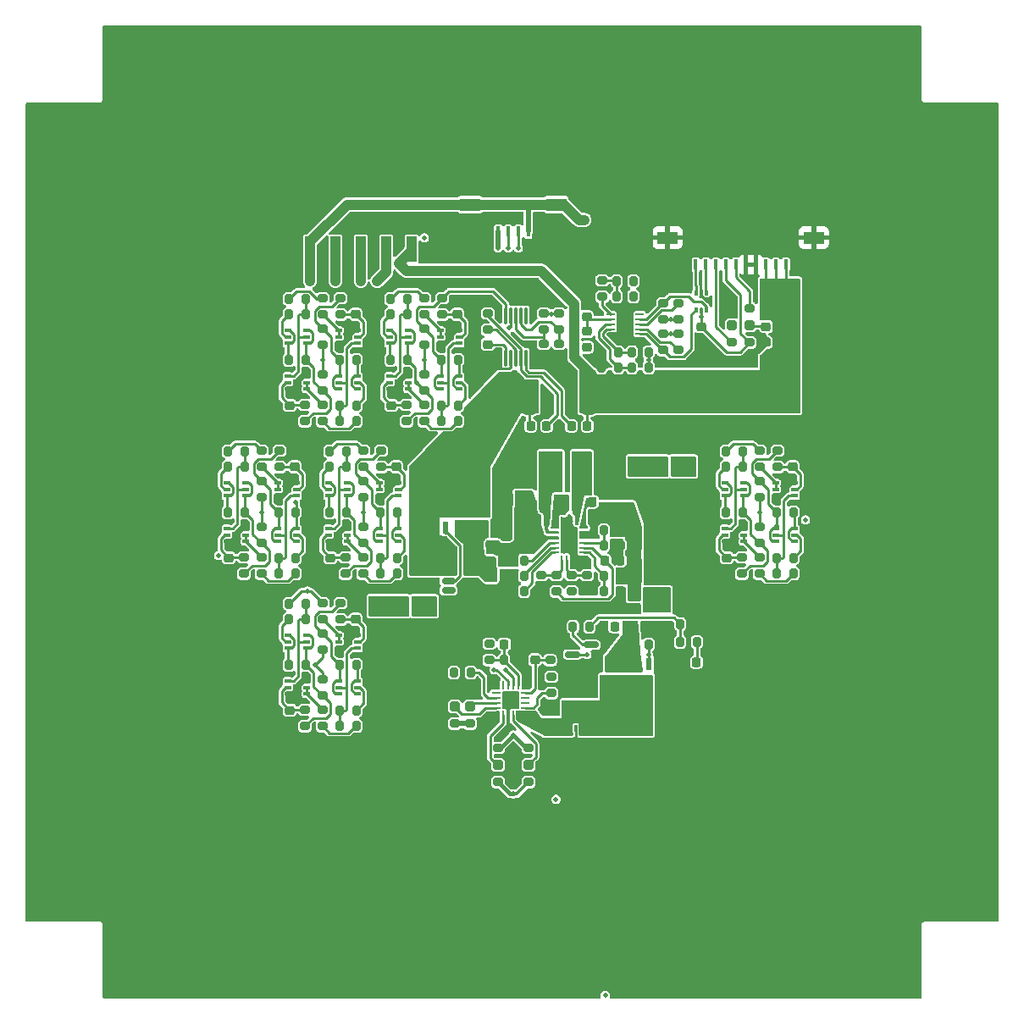
<source format=gbr>
%TF.GenerationSoftware,KiCad,Pcbnew,8.0.5*%
%TF.CreationDate,2025-02-27T20:43:24-05:00*%
%TF.ProjectId,Z+,5a2b2e6b-6963-4616-945f-706362585858,rev?*%
%TF.SameCoordinates,Original*%
%TF.FileFunction,Copper,L4,Bot*%
%TF.FilePolarity,Positive*%
%FSLAX46Y46*%
G04 Gerber Fmt 4.6, Leading zero omitted, Abs format (unit mm)*
G04 Created by KiCad (PCBNEW 8.0.5) date 2025-02-27 20:43:24*
%MOMM*%
%LPD*%
G01*
G04 APERTURE LIST*
G04 Aperture macros list*
%AMRoundRect*
0 Rectangle with rounded corners*
0 $1 Rounding radius*
0 $2 $3 $4 $5 $6 $7 $8 $9 X,Y pos of 4 corners*
0 Add a 4 corners polygon primitive as box body*
4,1,4,$2,$3,$4,$5,$6,$7,$8,$9,$2,$3,0*
0 Add four circle primitives for the rounded corners*
1,1,$1+$1,$2,$3*
1,1,$1+$1,$4,$5*
1,1,$1+$1,$6,$7*
1,1,$1+$1,$8,$9*
0 Add four rect primitives between the rounded corners*
20,1,$1+$1,$2,$3,$4,$5,0*
20,1,$1+$1,$4,$5,$6,$7,0*
20,1,$1+$1,$6,$7,$8,$9,0*
20,1,$1+$1,$8,$9,$2,$3,0*%
%AMFreePoly0*
4,1,11,1.015000,1.170000,0.435000,0.575000,0.435000,-0.575000,1.015000,-1.170000,1.015000,-1.945000,0.125000,-1.945000,-0.435000,-1.395000,-0.435000,1.395000,0.125000,1.945000,1.015000,1.945000,1.015000,1.170000,1.015000,1.170000,$1*%
%AMFreePoly1*
4,1,11,0.435000,1.395000,0.435000,-1.395000,-0.125000,-1.945000,-1.015000,-1.945000,-1.015000,-1.170000,-0.435000,-0.575000,-0.435000,0.575000,-1.015000,1.170000,-1.015000,1.945000,-0.125000,1.945000,0.435000,1.395000,0.435000,1.395000,$1*%
G04 Aperture macros list end*
%TA.AperFunction,ComponentPad*%
%ADD10C,0.762000*%
%TD*%
%TA.AperFunction,ComponentPad*%
%ADD11C,3.800000*%
%TD*%
%TA.AperFunction,ConnectorPad*%
%ADD12C,5.600000*%
%TD*%
%TA.AperFunction,SMDPad,CuDef*%
%ADD13RoundRect,0.225000X0.250000X-0.225000X0.250000X0.225000X-0.250000X0.225000X-0.250000X-0.225000X0*%
%TD*%
%TA.AperFunction,SMDPad,CuDef*%
%ADD14RoundRect,0.100000X0.225000X0.100000X-0.225000X0.100000X-0.225000X-0.100000X0.225000X-0.100000X0*%
%TD*%
%TA.AperFunction,SMDPad,CuDef*%
%ADD15RoundRect,0.200000X0.200000X0.275000X-0.200000X0.275000X-0.200000X-0.275000X0.200000X-0.275000X0*%
%TD*%
%TA.AperFunction,SMDPad,CuDef*%
%ADD16RoundRect,0.225000X-0.250000X0.225000X-0.250000X-0.225000X0.250000X-0.225000X0.250000X0.225000X0*%
%TD*%
%TA.AperFunction,SMDPad,CuDef*%
%ADD17RoundRect,0.200000X-0.275000X0.200000X-0.275000X-0.200000X0.275000X-0.200000X0.275000X0.200000X0*%
%TD*%
%TA.AperFunction,SMDPad,CuDef*%
%ADD18RoundRect,0.250000X0.325000X1.100000X-0.325000X1.100000X-0.325000X-1.100000X0.325000X-1.100000X0*%
%TD*%
%TA.AperFunction,SMDPad,CuDef*%
%ADD19RoundRect,0.100000X-0.225000X-0.100000X0.225000X-0.100000X0.225000X0.100000X-0.225000X0.100000X0*%
%TD*%
%TA.AperFunction,SMDPad,CuDef*%
%ADD20RoundRect,0.250000X0.950000X0.500000X-0.950000X0.500000X-0.950000X-0.500000X0.950000X-0.500000X0*%
%TD*%
%TA.AperFunction,SMDPad,CuDef*%
%ADD21RoundRect,0.250000X0.275000X0.500000X-0.275000X0.500000X-0.275000X-0.500000X0.275000X-0.500000X0*%
%TD*%
%TA.AperFunction,SMDPad,CuDef*%
%ADD22R,0.400000X1.000000*%
%TD*%
%TA.AperFunction,SMDPad,CuDef*%
%ADD23R,2.000000X1.300000*%
%TD*%
%TA.AperFunction,SMDPad,CuDef*%
%ADD24RoundRect,0.218750X0.218750X0.256250X-0.218750X0.256250X-0.218750X-0.256250X0.218750X-0.256250X0*%
%TD*%
%TA.AperFunction,SMDPad,CuDef*%
%ADD25RoundRect,0.200000X-0.200000X-0.275000X0.200000X-0.275000X0.200000X0.275000X-0.200000X0.275000X0*%
%TD*%
%TA.AperFunction,SMDPad,CuDef*%
%ADD26RoundRect,0.062500X0.362500X0.062500X-0.362500X0.062500X-0.362500X-0.062500X0.362500X-0.062500X0*%
%TD*%
%TA.AperFunction,SMDPad,CuDef*%
%ADD27RoundRect,0.062500X0.062500X0.362500X-0.062500X0.362500X-0.062500X-0.362500X0.062500X-0.362500X0*%
%TD*%
%TA.AperFunction,HeatsinkPad*%
%ADD28R,1.650000X2.650000*%
%TD*%
%TA.AperFunction,SMDPad,CuDef*%
%ADD29RoundRect,0.218750X-0.218750X-0.256250X0.218750X-0.256250X0.218750X0.256250X-0.218750X0.256250X0*%
%TD*%
%TA.AperFunction,SMDPad,CuDef*%
%ADD30RoundRect,0.200000X0.275000X-0.200000X0.275000X0.200000X-0.275000X0.200000X-0.275000X-0.200000X0*%
%TD*%
%TA.AperFunction,SMDPad,CuDef*%
%ADD31RoundRect,0.250000X-0.300000X-0.300000X0.300000X-0.300000X0.300000X0.300000X-0.300000X0.300000X0*%
%TD*%
%TA.AperFunction,SMDPad,CuDef*%
%ADD32RoundRect,0.062500X-0.362500X-0.062500X0.362500X-0.062500X0.362500X0.062500X-0.362500X0.062500X0*%
%TD*%
%TA.AperFunction,HeatsinkPad*%
%ADD33R,1.650000X2.380000*%
%TD*%
%TA.AperFunction,SMDPad,CuDef*%
%ADD34R,0.812800X0.254000*%
%TD*%
%TA.AperFunction,SMDPad,CuDef*%
%ADD35R,0.254000X0.812800*%
%TD*%
%TA.AperFunction,SMDPad,CuDef*%
%ADD36R,1.752600X1.752600*%
%TD*%
%TA.AperFunction,SMDPad,CuDef*%
%ADD37RoundRect,0.150000X0.512500X0.150000X-0.512500X0.150000X-0.512500X-0.150000X0.512500X-0.150000X0*%
%TD*%
%TA.AperFunction,SMDPad,CuDef*%
%ADD38RoundRect,0.250000X-0.325000X-1.100000X0.325000X-1.100000X0.325000X1.100000X-0.325000X1.100000X0*%
%TD*%
%TA.AperFunction,SMDPad,CuDef*%
%ADD39RoundRect,0.093750X-0.093750X0.156250X-0.093750X-0.156250X0.093750X-0.156250X0.093750X0.156250X0*%
%TD*%
%TA.AperFunction,SMDPad,CuDef*%
%ADD40RoundRect,0.075000X-0.075000X0.250000X-0.075000X-0.250000X0.075000X-0.250000X0.075000X0.250000X0*%
%TD*%
%TA.AperFunction,SMDPad,CuDef*%
%ADD41RoundRect,0.250000X-0.250000X-0.475000X0.250000X-0.475000X0.250000X0.475000X-0.250000X0.475000X0*%
%TD*%
%TA.AperFunction,SMDPad,CuDef*%
%ADD42RoundRect,0.075000X0.390000X0.275000X-0.390000X0.275000X-0.390000X-0.275000X0.390000X-0.275000X0*%
%TD*%
%TA.AperFunction,SMDPad,CuDef*%
%ADD43RoundRect,0.075000X0.075000X0.275000X-0.075000X0.275000X-0.075000X-0.275000X0.075000X-0.275000X0*%
%TD*%
%TA.AperFunction,SMDPad,CuDef*%
%ADD44RoundRect,0.250000X1.100000X-0.325000X1.100000X0.325000X-1.100000X0.325000X-1.100000X-0.325000X0*%
%TD*%
%TA.AperFunction,SMDPad,CuDef*%
%ADD45R,0.610000X1.270000*%
%TD*%
%TA.AperFunction,SMDPad,CuDef*%
%ADD46R,0.610000X1.020000*%
%TD*%
%TA.AperFunction,SMDPad,CuDef*%
%ADD47R,3.910000X3.810000*%
%TD*%
%TA.AperFunction,SMDPad,CuDef*%
%ADD48RoundRect,0.225000X-0.225000X-0.250000X0.225000X-0.250000X0.225000X0.250000X-0.225000X0.250000X0*%
%TD*%
%TA.AperFunction,SMDPad,CuDef*%
%ADD49RoundRect,0.150000X0.587500X0.150000X-0.587500X0.150000X-0.587500X-0.150000X0.587500X-0.150000X0*%
%TD*%
%TA.AperFunction,SMDPad,CuDef*%
%ADD50FreePoly0,180.000000*%
%TD*%
%TA.AperFunction,SMDPad,CuDef*%
%ADD51FreePoly1,180.000000*%
%TD*%
%TA.AperFunction,SMDPad,CuDef*%
%ADD52RoundRect,0.225000X0.225000X0.250000X-0.225000X0.250000X-0.225000X-0.250000X0.225000X-0.250000X0*%
%TD*%
%TA.AperFunction,SMDPad,CuDef*%
%ADD53RoundRect,0.218750X0.256250X-0.218750X0.256250X0.218750X-0.256250X0.218750X-0.256250X-0.218750X0*%
%TD*%
%TA.AperFunction,SMDPad,CuDef*%
%ADD54RoundRect,0.250000X0.475000X-0.250000X0.475000X0.250000X-0.475000X0.250000X-0.475000X-0.250000X0*%
%TD*%
%TA.AperFunction,SMDPad,CuDef*%
%ADD55RoundRect,0.087500X0.087500X-0.725000X0.087500X0.725000X-0.087500X0.725000X-0.087500X-0.725000X0*%
%TD*%
%TA.AperFunction,SMDPad,CuDef*%
%ADD56RoundRect,0.250000X0.250000X0.475000X-0.250000X0.475000X-0.250000X-0.475000X0.250000X-0.475000X0*%
%TD*%
%TA.AperFunction,SMDPad,CuDef*%
%ADD57R,1.000000X2.500000*%
%TD*%
%TA.AperFunction,SMDPad,CuDef*%
%ADD58RoundRect,0.250000X-0.362500X-1.425000X0.362500X-1.425000X0.362500X1.425000X-0.362500X1.425000X0*%
%TD*%
%TA.AperFunction,ViaPad*%
%ADD59C,0.508000*%
%TD*%
%TA.AperFunction,ViaPad*%
%ADD60C,0.762000*%
%TD*%
%TA.AperFunction,Conductor*%
%ADD61C,0.254000*%
%TD*%
%TA.AperFunction,Conductor*%
%ADD62C,0.508000*%
%TD*%
%TA.AperFunction,Conductor*%
%ADD63C,1.016000*%
%TD*%
%TA.AperFunction,Conductor*%
%ADD64C,0.381000*%
%TD*%
%TA.AperFunction,Conductor*%
%ADD65C,0.203200*%
%TD*%
%TA.AperFunction,Conductor*%
%ADD66C,0.360680*%
%TD*%
G04 APERTURE END LIST*
D10*
%TO.P,H4,1,1*%
%TO.N,GND*%
X193851074Y-79832061D03*
X194495324Y-78276311D03*
X194495324Y-81387811D03*
X196051074Y-77632061D03*
D11*
X196051074Y-79832061D03*
D12*
X196051074Y-79832061D03*
D10*
X196051074Y-82032061D03*
X197606824Y-78276311D03*
X197606824Y-81387811D03*
X198251074Y-79832061D03*
%TD*%
%TO.P,H2,1,1*%
%TO.N,GND*%
X193851074Y-123832061D03*
X194495324Y-122276311D03*
X194495324Y-125387811D03*
X196051074Y-121632061D03*
D11*
X196051074Y-123832061D03*
D12*
X196051074Y-123832061D03*
D10*
X196051074Y-126032061D03*
X197606824Y-122276311D03*
X197606824Y-125387811D03*
X198251074Y-123832061D03*
%TD*%
%TO.P,H5,1,1*%
%TO.N,GND*%
X126051074Y-147632061D03*
X126695324Y-146076311D03*
X126695324Y-149187811D03*
X128251074Y-145432061D03*
D11*
X128251074Y-147632061D03*
D12*
X128251074Y-147632061D03*
D10*
X128251074Y-149832061D03*
X129806824Y-146076311D03*
X129806824Y-149187811D03*
X130451074Y-147632061D03*
%TD*%
%TO.P,H1,1,1*%
%TO.N,GND*%
X102251074Y-79832061D03*
X102895324Y-78276311D03*
X102895324Y-81387811D03*
X104451074Y-77632061D03*
D11*
X104451074Y-79832061D03*
D12*
X104451074Y-79832061D03*
D10*
X104451074Y-82032061D03*
X106006824Y-78276311D03*
X106006824Y-81387811D03*
X106651074Y-79832061D03*
%TD*%
%TO.P,H3,1,1*%
%TO.N,GND*%
X102251074Y-123832061D03*
X102895324Y-122276311D03*
X102895324Y-125387811D03*
X104451074Y-121632061D03*
D11*
X104451074Y-123832061D03*
D12*
X104451074Y-123832061D03*
D10*
X104451074Y-126032061D03*
X106006824Y-122276311D03*
X106006824Y-125387811D03*
X106651074Y-123832061D03*
%TD*%
%TO.P,H6,1,1*%
%TO.N,GND*%
X170051074Y-56032061D03*
X170695324Y-54476311D03*
X170695324Y-57587811D03*
X172251074Y-53832061D03*
D11*
X172251074Y-56032061D03*
D12*
X172251074Y-56032061D03*
D10*
X172251074Y-58232061D03*
X173806824Y-54476311D03*
X173806824Y-57587811D03*
X174451074Y-56032061D03*
%TD*%
%TO.P,H8,1,1*%
%TO.N,GND*%
X126051074Y-56032061D03*
X126695324Y-54476311D03*
X126695324Y-57587811D03*
X128251074Y-53832061D03*
D11*
X128251074Y-56032061D03*
D12*
X128251074Y-56032061D03*
D10*
X128251074Y-58232061D03*
X129806824Y-54476311D03*
X129806824Y-57587811D03*
X130451074Y-56032061D03*
%TD*%
%TO.P,H7,1,1*%
%TO.N,GND*%
X170051074Y-147632061D03*
X170695324Y-146076311D03*
X170695324Y-149187811D03*
X172251074Y-145432061D03*
D11*
X172251074Y-147632061D03*
D12*
X172251074Y-147632061D03*
D10*
X172251074Y-149832061D03*
X173806824Y-146076311D03*
X173806824Y-149187811D03*
X174451074Y-147632061D03*
%TD*%
D13*
%TO.P,C12,1*%
%TO.N,/Coil Driver/VM*%
X154178000Y-123203000D03*
%TO.P,C12,2*%
%TO.N,GND*%
X154178000Y-121653000D03*
%TD*%
D14*
%TO.P,Q14,1,S2*%
%TO.N,GND*%
X139888000Y-88250000D03*
%TO.P,Q14,2,G2*%
%TO.N,Net-(Q14A-G2)*%
X139888000Y-88900000D03*
%TO.P,Q14,3,D2*%
X139888000Y-89550000D03*
%TO.P,Q14,4,S1*%
%TO.N,GND*%
X137988000Y-89550000D03*
%TO.P,Q14,5,G1*%
%TO.N,Net-(Q14B-G1)*%
X137988000Y-88900000D03*
%TO.P,Q14,6,D1*%
%TO.N,Net-(Q14A-D1)*%
X137988000Y-88250000D03*
%TD*%
D15*
%TO.P,R123,1*%
%TO.N,/I2C Translator/SCLOUT*%
X162369000Y-78740000D03*
%TO.P,R123,2*%
%TO.N,PERI_3V3*%
X160719000Y-78740000D03*
%TD*%
D16*
%TO.P,C2,1*%
%TO.N,PERI_3V3*%
X175641000Y-83299000D03*
%TO.P,C2,2*%
%TO.N,GND*%
X175641000Y-84849000D03*
%TD*%
D14*
%TO.P,Q13,1,E1*%
%TO.N,SDA*%
X138872000Y-103490000D03*
%TO.P,Q13,2,B1*%
%TO.N,Net-(Q13A-B1)*%
X138872000Y-104140000D03*
%TO.P,Q13,3,C2*%
%TO.N,SDA*%
X138872000Y-104790000D03*
%TO.P,Q13,4,E2*%
%TO.N,/Coil Driver/SDA_M*%
X136972000Y-104790000D03*
%TO.P,Q13,5,B2*%
%TO.N,Net-(Q12A-D1)*%
X136972000Y-104140000D03*
%TO.P,Q13,6,C1*%
%TO.N,/Coil Driver/SDA_M*%
X136972000Y-103490000D03*
%TD*%
D17*
%TO.P,R90,1*%
%TO.N,/Sun Pyramid/LS2_3V3*%
X131318000Y-118555000D03*
%TO.P,R90,2*%
%TO.N,/Sun Pyramid/LS2_SDA*%
X131318000Y-120205000D03*
%TD*%
%TO.P,R34,1*%
%TO.N,MAIN_3V3*%
X147965074Y-114999000D03*
%TO.P,R34,2*%
%TO.N,/Coil Driver/VREF*%
X147965074Y-116649000D03*
%TD*%
%TO.P,R29,1*%
%TO.N,GND*%
X146050000Y-119571000D03*
%TO.P,R29,2*%
%TO.N,/Coil Driver/A0_COIL*%
X146050000Y-121221000D03*
%TD*%
D15*
%TO.P,R23,1*%
%TO.N,COIL_DRIVER_EN*%
X157988000Y-113284000D03*
%TO.P,R23,2*%
%TO.N,Net-(Q8-G)*%
X156338000Y-113284000D03*
%TD*%
D18*
%TO.P,C26,1*%
%TO.N,/Solar Charger/Charge OR-ing2/IN*%
X152605000Y-103378000D03*
%TO.P,C26,2*%
%TO.N,GND*%
X149655000Y-103378000D03*
%TD*%
D14*
%TO.P,Q21,1,E1*%
%TO.N,SCL*%
X134808000Y-118730000D03*
%TO.P,Q21,2,B1*%
%TO.N,Net-(Q21A-B1)*%
X134808000Y-119380000D03*
%TO.P,Q21,3,C2*%
%TO.N,SCL*%
X134808000Y-120030000D03*
%TO.P,Q21,4,E2*%
%TO.N,/Sun Pyramid/LS2_SCL*%
X132908000Y-120030000D03*
%TO.P,Q21,5,B2*%
%TO.N,Net-(Q20A-D1)*%
X132908000Y-119380000D03*
%TO.P,Q21,6,C1*%
%TO.N,/Sun Pyramid/LS2_SCL*%
X132908000Y-118730000D03*
%TD*%
D15*
%TO.P,R64,1*%
%TO.N,SDA_SPWR*%
X139763000Y-86614000D03*
%TO.P,R64,2*%
%TO.N,SDA*%
X138113000Y-86614000D03*
%TD*%
D19*
%TO.P,Q24,1,S2*%
%TO.N,GND*%
X176596000Y-100218000D03*
%TO.P,Q24,2,G2*%
%TO.N,Net-(Q24A-G2)*%
X176596000Y-99568000D03*
%TO.P,Q24,3,D2*%
X176596000Y-98918000D03*
%TO.P,Q24,4,S1*%
%TO.N,GND*%
X178496000Y-98918000D03*
%TO.P,Q24,5,G1*%
%TO.N,Net-(Q24B-G1)*%
X178496000Y-99568000D03*
%TO.P,Q24,6,D1*%
%TO.N,Net-(Q24A-D1)*%
X178496000Y-100218000D03*
%TD*%
D17*
%TO.P,R73,1*%
%TO.N,SCL_SPWR*%
X143256000Y-80455000D03*
%TO.P,R73,2*%
%TO.N,Net-(Q16B-G1)*%
X143256000Y-82105000D03*
%TD*%
D20*
%TO.P,D7,1,K*%
%TO.N,Net-(D7-K)*%
X164504000Y-97282000D03*
D21*
%TO.P,D7,2,A*%
%TO.N,Net-(D6-K)*%
X166879000Y-97282000D03*
%TD*%
D22*
%TO.P,J1,1,Pin_1*%
%TO.N,Net-(J1-Pin_1)*%
X168611160Y-77110000D03*
%TO.P,J1,2,Pin_2*%
%TO.N,Net-(J1-Pin_2)*%
X169611160Y-77110000D03*
%TO.P,J1,3,Pin_3*%
%TO.N,/Interfaces/Mainboard FPC/COIL_DRIVER_EN_OR_MAIN_3V3*%
X170611160Y-77110000D03*
%TO.P,J1,4,Pin_4*%
%TO.N,MAIN_3V3*%
X171611160Y-77110000D03*
%TO.P,J1,5,Pin_5*%
%TO.N,/Interfaces/Mainboard FPC/PERI_3V3_OR_GND*%
X172611160Y-77110000D03*
%TO.P,J1,6,Pin_6*%
%TO.N,GND*%
X173611160Y-77110000D03*
%TO.P,J1,7,Pin_7*%
X174611160Y-77110000D03*
%TO.P,J1,8,Pin_8*%
%TO.N,VBATT*%
X175611160Y-77110000D03*
%TO.P,J1,9,Pin_9*%
X176611160Y-77110000D03*
%TO.P,J1,10,Pin_10*%
X177611160Y-77110000D03*
D23*
%TO.P,J1,MP,MountPin*%
%TO.N,GND*%
X165811160Y-74410000D03*
X180411160Y-74410000D03*
%TD*%
D15*
%TO.P,R1,1*%
%TO.N,Net-(Q2A-B1)*%
X134682999Y-91186000D03*
%TO.P,R1,2*%
%TO.N,Net-(Q1A-D1)*%
X133032999Y-91186000D03*
%TD*%
D19*
%TO.P,Q12,1,S2*%
%TO.N,GND*%
X136972000Y-100218000D03*
%TO.P,Q12,2,G2*%
%TO.N,Net-(Q12A-G2)*%
X136972000Y-99568000D03*
%TO.P,Q12,3,D2*%
X136972000Y-98918000D03*
%TO.P,Q12,4,S1*%
%TO.N,GND*%
X138872000Y-98918000D03*
%TO.P,Q12,5,G1*%
%TO.N,Net-(Q12B-G1)*%
X138872000Y-99568000D03*
%TO.P,Q12,6,D1*%
%TO.N,Net-(Q12A-D1)*%
X138872000Y-100218000D03*
%TD*%
D14*
%TO.P,Q2,1,E1*%
%TO.N,SCL*%
X134807999Y-88250000D03*
%TO.P,Q2,2,B1*%
%TO.N,Net-(Q2A-B1)*%
X134807999Y-88900000D03*
%TO.P,Q2,3,C2*%
%TO.N,SCL*%
X134807999Y-89550000D03*
%TO.P,Q2,4,E2*%
%TO.N,/Sun Pyramid/LS0_SCL*%
X132907999Y-89550000D03*
%TO.P,Q2,5,B2*%
%TO.N,Net-(Q1A-D1)*%
X132907999Y-88900000D03*
%TO.P,Q2,6,C1*%
%TO.N,/Sun Pyramid/LS0_SCL*%
X132907999Y-88250000D03*
%TD*%
D17*
%TO.P,R54,1*%
%TO.N,/Solar Charger/MPPT2/FB*%
X157734000Y-108141000D03*
%TO.P,R54,2*%
%TO.N,GND*%
X157734000Y-109791000D03*
%TD*%
%TO.P,R75,1*%
%TO.N,/Sun Pyramid/LS1_3V3*%
X125222000Y-95695000D03*
%TO.P,R75,2*%
%TO.N,Net-(Q18A-G2)*%
X125222000Y-97345000D03*
%TD*%
D13*
%TO.P,C17,1*%
%TO.N,GND*%
X147828000Y-86627000D03*
%TO.P,C17,2*%
%TO.N,Net-(U8-TIMER)*%
X147828000Y-85077000D03*
%TD*%
D17*
%TO.P,R2,1*%
%TO.N,/Sun Pyramid/LS0_3V3*%
X131318000Y-80455000D03*
%TO.P,R2,2*%
%TO.N,Net-(Q1A-G2)*%
X131318000Y-82105000D03*
%TD*%
D15*
%TO.P,R38,1*%
%TO.N,/Coil Driver/SCL_M*%
X133667000Y-101854000D03*
%TO.P,R38,2*%
%TO.N,SCL*%
X132017000Y-101854000D03*
%TD*%
D19*
%TO.P,Q27,1,E1*%
%TO.N,SDA*%
X171516000Y-100218000D03*
%TO.P,Q27,2,B1*%
%TO.N,Net-(Q27A-B1)*%
X171516000Y-99568000D03*
%TO.P,Q27,3,C2*%
%TO.N,SDA*%
X171516000Y-98918000D03*
%TO.P,Q27,4,E2*%
%TO.N,/Sun Pyramid/LS3_SDA*%
X173416000Y-98918000D03*
%TO.P,Q27,5,B2*%
%TO.N,Net-(Q26A-D1)*%
X173416000Y-99568000D03*
%TO.P,Q27,6,C1*%
%TO.N,/Sun Pyramid/LS3_SDA*%
X173416000Y-100218000D03*
%TD*%
D24*
%TO.P,F9,1*%
%TO.N,Net-(U8-SENSE)*%
X153695500Y-93218000D03*
%TO.P,F9,2*%
%TO.N,VCHRG*%
X152120500Y-93218000D03*
%TD*%
D19*
%TO.P,Q15,1,E1*%
%TO.N,SDA*%
X137988000Y-84978000D03*
%TO.P,Q15,2,B1*%
%TO.N,Net-(Q15A-B1)*%
X137988000Y-84328000D03*
%TO.P,Q15,3,C2*%
%TO.N,SDA*%
X137988000Y-83678000D03*
%TO.P,Q15,4,E2*%
%TO.N,SDA_SPWR*%
X139888000Y-83678000D03*
%TO.P,Q15,5,B2*%
%TO.N,Net-(Q14A-D1)*%
X139888000Y-84328000D03*
%TO.P,Q15,6,C1*%
%TO.N,SDA_SPWR*%
X139888000Y-84978000D03*
%TD*%
D25*
%TO.P,R19,1*%
%TO.N,COIL_DRIVER_EN*%
X167069000Y-114808000D03*
%TO.P,R19,2*%
%TO.N,Net-(D3-A)*%
X168719000Y-114808000D03*
%TD*%
D19*
%TO.P,Q23,1,E1*%
%TO.N,SDA*%
X127828000Y-115458000D03*
%TO.P,Q23,2,B1*%
%TO.N,Net-(Q23A-B1)*%
X127828000Y-114808000D03*
%TO.P,Q23,3,C2*%
%TO.N,SDA*%
X127828000Y-114158000D03*
%TO.P,Q23,4,E2*%
%TO.N,/Sun Pyramid/LS2_SDA*%
X129728000Y-114158000D03*
%TO.P,Q23,5,B2*%
%TO.N,Net-(Q22A-D1)*%
X129728000Y-114808000D03*
%TO.P,Q23,6,C1*%
%TO.N,/Sun Pyramid/LS2_SDA*%
X129728000Y-115458000D03*
%TD*%
D26*
%TO.P,U9,1,BST1*%
%TO.N,Net-(U9-BST1)*%
X157406000Y-103398000D03*
%TO.P,U9,2,PVIN*%
%TO.N,/Solar Charger/MPPT2/VIN*%
X157406000Y-103898000D03*
%TO.P,U9,3,VIN*%
X157406000Y-104398000D03*
%TO.P,U9,4,RUN*%
%TO.N,/Solar Charger/MPPT2/RUN*%
X157406000Y-104898000D03*
%TO.P,U9,5,VCC*%
%TO.N,/Solar Charger/MPPT2/VCC*%
X157406000Y-105398000D03*
%TO.P,U9,6,MPPC*%
%TO.N,/Solar Charger/MPPT2/MPPC*%
X157406000Y-105898000D03*
D27*
%TO.P,U9,7,GND*%
%TO.N,GND*%
X156706000Y-106598000D03*
%TO.P,U9,8,GND*%
X156206000Y-106598000D03*
%TO.P,U9,9,FB*%
%TO.N,/Solar Charger/MPPT2/FB*%
X155706000Y-106598000D03*
%TO.P,U9,10,ILIM*%
%TO.N,Net-(U9-ILIM)*%
X155206000Y-106598000D03*
D26*
%TO.P,U9,11,MODE*%
%TO.N,Net-(U9-MODE)*%
X154506000Y-105898000D03*
%TO.P,U9,12,EXTVCC*%
%TO.N,Net-(U9-EXTVCC)*%
X154506000Y-105398000D03*
%TO.P,U9,13,PGOOD*%
%TO.N,/Solar Charger/PGOOD3*%
X154506000Y-104898000D03*
%TO.P,U9,14,VOUT*%
%TO.N,/Solar Charger/Charge OR-ing2/IN*%
X154506000Y-104398000D03*
%TO.P,U9,15,SW2*%
%TO.N,Net-(U9-SW2)*%
X154506000Y-103898000D03*
%TO.P,U9,16,BST2*%
%TO.N,Net-(U9-BST2)*%
X154506000Y-103398000D03*
D27*
%TO.P,U9,17,GND*%
%TO.N,GND*%
X155206000Y-102698000D03*
%TO.P,U9,18,PGND*%
X155706000Y-102698000D03*
%TO.P,U9,19,PGND*%
X156206000Y-102698000D03*
%TO.P,U9,20,SW1*%
%TO.N,Net-(U9-SW1)*%
X156706000Y-102698000D03*
D28*
%TO.P,U9,21,GND*%
%TO.N,GND*%
X155956000Y-104648000D03*
%TD*%
D29*
%TO.P,F8,1*%
%TO.N,Net-(U8-VCC)*%
X156184500Y-93218000D03*
%TO.P,F8,2*%
%TO.N,VBATT*%
X157759500Y-93218000D03*
%TD*%
D22*
%TO.P,J2,1,Pin_1*%
%TO.N,USB_5V*%
X148868000Y-73808000D03*
%TO.P,J2,2,Pin_2*%
%TO.N,/Interfaces/USB-C/D_CONN+*%
X149868000Y-73808000D03*
%TO.P,J2,3,Pin_3*%
%TO.N,/Interfaces/USB-C/D_CONN-*%
X150868000Y-73808000D03*
%TO.P,J2,4,Pin_4*%
%TO.N,GNDREF*%
X151868000Y-73808000D03*
D23*
%TO.P,J2,MP,MountPin*%
X146068000Y-71108000D03*
X154668000Y-71108000D03*
%TD*%
D19*
%TO.P,Q6,1,E1*%
%TO.N,SCL*%
X121732000Y-100218000D03*
%TO.P,Q6,2,B1*%
%TO.N,Net-(Q6A-B1)*%
X121732000Y-99568000D03*
%TO.P,Q6,3,C2*%
%TO.N,SCL*%
X121732000Y-98918000D03*
%TO.P,Q6,4,E2*%
%TO.N,/Sun Pyramid/LS1_SCL*%
X123632000Y-98918000D03*
%TO.P,Q6,5,B2*%
%TO.N,Net-(Q5A-D1)*%
X123632000Y-99568000D03*
%TO.P,Q6,6,C1*%
%TO.N,/Sun Pyramid/LS1_SCL*%
X123632000Y-100218000D03*
%TD*%
D17*
%TO.P,R102,1*%
%TO.N,/Sun Pyramid/LS3_3V3*%
X175006000Y-103315000D03*
%TO.P,R102,2*%
%TO.N,/Sun Pyramid/LS3_SDA*%
X175006000Y-104965000D03*
%TD*%
D30*
%TO.P,R91,1*%
%TO.N,/Sun Pyramid/LS2_SDA*%
X129539999Y-123253000D03*
%TO.P,R91,2*%
%TO.N,Net-(Q22B-G1)*%
X129539999Y-121603000D03*
%TD*%
%TO.P,R110,1*%
%TO.N,GND*%
X154940000Y-86677000D03*
%TO.P,R110,2*%
%TO.N,/Solar Charger/A1_S*%
X154940000Y-85027000D03*
%TD*%
D15*
%TO.P,R22,1*%
%TO.N,GND*%
X168719000Y-113030000D03*
%TO.P,R22,2*%
%TO.N,COIL_DRIVER_EN*%
X167069000Y-113030000D03*
%TD*%
D17*
%TO.P,R30,1*%
%TO.N,/Coil Driver/A1_COIL*%
X144526000Y-121349000D03*
%TO.P,R30,2*%
%TO.N,MAIN_3V3*%
X144526000Y-122999000D03*
%TD*%
D15*
%TO.P,R122,1*%
%TO.N,/I2C Translator/SDAOUT*%
X162369000Y-80264000D03*
%TO.P,R122,2*%
%TO.N,PERI_3V3*%
X160719000Y-80264000D03*
%TD*%
D25*
%TO.P,R120,1*%
%TO.N,GND*%
X159195000Y-85852000D03*
%TO.P,R120,2*%
%TO.N,Net-(U11-XORH)*%
X160845000Y-85852000D03*
%TD*%
D15*
%TO.P,R4,1*%
%TO.N,/Sun Pyramid/LS0_3V3*%
X134682999Y-92710000D03*
%TO.P,R4,2*%
%TO.N,Net-(Q1A-D1)*%
X133032999Y-92710000D03*
%TD*%
D20*
%TO.P,D8,1,K*%
%TO.N,Net-(D8-K)*%
X138596000Y-111252000D03*
D21*
%TO.P,D8,2,A*%
%TO.N,Net-(D7-K)*%
X140971000Y-111252000D03*
%TD*%
D25*
%TO.P,R39,1*%
%TO.N,MAIN_3V3*%
X132017000Y-95758000D03*
%TO.P,R39,2*%
%TO.N,Net-(Q10A-D1)*%
X133667000Y-95758000D03*
%TD*%
%TO.P,R61,1*%
%TO.N,GND*%
X149797000Y-108204000D03*
%TO.P,R61,2*%
%TO.N,Net-(U9-EXTVCC)*%
X151447000Y-108204000D03*
%TD*%
D31*
%TO.P,D2,1,K*%
%TO.N,VCHRG*%
X143634000Y-105664000D03*
%TO.P,D2,2,A*%
%TO.N,Net-(D2-A)*%
X146434000Y-105664000D03*
%TD*%
D17*
%TO.P,R21,1*%
%TO.N,/Coil Driver/coil*%
X151892000Y-125413000D03*
%TO.P,R21,2*%
%TO.N,COIL_P*%
X151892000Y-127063000D03*
%TD*%
D15*
%TO.P,R95,1*%
%TO.N,/Sun Pyramid/LS3_3V3*%
X178371000Y-107950000D03*
%TO.P,R95,2*%
%TO.N,Net-(Q24A-D1)*%
X176721000Y-107950000D03*
%TD*%
%TO.P,R100,1*%
%TO.N,/Sun Pyramid/LS3_SDA*%
X173291000Y-101854000D03*
%TO.P,R100,2*%
%TO.N,SDA*%
X171641000Y-101854000D03*
%TD*%
D30*
%TO.P,R108,1*%
%TO.N,GND*%
X153416000Y-86677000D03*
%TO.P,R108,2*%
%TO.N,/Solar Charger/A0_S*%
X153416000Y-85027000D03*
%TD*%
D25*
%TO.P,R44,1*%
%TO.N,/Coil Driver/SDA_M*%
X137097000Y-101854000D03*
%TO.P,R44,2*%
%TO.N,SDA*%
X138747000Y-101854000D03*
%TD*%
%TO.P,R50,1*%
%TO.N,/Solar Charger/MPPT2/MPPC*%
X159449000Y-109728000D03*
%TO.P,R50,2*%
%TO.N,GND*%
X161099000Y-109728000D03*
%TD*%
%TO.P,R3,1*%
%TO.N,/Sun Pyramid/LS0_SCL*%
X133032999Y-86614000D03*
%TO.P,R3,2*%
%TO.N,SCL*%
X134682999Y-86614000D03*
%TD*%
%TO.P,R86,1*%
%TO.N,Net-(Q23A-B1)*%
X127953000Y-112522000D03*
%TO.P,R86,2*%
%TO.N,Net-(Q22A-D1)*%
X129603000Y-112522000D03*
%TD*%
D30*
%TO.P,R32,1*%
%TO.N,/Coil Driver/IPROPI*%
X154061074Y-116649000D03*
%TO.P,R32,2*%
%TO.N,GND*%
X154061074Y-114999000D03*
%TD*%
D25*
%TO.P,R76,1*%
%TO.N,/Sun Pyramid/LS1_SDA*%
X126937000Y-101854000D03*
%TO.P,R76,2*%
%TO.N,SDA*%
X128587000Y-101854000D03*
%TD*%
D30*
%TO.P,R87,1*%
%TO.N,/Sun Pyramid/LS2_3V3*%
X131317999Y-123253000D03*
%TO.P,R87,2*%
%TO.N,Net-(Q22A-G2)*%
X131317999Y-121603000D03*
%TD*%
D15*
%TO.P,R88,1*%
%TO.N,/Sun Pyramid/LS2_SDA*%
X129603000Y-117094000D03*
%TO.P,R88,2*%
%TO.N,SDA*%
X127953000Y-117094000D03*
%TD*%
D32*
%TO.P,U11,1,GND*%
%TO.N,GND*%
X160094000Y-84058000D03*
%TO.P,U11,2,XORH*%
%TO.N,Net-(U11-XORH)*%
X160094000Y-83558000D03*
%TO.P,U11,3,XORL*%
%TO.N,Net-(U11-XORL)*%
X160094000Y-83058000D03*
%TO.P,U11,4,V_{CC}*%
%TO.N,Net-(U11-V_{CC})*%
X160094000Y-82558000D03*
%TO.P,U11,5,ENABLE*%
%TO.N,Net-(U11-ENABLE)*%
X160094000Y-82058000D03*
%TO.P,U11,6,READY*%
%TO.N,unconnected-(U11-READY-Pad6)*%
X162994000Y-82058000D03*
%TO.P,U11,7,SDAIN*%
%TO.N,SDA_MB*%
X162994000Y-82558000D03*
%TO.P,U11,8,SDAOUT*%
%TO.N,/I2C Translator/SDAOUT*%
X162994000Y-83058000D03*
%TO.P,U11,9,SCLOUT*%
%TO.N,/I2C Translator/SCLOUT*%
X162994000Y-83558000D03*
%TO.P,U11,10,SCLIN*%
%TO.N,SCL_MB*%
X162994000Y-84058000D03*
D33*
%TO.P,U11,11,EP*%
%TO.N,GND*%
X161544000Y-83058000D03*
%TD*%
D19*
%TO.P,Q11,1,E1*%
%TO.N,SCL*%
X131892000Y-100218000D03*
%TO.P,Q11,2,B1*%
%TO.N,Net-(Q11A-B1)*%
X131892000Y-99568000D03*
%TO.P,Q11,3,C2*%
%TO.N,SCL*%
X131892000Y-98918000D03*
%TO.P,Q11,4,E2*%
%TO.N,/Coil Driver/SCL_M*%
X133792000Y-98918000D03*
%TO.P,Q11,5,B2*%
%TO.N,Net-(Q10A-D1)*%
X133792000Y-99568000D03*
%TO.P,Q11,6,C1*%
%TO.N,/Coil Driver/SCL_M*%
X133792000Y-100218000D03*
%TD*%
D25*
%TO.P,R119,1*%
%TO.N,Net-(U11-XORH)*%
X162243000Y-85852000D03*
%TO.P,R119,2*%
%TO.N,PERI_3V3*%
X163893000Y-85852000D03*
%TD*%
D14*
%TO.P,Q22,1,S2*%
%TO.N,GND*%
X129728000Y-118730000D03*
%TO.P,Q22,2,G2*%
%TO.N,Net-(Q22A-G2)*%
X129728000Y-119380000D03*
%TO.P,Q22,3,D2*%
X129728000Y-120030000D03*
%TO.P,Q22,4,S1*%
%TO.N,GND*%
X127828000Y-120030000D03*
%TO.P,Q22,5,G1*%
%TO.N,Net-(Q22B-G1)*%
X127828000Y-119380000D03*
%TO.P,Q22,6,D1*%
%TO.N,Net-(Q22A-D1)*%
X127828000Y-118730000D03*
%TD*%
D34*
%TO.P,U7,1,IPROPI*%
%TO.N,/Coil Driver/IPROPI*%
X151587200Y-119899999D03*
%TO.P,U7,2,RSVD*%
%TO.N,unconnected-(U7-RSVD-Pad2)*%
X151587200Y-120400000D03*
%TO.P,U7,3,RSVD*%
%TO.N,unconnected-(U7-RSVD-Pad3)*%
X151587200Y-120900000D03*
%TO.P,U7,4,NFAULT*%
%TO.N,Net-(U7-NFAULT)*%
X151587200Y-121400001D03*
D35*
%TO.P,U7,5,VM*%
%TO.N,/Coil Driver/VM*%
X150864001Y-122123200D03*
%TO.P,U7,6,OUT1*%
%TO.N,COIL_P*%
X150364000Y-122123200D03*
%TO.P,U7,7,GND*%
%TO.N,GND*%
X149864000Y-122123200D03*
%TO.P,U7,8,OUT2*%
%TO.N,COIL_N*%
X149363999Y-122123200D03*
D34*
%TO.P,U7,9,A1*%
%TO.N,/Coil Driver/A1_COIL*%
X148640800Y-121400001D03*
%TO.P,U7,10,A0*%
%TO.N,/Coil Driver/A0_COIL*%
X148640800Y-120900000D03*
%TO.P,U7,11,NSLEEP*%
%TO.N,Net-(U7-NSLEEP)*%
X148640800Y-120400000D03*
%TO.P,U7,12,PH/IN2*%
%TO.N,unconnected-(U7-PH{slash}IN2-Pad12)*%
X148640800Y-119899999D03*
D35*
%TO.P,U7,13,EN/IN1*%
%TO.N,unconnected-(U7-EN{slash}IN1-Pad13)*%
X149363999Y-119176800D03*
%TO.P,U7,14,SDA*%
%TO.N,/Coil Driver/SDA_M*%
X149864000Y-119176800D03*
%TO.P,U7,15,SCL*%
%TO.N,/Coil Driver/SCL_M*%
X150364000Y-119176800D03*
%TO.P,U7,16,VREF*%
%TO.N,/Coil Driver/VREF*%
X150864001Y-119176800D03*
D36*
%TO.P,U7,17,EPAD*%
%TO.N,GND*%
X150114000Y-120650000D03*
%TD*%
D15*
%TO.P,R77,1*%
%TO.N,/Sun Pyramid/LS1_3V3*%
X128587000Y-107950000D03*
%TO.P,R77,2*%
%TO.N,Net-(Q18A-D1)*%
X126937000Y-107950000D03*
%TD*%
D37*
%TO.P,U6,1,VIN*%
%TO.N,Net-(D2-A)*%
X146171500Y-107762000D03*
%TO.P,U6,2,GND*%
%TO.N,GND*%
X146171500Y-108712000D03*
%TO.P,U6,3,CTL*%
X146171500Y-109662000D03*
%TO.P,U6,4,STAT*%
%TO.N,unconnected-(U6-STAT-Pad4)*%
X143896500Y-109662000D03*
%TO.P,U6,5,GATE*%
%TO.N,Net-(Q7-G)*%
X143896500Y-108712000D03*
%TO.P,U6,6,SENSE*%
%TO.N,VCHRG*%
X143896500Y-107762000D03*
%TD*%
D17*
%TO.P,R11,1*%
%TO.N,/Sun Pyramid/LS0_3V3*%
X131318000Y-88075000D03*
%TO.P,R11,2*%
%TO.N,/Sun Pyramid/LS0_SDA*%
X131318000Y-89725000D03*
%TD*%
D25*
%TO.P,R118,1*%
%TO.N,GND*%
X159195000Y-87376000D03*
%TO.P,R118,2*%
%TO.N,Net-(U11-XORL)*%
X160845000Y-87376000D03*
%TD*%
D38*
%TO.P,C18,1*%
%TO.N,/Solar Charger/MPPT2/VIN*%
X162609000Y-104394000D03*
%TO.P,C18,2*%
%TO.N,GND*%
X165559000Y-104394000D03*
%TD*%
D30*
%TO.P,R12,1*%
%TO.N,/Sun Pyramid/LS0_SDA*%
X129540000Y-92773000D03*
%TO.P,R12,2*%
%TO.N,Net-(Q3B-G1)*%
X129540000Y-91123000D03*
%TD*%
D17*
%TO.P,R56,1*%
%TO.N,Net-(U8-SENSE)*%
X147828000Y-81979000D03*
%TO.P,R56,2*%
%TO.N,Net-(U8-ON)*%
X147828000Y-83629000D03*
%TD*%
%TO.P,R81,1*%
%TO.N,/Sun Pyramid/LS2_3V3*%
X131318000Y-110935000D03*
%TO.P,R81,2*%
%TO.N,Net-(Q20A-G2)*%
X131318000Y-112585000D03*
%TD*%
D15*
%TO.P,R42,1*%
%TO.N,Net-(Q13A-B1)*%
X138747000Y-106426000D03*
%TO.P,R42,2*%
%TO.N,Net-(Q12A-D1)*%
X137097000Y-106426000D03*
%TD*%
D14*
%TO.P,Q19,1,E1*%
%TO.N,SDA*%
X128712000Y-103490000D03*
%TO.P,Q19,2,B1*%
%TO.N,Net-(Q19A-B1)*%
X128712000Y-104140000D03*
%TO.P,Q19,3,C2*%
%TO.N,SDA*%
X128712000Y-104790000D03*
%TO.P,Q19,4,E2*%
%TO.N,/Sun Pyramid/LS1_SDA*%
X126812000Y-104790000D03*
%TO.P,Q19,5,B2*%
%TO.N,Net-(Q18A-D1)*%
X126812000Y-104140000D03*
%TO.P,Q19,6,C1*%
%TO.N,/Sun Pyramid/LS1_SDA*%
X126812000Y-103490000D03*
%TD*%
D13*
%TO.P,C28,1*%
%TO.N,Net-(Q16B-G1)*%
X144780000Y-82055000D03*
%TO.P,C28,2*%
%TO.N,GND*%
X144780000Y-80505000D03*
%TD*%
D17*
%TO.P,R17,1*%
%TO.N,/Sun Pyramid/LS1_3V3*%
X125222000Y-103315000D03*
%TO.P,R17,2*%
%TO.N,/Sun Pyramid/LS1_SCL*%
X125222000Y-104965000D03*
%TD*%
D25*
%TO.P,R35,1*%
%TO.N,/Coil Driver/VREF*%
X149426074Y-116586000D03*
%TO.P,R35,2*%
%TO.N,GND*%
X151076074Y-116586000D03*
%TD*%
D39*
%TO.P,U10,1,I/O1*%
%TO.N,Net-(J1-Pin_1)*%
X168626500Y-79922000D03*
D40*
%TO.P,U10,2,GND*%
%TO.N,GND*%
X169164000Y-79847000D03*
D39*
%TO.P,U10,3,I/O2*%
%TO.N,Net-(J1-Pin_2)*%
X169701500Y-79922000D03*
%TO.P,U10,4,I/O2*%
%TO.N,SDA_MB*%
X169701500Y-81622000D03*
D40*
%TO.P,U10,5,VBUS*%
%TO.N,MAIN_3V3*%
X169164000Y-81697000D03*
D39*
%TO.P,U10,6,I/O1*%
%TO.N,SCL_MB*%
X168626500Y-81622000D03*
%TD*%
D14*
%TO.P,Q3,1,S2*%
%TO.N,GND*%
X129728000Y-88250000D03*
%TO.P,Q3,2,G2*%
%TO.N,Net-(Q3A-G2)*%
X129728000Y-88900000D03*
%TO.P,Q3,3,D2*%
X129728000Y-89550000D03*
%TO.P,Q3,4,S1*%
%TO.N,GND*%
X127828000Y-89550000D03*
%TO.P,Q3,5,G1*%
%TO.N,Net-(Q3B-G1)*%
X127828000Y-88900000D03*
%TO.P,Q3,6,D1*%
%TO.N,Net-(Q3A-D1)*%
X127828000Y-88250000D03*
%TD*%
D41*
%TO.P,C21,1*%
%TO.N,/Solar Charger/MPPT2/VIN*%
X161864000Y-101600000D03*
%TO.P,C21,2*%
%TO.N,GND*%
X163764000Y-101600000D03*
%TD*%
D25*
%TO.P,R10,1*%
%TO.N,/Sun Pyramid/LS0_3V3*%
X127953000Y-80518000D03*
%TO.P,R10,2*%
%TO.N,Net-(Q3A-D1)*%
X129603000Y-80518000D03*
%TD*%
D19*
%TO.P,Q18,1,S2*%
%TO.N,GND*%
X126812000Y-100218000D03*
%TO.P,Q18,2,G2*%
%TO.N,Net-(Q18A-G2)*%
X126812000Y-99568000D03*
%TO.P,Q18,3,D2*%
X126812000Y-98918000D03*
%TO.P,Q18,4,S1*%
%TO.N,GND*%
X128712000Y-98918000D03*
%TO.P,Q18,5,G1*%
%TO.N,Net-(Q18B-G1)*%
X128712000Y-99568000D03*
%TO.P,Q18,6,D1*%
%TO.N,Net-(Q18A-D1)*%
X128712000Y-100218000D03*
%TD*%
D17*
%TO.P,R43,1*%
%TO.N,MAIN_3V3*%
X135382000Y-95695000D03*
%TO.P,R43,2*%
%TO.N,Net-(Q12A-G2)*%
X135382000Y-97345000D03*
%TD*%
D16*
%TO.P,C31,1*%
%TO.N,Net-(Q22B-G1)*%
X128016000Y-121653000D03*
%TO.P,C31,2*%
%TO.N,GND*%
X128016000Y-123203000D03*
%TD*%
D17*
%TO.P,R47,1*%
%TO.N,/Coil Driver/SDA_M*%
X137160000Y-95695000D03*
%TO.P,R47,2*%
%TO.N,Net-(Q12B-G1)*%
X137160000Y-97345000D03*
%TD*%
D30*
%TO.P,R67,1*%
%TO.N,SDA_SPWR*%
X139700000Y-92773000D03*
%TO.P,R67,2*%
%TO.N,Net-(Q14B-G1)*%
X139700000Y-91123000D03*
%TD*%
D16*
%TO.P,C15,1*%
%TO.N,Net-(Q10B-G1)*%
X132080000Y-106413000D03*
%TO.P,C15,2*%
%TO.N,GND*%
X132080000Y-107963000D03*
%TD*%
D17*
%TO.P,R6,1*%
%TO.N,/Sun Pyramid/LS0_SCL*%
X133096000Y-80455000D03*
%TO.P,R6,2*%
%TO.N,Net-(Q1B-G1)*%
X133096000Y-82105000D03*
%TD*%
D42*
%TO.P,D4,1,K*%
%TO.N,/Coil Driver/VM*%
X157511000Y-123444000D03*
D43*
%TO.P,D4,2,A*%
%TO.N,GND*%
X156626000Y-123444000D03*
%TD*%
D44*
%TO.P,C11,1*%
%TO.N,/Coil Driver/VM*%
X157226000Y-121871000D03*
%TO.P,C11,2*%
%TO.N,GND*%
X157226000Y-118921000D03*
%TD*%
D45*
%TO.P,Q7,1,G*%
%TO.N,Net-(Q7-G)*%
X143637000Y-103436000D03*
D46*
%TO.P,Q7,2,D*%
%TO.N,VCHRG*%
X147447000Y-98086000D03*
X146177000Y-98086000D03*
X144907000Y-98086000D03*
X143637000Y-98086000D03*
D47*
X145542000Y-100076000D03*
D45*
%TO.P,Q7,3,S*%
%TO.N,Net-(D2-A)*%
X147447000Y-103436000D03*
X146177000Y-103436000D03*
X144907000Y-103436000D03*
%TD*%
D15*
%TO.P,R48,1*%
%TO.N,/Solar Charger/MPPT2/VIN*%
X161099000Y-103632000D03*
%TO.P,R48,2*%
%TO.N,/Solar Charger/MPPT2/RUN*%
X159449000Y-103632000D03*
%TD*%
D48*
%TO.P,C22,1*%
%TO.N,Net-(U9-SW1)*%
X156705000Y-100838000D03*
%TO.P,C22,2*%
%TO.N,Net-(U9-BST1)*%
X158255000Y-100838000D03*
%TD*%
D30*
%TO.P,R41,1*%
%TO.N,/Coil Driver/SCL_M*%
X133604000Y-108013000D03*
%TO.P,R41,2*%
%TO.N,Net-(Q10B-G1)*%
X133604000Y-106363000D03*
%TD*%
D49*
%TO.P,Q8,1,G*%
%TO.N,Net-(Q8-G)*%
X158163500Y-115128000D03*
%TO.P,Q8,2,S*%
%TO.N,GND*%
X158163500Y-117028000D03*
%TO.P,Q8,3,D*%
%TO.N,Net-(Q8-D)*%
X156288500Y-116078000D03*
%TD*%
D17*
%TO.P,R28,1*%
%TO.N,/Coil Driver/A0_COIL*%
X146050000Y-121349000D03*
%TO.P,R28,2*%
%TO.N,MAIN_3V3*%
X146050000Y-122999000D03*
%TD*%
D50*
%TO.P,L1,1,1*%
%TO.N,Net-(U9-SW1)*%
X157721000Y-97790000D03*
D51*
%TO.P,L1,2,2*%
%TO.N,Net-(U9-SW2)*%
X154191000Y-97790000D03*
%TD*%
D13*
%TO.P,C13,1*%
%TO.N,/Coil Driver/IPROPI*%
X152537074Y-116599000D03*
%TO.P,C13,2*%
%TO.N,GND*%
X152537074Y-115049000D03*
%TD*%
D52*
%TO.P,C23,1*%
%TO.N,Net-(U9-BST2)*%
X155207000Y-100838000D03*
%TO.P,C23,2*%
%TO.N,Net-(U9-SW2)*%
X153657000Y-100838000D03*
%TD*%
D16*
%TO.P,C27,1*%
%TO.N,Net-(Q14B-G1)*%
X138176000Y-91173000D03*
%TO.P,C27,2*%
%TO.N,GND*%
X138176000Y-92723000D03*
%TD*%
D15*
%TO.P,R52,1*%
%TO.N,/Solar Charger/PGOOD3*%
X151447000Y-106680000D03*
%TO.P,R52,2*%
%TO.N,/Solar Charger/Charge OR-ing2/IN*%
X149797000Y-106680000D03*
%TD*%
D14*
%TO.P,Q5,1,S2*%
%TO.N,GND*%
X123632000Y-103490000D03*
%TO.P,Q5,2,G2*%
%TO.N,Net-(Q5A-G2)*%
X123632000Y-104140000D03*
%TO.P,Q5,3,D2*%
X123632000Y-104790000D03*
%TO.P,Q5,4,S1*%
%TO.N,GND*%
X121732000Y-104790000D03*
%TO.P,Q5,5,G1*%
%TO.N,Net-(Q5B-G1)*%
X121732000Y-104140000D03*
%TO.P,Q5,6,D1*%
%TO.N,Net-(Q5A-D1)*%
X121732000Y-103490000D03*
%TD*%
D15*
%TO.P,R33,1*%
%TO.N,Net-(U7-NSLEEP)*%
X146113000Y-117856000D03*
%TO.P,R33,2*%
%TO.N,MAIN_3V3*%
X144463000Y-117856000D03*
%TD*%
D48*
%TO.P,C14,1*%
%TO.N,/Coil Driver/VREF*%
X149476074Y-115062000D03*
%TO.P,C14,2*%
%TO.N,GND*%
X151026074Y-115062000D03*
%TD*%
D29*
%TO.P,F7,1*%
%TO.N,/Solar Charger/MPPT2/VIN*%
X162534500Y-110109000D03*
%TO.P,F7,2*%
%TO.N,VSOLAR*%
X164109500Y-110109000D03*
%TD*%
D30*
%TO.P,R78,1*%
%TO.N,/Sun Pyramid/LS1_3V3*%
X125222000Y-100393000D03*
%TO.P,R78,2*%
%TO.N,/Sun Pyramid/LS1_SDA*%
X125222000Y-98743000D03*
%TD*%
D15*
%TO.P,R92,1*%
%TO.N,Net-(Q25A-B1)*%
X178371000Y-106426000D03*
%TO.P,R92,2*%
%TO.N,Net-(Q24A-D1)*%
X176721000Y-106426000D03*
%TD*%
D17*
%TO.P,R85,1*%
%TO.N,/Sun Pyramid/LS2_SCL*%
X133096000Y-110935000D03*
%TO.P,R85,2*%
%TO.N,Net-(Q20B-G1)*%
X133096000Y-112585000D03*
%TD*%
D53*
%TO.P,F10,1*%
%TO.N,PERI_3V3*%
X157734000Y-85369500D03*
%TO.P,F10,2*%
%TO.N,Net-(U11-V_{CC})*%
X157734000Y-83794500D03*
%TD*%
D30*
%TO.P,R37,1*%
%TO.N,MAIN_3V3*%
X135382000Y-108013000D03*
%TO.P,R37,2*%
%TO.N,Net-(Q10A-G2)*%
X135382000Y-106363000D03*
%TD*%
D25*
%TO.P,R98,1*%
%TO.N,Net-(Q27A-B1)*%
X171641000Y-97282000D03*
%TO.P,R98,2*%
%TO.N,Net-(Q26A-D1)*%
X173291000Y-97282000D03*
%TD*%
D13*
%TO.P,C29,1*%
%TO.N,Net-(Q18B-G1)*%
X128524000Y-97295000D03*
%TO.P,C29,2*%
%TO.N,GND*%
X128524000Y-95745000D03*
%TD*%
D30*
%TO.P,R109,1*%
%TO.N,/Solar Charger/A1_S*%
X154940000Y-83629000D03*
%TO.P,R109,2*%
%TO.N,MAIN_3V3*%
X154940000Y-81979000D03*
%TD*%
D25*
%TO.P,R94,1*%
%TO.N,/Sun Pyramid/LS3_SCL*%
X176721000Y-101854000D03*
%TO.P,R94,2*%
%TO.N,SCL*%
X178371000Y-101854000D03*
%TD*%
D15*
%TO.P,R49,1*%
%TO.N,/Solar Charger/MPPT2/VIN*%
X161099000Y-108204000D03*
%TO.P,R49,2*%
%TO.N,/Solar Charger/MPPT2/MPPC*%
X159449000Y-108204000D03*
%TD*%
D16*
%TO.P,C9,1*%
%TO.N,Net-(Q5B-G1)*%
X121920000Y-106413000D03*
%TO.P,C9,2*%
%TO.N,GND*%
X121920000Y-107963000D03*
%TD*%
D29*
%TO.P,D3,1,K*%
%TO.N,GND*%
X167106500Y-116840000D03*
%TO.P,D3,2,A*%
%TO.N,Net-(D3-A)*%
X168681500Y-116840000D03*
%TD*%
D17*
%TO.P,R93,1*%
%TO.N,/Sun Pyramid/LS3_3V3*%
X175006000Y-95695000D03*
%TO.P,R93,2*%
%TO.N,Net-(Q24A-G2)*%
X175006000Y-97345000D03*
%TD*%
D16*
%TO.P,C1,1*%
%TO.N,MAIN_3V3*%
X169164000Y-83299000D03*
%TO.P,C1,2*%
%TO.N,GND*%
X169164000Y-84849000D03*
%TD*%
D15*
%TO.P,R24,1*%
%TO.N,Net-(Q8-D)*%
X163893000Y-115062000D03*
%TO.P,R24,2*%
%TO.N,Net-(Q9-S)*%
X162243000Y-115062000D03*
%TD*%
D17*
%TO.P,R79,1*%
%TO.N,/Sun Pyramid/LS1_SDA*%
X127000000Y-95695000D03*
%TO.P,R79,2*%
%TO.N,Net-(Q18B-G1)*%
X127000000Y-97345000D03*
%TD*%
D19*
%TO.P,Q20,1,S2*%
%TO.N,GND*%
X132908000Y-115458000D03*
%TO.P,Q20,2,G2*%
%TO.N,Net-(Q20A-G2)*%
X132908000Y-114808000D03*
%TO.P,Q20,3,D2*%
X132908000Y-114158000D03*
%TO.P,Q20,4,S1*%
%TO.N,GND*%
X134808000Y-114158000D03*
%TO.P,Q20,5,G1*%
%TO.N,Net-(Q20B-G1)*%
X134808000Y-114808000D03*
%TO.P,Q20,6,D1*%
%TO.N,Net-(Q20A-D1)*%
X134808000Y-115458000D03*
%TD*%
D14*
%TO.P,Q17,1,E1*%
%TO.N,SCL*%
X144968000Y-88250000D03*
%TO.P,Q17,2,B1*%
%TO.N,Net-(Q17A-B1)*%
X144968000Y-88900000D03*
%TO.P,Q17,3,C2*%
%TO.N,SCL*%
X144968000Y-89550000D03*
%TO.P,Q17,4,E2*%
%TO.N,SCL_SPWR*%
X143068000Y-89550000D03*
%TO.P,Q17,5,B2*%
%TO.N,Net-(Q16A-D1)*%
X143068000Y-88900000D03*
%TO.P,Q17,6,C1*%
%TO.N,SCL_SPWR*%
X143068000Y-88250000D03*
%TD*%
D17*
%TO.P,R26,1*%
%TO.N,/Coil Driver/coil*%
X148844000Y-125413000D03*
%TO.P,R26,2*%
%TO.N,COIL_N*%
X148844000Y-127063000D03*
%TD*%
D25*
%TO.P,R16,1*%
%TO.N,/Sun Pyramid/LS1_3V3*%
X121857000Y-95758000D03*
%TO.P,R16,2*%
%TO.N,Net-(Q5A-D1)*%
X123507000Y-95758000D03*
%TD*%
D17*
%TO.P,R27,1*%
%TO.N,MAIN_3V3*%
X154178000Y-118301000D03*
%TO.P,R27,2*%
%TO.N,Net-(U7-NFAULT)*%
X154178000Y-119951000D03*
%TD*%
D25*
%TO.P,R7,1*%
%TO.N,Net-(Q4A-B1)*%
X127953000Y-82042000D03*
%TO.P,R7,2*%
%TO.N,Net-(Q3A-D1)*%
X129603000Y-82042000D03*
%TD*%
D17*
%TO.P,R25,1*%
%TO.N,COIL_N*%
X148844000Y-127191000D03*
%TO.P,R25,2*%
%TO.N,/Coil Driver/coil*%
X148844000Y-128841000D03*
%TD*%
D13*
%TO.P,C3,1*%
%TO.N,Net-(Q1B-G1)*%
X134619999Y-82055000D03*
%TO.P,C3,2*%
%TO.N,GND*%
X134619999Y-80505000D03*
%TD*%
D25*
%TO.P,R51,1*%
%TO.N,/Solar Charger/MPPT2/RUN*%
X159449000Y-105156000D03*
%TO.P,R51,2*%
%TO.N,GND*%
X161099000Y-105156000D03*
%TD*%
D17*
%TO.P,R69,1*%
%TO.N,MAIN_3V3*%
X141478000Y-80455000D03*
%TO.P,R69,2*%
%TO.N,Net-(Q16A-G2)*%
X141478000Y-82105000D03*
%TD*%
%TO.P,R20,1*%
%TO.N,COIL_P*%
X151892000Y-127191000D03*
%TO.P,R20,2*%
%TO.N,/Coil Driver/coil*%
X151892000Y-128841000D03*
%TD*%
D19*
%TO.P,Q16,1,S2*%
%TO.N,GND*%
X143068000Y-84978000D03*
%TO.P,Q16,2,G2*%
%TO.N,Net-(Q16A-G2)*%
X143068000Y-84328000D03*
%TO.P,Q16,3,D2*%
X143068000Y-83678000D03*
%TO.P,Q16,4,S1*%
%TO.N,GND*%
X144968000Y-83678000D03*
%TO.P,Q16,5,G1*%
%TO.N,Net-(Q16B-G1)*%
X144968000Y-84328000D03*
%TO.P,Q16,6,D1*%
%TO.N,Net-(Q16A-D1)*%
X144968000Y-84978000D03*
%TD*%
D16*
%TO.P,C4,1*%
%TO.N,Net-(Q3B-G1)*%
X128016000Y-91173000D03*
%TO.P,C4,2*%
%TO.N,GND*%
X128016000Y-92723000D03*
%TD*%
D30*
%TO.P,R18,1*%
%TO.N,/Sun Pyramid/LS1_SCL*%
X123444000Y-108013000D03*
%TO.P,R18,2*%
%TO.N,Net-(Q5B-G1)*%
X123444000Y-106363000D03*
%TD*%
D25*
%TO.P,R65,1*%
%TO.N,MAIN_3V3*%
X138113000Y-80518000D03*
%TO.P,R65,2*%
%TO.N,Net-(Q14A-D1)*%
X139763000Y-80518000D03*
%TD*%
D17*
%TO.P,R115,1*%
%TO.N,/Interfaces/Mainboard FPC/PERI_3V3_OR_GND*%
X173990000Y-81471000D03*
%TO.P,R115,2*%
%TO.N,PERI_3V3*%
X173990000Y-83121000D03*
%TD*%
D14*
%TO.P,Q25,1,E1*%
%TO.N,SCL*%
X178496000Y-103490000D03*
%TO.P,Q25,2,B1*%
%TO.N,Net-(Q25A-B1)*%
X178496000Y-104140000D03*
%TO.P,Q25,3,C2*%
%TO.N,SCL*%
X178496000Y-104790000D03*
%TO.P,Q25,4,E2*%
%TO.N,/Sun Pyramid/LS3_SCL*%
X176596000Y-104790000D03*
%TO.P,Q25,5,B2*%
%TO.N,Net-(Q24A-D1)*%
X176596000Y-104140000D03*
%TO.P,Q25,6,C1*%
%TO.N,/Sun Pyramid/LS3_SCL*%
X176596000Y-103490000D03*
%TD*%
D30*
%TO.P,R57,1*%
%TO.N,/Solar Charger/A0_S*%
X153416000Y-83629000D03*
%TO.P,R57,2*%
%TO.N,MAIN_3V3*%
X153416000Y-81979000D03*
%TD*%
%TO.P,R113,1*%
%TO.N,/Interfaces/Mainboard FPC/COIL_DRIVER_EN_OR_MAIN_3V3*%
X172212000Y-84899000D03*
%TO.P,R113,2*%
%TO.N,COIL_DRIVER_EN*%
X172212000Y-83249000D03*
%TD*%
D15*
%TO.P,R60,1*%
%TO.N,Net-(U9-MODE)*%
X151447000Y-109728000D03*
%TO.P,R60,2*%
%TO.N,GND*%
X149797000Y-109728000D03*
%TD*%
D54*
%TO.P,C20,1*%
%TO.N,/Solar Charger/MPPT2/VIN*%
X160020000Y-102042000D03*
%TO.P,C20,2*%
%TO.N,GND*%
X160020000Y-100142000D03*
%TD*%
D13*
%TO.P,C30,1*%
%TO.N,Net-(Q20B-G1)*%
X134619999Y-112535000D03*
%TO.P,C30,2*%
%TO.N,GND*%
X134619999Y-110985000D03*
%TD*%
D55*
%TO.P,U8,1,VCC*%
%TO.N,Net-(U8-VCC)*%
X151622000Y-86440500D03*
%TO.P,U8,2,SENSE*%
%TO.N,Net-(U8-SENSE)*%
X151122000Y-86440500D03*
%TO.P,U8,3,ON*%
%TO.N,Net-(U8-ON)*%
X150622000Y-86440500D03*
%TO.P,U8,4,GND*%
%TO.N,GND*%
X150122000Y-86440500D03*
%TO.P,U8,5,TIMER*%
%TO.N,Net-(U8-TIMER)*%
X149622000Y-86440500D03*
%TO.P,U8,6,SCL*%
%TO.N,SCL_SPWR*%
X149622000Y-82215500D03*
%TO.P,U8,7,SDA*%
%TO.N,SDA_SPWR*%
X150122000Y-82215500D03*
%TO.P,U8,8,A0*%
%TO.N,/Solar Charger/A0_S*%
X150622000Y-82215500D03*
%TO.P,U8,9,A1*%
%TO.N,/Solar Charger/A1_S*%
X151122000Y-82215500D03*
%TO.P,U8,10,GATE*%
%TO.N,unconnected-(U8-GATE-Pad10)*%
X151622000Y-82215500D03*
%TD*%
D30*
%TO.P,R14,1*%
%TO.N,/Sun Pyramid/LS1_3V3*%
X125222000Y-108013000D03*
%TO.P,R14,2*%
%TO.N,Net-(Q5A-G2)*%
X125222000Y-106363000D03*
%TD*%
%TO.P,R121,1*%
%TO.N,Net-(U11-ENABLE)*%
X159258000Y-80327000D03*
%TO.P,R121,2*%
%TO.N,PERI_3V3*%
X159258000Y-78677000D03*
%TD*%
%TO.P,R53,1*%
%TO.N,/Solar Charger/Charge OR-ing2/IN*%
X156210000Y-109791000D03*
%TO.P,R53,2*%
%TO.N,/Solar Charger/MPPT2/FB*%
X156210000Y-108141000D03*
%TD*%
%TO.P,R63,1*%
%TO.N,MAIN_3V3*%
X141478000Y-92773000D03*
%TO.P,R63,2*%
%TO.N,Net-(Q14A-G2)*%
X141478000Y-91123000D03*
%TD*%
%TO.P,R8,1*%
%TO.N,/Sun Pyramid/LS0_3V3*%
X131318000Y-92773000D03*
%TO.P,R8,2*%
%TO.N,Net-(Q3A-G2)*%
X131318000Y-91123000D03*
%TD*%
D25*
%TO.P,R62,1*%
%TO.N,Net-(Q15A-B1)*%
X138113000Y-82042000D03*
%TO.P,R62,2*%
%TO.N,Net-(Q14A-D1)*%
X139763000Y-82042000D03*
%TD*%
D16*
%TO.P,C10,1*%
%TO.N,Net-(D2-A)*%
X148091428Y-108191000D03*
%TO.P,C10,2*%
%TO.N,GND*%
X148091428Y-109741000D03*
%TD*%
D13*
%TO.P,C32,1*%
%TO.N,Net-(Q24B-G1)*%
X178308000Y-97295000D03*
%TO.P,C32,2*%
%TO.N,GND*%
X178308000Y-95745000D03*
%TD*%
D25*
%TO.P,R117,1*%
%TO.N,Net-(U11-XORL)*%
X162243000Y-87376000D03*
%TO.P,R117,2*%
%TO.N,PERI_3V3*%
X163893000Y-87376000D03*
%TD*%
D56*
%TO.P,C25,1*%
%TO.N,/Solar Charger/Charge OR-ing2/IN*%
X151760000Y-100584000D03*
%TO.P,C25,2*%
%TO.N,GND*%
X149860000Y-100584000D03*
%TD*%
D30*
%TO.P,R84,1*%
%TO.N,/Sun Pyramid/LS2_3V3*%
X131318000Y-115633000D03*
%TO.P,R84,2*%
%TO.N,/Sun Pyramid/LS2_SCL*%
X131318000Y-113983000D03*
%TD*%
D15*
%TO.P,R45,1*%
%TO.N,MAIN_3V3*%
X138747000Y-107950000D03*
%TO.P,R45,2*%
%TO.N,Net-(Q12A-D1)*%
X137097000Y-107950000D03*
%TD*%
D19*
%TO.P,Q1,1,S2*%
%TO.N,GND*%
X132907999Y-84978000D03*
%TO.P,Q1,2,G2*%
%TO.N,Net-(Q1A-G2)*%
X132907999Y-84328000D03*
%TO.P,Q1,3,D2*%
X132907999Y-83678000D03*
%TO.P,Q1,4,S1*%
%TO.N,GND*%
X134807999Y-83678000D03*
%TO.P,Q1,5,G1*%
%TO.N,Net-(Q1B-G1)*%
X134807999Y-84328000D03*
%TO.P,Q1,6,D1*%
%TO.N,Net-(Q1A-D1)*%
X134807999Y-84978000D03*
%TD*%
D45*
%TO.P,Q9,1,G*%
%TO.N,Net-(Q8-D)*%
X163957000Y-117021500D03*
D46*
%TO.P,Q9,2,D*%
%TO.N,/Coil Driver/VM*%
X160147000Y-122371500D03*
X161417000Y-122371500D03*
X162687000Y-122371500D03*
X163957000Y-122371500D03*
D47*
X162052000Y-120381500D03*
D45*
%TO.P,Q9,3,S*%
%TO.N,Net-(Q9-S)*%
X160147000Y-117021500D03*
X161417000Y-117021500D03*
X162687000Y-117021500D03*
%TD*%
D17*
%TO.P,R58,1*%
%TO.N,Net-(U9-ILIM)*%
X154686000Y-108141000D03*
%TO.P,R58,2*%
%TO.N,/Solar Charger/MPPT2/VCC*%
X154686000Y-109791000D03*
%TD*%
D15*
%TO.P,R15,1*%
%TO.N,/Sun Pyramid/LS1_SCL*%
X123507000Y-101854000D03*
%TO.P,R15,2*%
%TO.N,SCL*%
X121857000Y-101854000D03*
%TD*%
D30*
%TO.P,R96,1*%
%TO.N,/Sun Pyramid/LS3_3V3*%
X175006000Y-100393000D03*
%TO.P,R96,2*%
%TO.N,/Sun Pyramid/LS3_SCL*%
X175006000Y-98743000D03*
%TD*%
D17*
%TO.P,R126,1*%
%TO.N,SCL*%
X165354000Y-84011000D03*
%TO.P,R126,2*%
%TO.N,SCL_MB*%
X165354000Y-85661000D03*
%TD*%
D15*
%TO.P,R74,1*%
%TO.N,Net-(Q19A-B1)*%
X128587000Y-106426000D03*
%TO.P,R74,2*%
%TO.N,Net-(Q18A-D1)*%
X126937000Y-106426000D03*
%TD*%
D17*
%TO.P,R40,1*%
%TO.N,MAIN_3V3*%
X135382000Y-103315000D03*
%TO.P,R40,2*%
%TO.N,/Coil Driver/SCL_M*%
X135382000Y-104965000D03*
%TD*%
D25*
%TO.P,R36,1*%
%TO.N,Net-(Q11A-B1)*%
X132017000Y-97282000D03*
%TO.P,R36,2*%
%TO.N,Net-(Q10A-D1)*%
X133667000Y-97282000D03*
%TD*%
D19*
%TO.P,Q4,1,E1*%
%TO.N,SDA*%
X127828000Y-84978000D03*
%TO.P,Q4,2,B1*%
%TO.N,Net-(Q4A-B1)*%
X127828000Y-84328000D03*
%TO.P,Q4,3,C2*%
%TO.N,SDA*%
X127828000Y-83678000D03*
%TO.P,Q4,4,E2*%
%TO.N,/Sun Pyramid/LS0_SDA*%
X129728000Y-83678000D03*
%TO.P,Q4,5,B2*%
%TO.N,Net-(Q3A-D1)*%
X129728000Y-84328000D03*
%TO.P,Q4,6,C1*%
%TO.N,/Sun Pyramid/LS0_SDA*%
X129728000Y-84978000D03*
%TD*%
D14*
%TO.P,Q26,1,S2*%
%TO.N,GND*%
X173416000Y-103490000D03*
%TO.P,Q26,2,G2*%
%TO.N,Net-(Q26A-G2)*%
X173416000Y-104140000D03*
%TO.P,Q26,3,D2*%
X173416000Y-104790000D03*
%TO.P,Q26,4,S1*%
%TO.N,GND*%
X171516000Y-104790000D03*
%TO.P,Q26,5,G1*%
%TO.N,Net-(Q26B-G1)*%
X171516000Y-104140000D03*
%TO.P,Q26,6,D1*%
%TO.N,Net-(Q26A-D1)*%
X171516000Y-103490000D03*
%TD*%
D17*
%TO.P,R124,1*%
%TO.N,SCL*%
X166878000Y-84011000D03*
%TO.P,R124,2*%
%TO.N,/I2C Translator/SCLOUT*%
X166878000Y-85661000D03*
%TD*%
D15*
%TO.P,R71,1*%
%TO.N,MAIN_3V3*%
X144843000Y-92710000D03*
%TO.P,R71,2*%
%TO.N,Net-(Q16A-D1)*%
X143193000Y-92710000D03*
%TD*%
D53*
%TO.P,F5,1*%
%TO.N,Net-(D2-A)*%
X148082000Y-106705500D03*
%TO.P,F5,2*%
%TO.N,/Solar Charger/Charge OR-ing2/IN*%
X148082000Y-105130500D03*
%TD*%
D57*
%TO.P,J5,1,1*%
%TO.N,VBATT*%
X140208000Y-75570000D03*
%TO.P,J5,2,2*%
%TO.N,/Interfaces/RBF/BATT*%
X137668000Y-75570000D03*
%TO.P,J5,3,3*%
%TO.N,/Interfaces/RBF/VSYS*%
X135128000Y-75570000D03*
%TO.P,J5,4,4*%
%TO.N,/Interfaces/RBF/SYS*%
X132588000Y-75570000D03*
%TO.P,J5,5,5*%
%TO.N,GNDREF*%
X130048000Y-75570000D03*
%TO.P,J5,6,6*%
%TO.N,GND*%
X127508000Y-75570000D03*
%TD*%
D14*
%TO.P,Q10,1,S2*%
%TO.N,GND*%
X133792000Y-103490000D03*
%TO.P,Q10,2,G2*%
%TO.N,Net-(Q10A-G2)*%
X133792000Y-104140000D03*
%TO.P,Q10,3,D2*%
X133792000Y-104790000D03*
%TO.P,Q10,4,S1*%
%TO.N,GND*%
X131892000Y-104790000D03*
%TO.P,Q10,5,G1*%
%TO.N,Net-(Q10B-G1)*%
X131892000Y-104140000D03*
%TO.P,Q10,6,D1*%
%TO.N,Net-(Q10A-D1)*%
X131892000Y-103490000D03*
%TD*%
D30*
%TO.P,R125,1*%
%TO.N,SDA*%
X166878000Y-82613000D03*
%TO.P,R125,2*%
%TO.N,/I2C Translator/SDAOUT*%
X166878000Y-80963000D03*
%TD*%
D16*
%TO.P,C33,1*%
%TO.N,Net-(Q26B-G1)*%
X171704000Y-106413000D03*
%TO.P,C33,2*%
%TO.N,GND*%
X171704000Y-107963000D03*
%TD*%
D15*
%TO.P,R83,1*%
%TO.N,/Sun Pyramid/LS2_3V3*%
X134683000Y-123190000D03*
%TO.P,R83,2*%
%TO.N,Net-(Q20A-D1)*%
X133033000Y-123190000D03*
%TD*%
%TO.P,R68,1*%
%TO.N,Net-(Q17A-B1)*%
X144843000Y-91186000D03*
%TO.P,R68,2*%
%TO.N,Net-(Q16A-D1)*%
X143193000Y-91186000D03*
%TD*%
D13*
%TO.P,C35,1*%
%TO.N,Net-(U11-V_{CC})*%
X157734000Y-82309000D03*
%TO.P,C35,2*%
%TO.N,GND*%
X157734000Y-80759000D03*
%TD*%
D30*
%TO.P,R116,1*%
%TO.N,MAIN_3V3*%
X173990000Y-84899000D03*
%TO.P,R116,2*%
%TO.N,PERI_3V3*%
X173990000Y-83249000D03*
%TD*%
D25*
%TO.P,R70,1*%
%TO.N,SCL_SPWR*%
X143193000Y-86614000D03*
%TO.P,R70,2*%
%TO.N,SCL*%
X144843000Y-86614000D03*
%TD*%
D30*
%TO.P,R46,1*%
%TO.N,MAIN_3V3*%
X135382000Y-100393000D03*
%TO.P,R46,2*%
%TO.N,/Coil Driver/SDA_M*%
X135382000Y-98743000D03*
%TD*%
%TO.P,R5,1*%
%TO.N,/Sun Pyramid/LS0_3V3*%
X131317999Y-85153000D03*
%TO.P,R5,2*%
%TO.N,/Sun Pyramid/LS0_SCL*%
X131317999Y-83503000D03*
%TD*%
D25*
%TO.P,R89,1*%
%TO.N,/Sun Pyramid/LS2_3V3*%
X127953000Y-110998000D03*
%TO.P,R89,2*%
%TO.N,Net-(Q22A-D1)*%
X129603000Y-110998000D03*
%TD*%
D24*
%TO.P,F6,1*%
%TO.N,Net-(Q9-S)*%
X162077500Y-113284000D03*
%TO.P,F6,2*%
%TO.N,VBATT*%
X160502500Y-113284000D03*
%TD*%
D30*
%TO.P,R72,1*%
%TO.N,MAIN_3V3*%
X141478000Y-85153000D03*
%TO.P,R72,2*%
%TO.N,SCL_SPWR*%
X141478000Y-83503000D03*
%TD*%
D38*
%TO.P,C19,1*%
%TO.N,/Solar Charger/MPPT2/VIN*%
X162609000Y-107696000D03*
%TO.P,C19,2*%
%TO.N,GND*%
X165559000Y-107696000D03*
%TD*%
D15*
%TO.P,R9,1*%
%TO.N,/Sun Pyramid/LS0_SDA*%
X129603000Y-86614000D03*
%TO.P,R9,2*%
%TO.N,SDA*%
X127953000Y-86614000D03*
%TD*%
D17*
%TO.P,R66,1*%
%TO.N,MAIN_3V3*%
X141478000Y-88075000D03*
%TO.P,R66,2*%
%TO.N,SDA_SPWR*%
X141478000Y-89725000D03*
%TD*%
%TO.P,R114,1*%
%TO.N,GND*%
X172212000Y-81471000D03*
%TO.P,R114,2*%
%TO.N,COIL_DRIVER_EN*%
X172212000Y-83121000D03*
%TD*%
D30*
%TO.P,R127,1*%
%TO.N,SDA*%
X165354000Y-82613000D03*
%TO.P,R127,2*%
%TO.N,SDA_MB*%
X165354000Y-80963000D03*
%TD*%
D17*
%TO.P,R97,1*%
%TO.N,/Sun Pyramid/LS3_SCL*%
X176784000Y-95695000D03*
%TO.P,R97,2*%
%TO.N,Net-(Q24B-G1)*%
X176784000Y-97345000D03*
%TD*%
%TO.P,R59,1*%
%TO.N,Net-(U9-ILIM)*%
X153162000Y-108141000D03*
%TO.P,R59,2*%
%TO.N,GND*%
X153162000Y-109791000D03*
%TD*%
D25*
%TO.P,R82,1*%
%TO.N,/Sun Pyramid/LS2_SCL*%
X133033000Y-117094000D03*
%TO.P,R82,2*%
%TO.N,SCL*%
X134683000Y-117094000D03*
%TD*%
D30*
%TO.P,R103,1*%
%TO.N,/Sun Pyramid/LS3_SDA*%
X173228000Y-108013000D03*
%TO.P,R103,2*%
%TO.N,Net-(Q26B-G1)*%
X173228000Y-106363000D03*
%TD*%
D25*
%TO.P,R13,1*%
%TO.N,Net-(Q6A-B1)*%
X121857000Y-97282000D03*
%TO.P,R13,2*%
%TO.N,Net-(Q5A-D1)*%
X123507000Y-97282000D03*
%TD*%
D15*
%TO.P,R80,1*%
%TO.N,Net-(Q21A-B1)*%
X134683000Y-121666000D03*
%TO.P,R80,2*%
%TO.N,Net-(Q20A-D1)*%
X133033000Y-121666000D03*
%TD*%
D30*
%TO.P,R99,1*%
%TO.N,/Sun Pyramid/LS3_3V3*%
X175006000Y-108013000D03*
%TO.P,R99,2*%
%TO.N,Net-(Q26A-G2)*%
X175006000Y-106363000D03*
%TD*%
D13*
%TO.P,C16,1*%
%TO.N,Net-(Q12B-G1)*%
X138684000Y-97295000D03*
%TO.P,C16,2*%
%TO.N,GND*%
X138684000Y-95745000D03*
%TD*%
D48*
%TO.P,C24,1*%
%TO.N,/Solar Charger/MPPT2/VCC*%
X159499000Y-106680000D03*
%TO.P,C24,2*%
%TO.N,GND*%
X161049000Y-106680000D03*
%TD*%
D17*
%TO.P,R31,1*%
%TO.N,GND*%
X144526000Y-119571000D03*
%TO.P,R31,2*%
%TO.N,/Coil Driver/A1_COIL*%
X144526000Y-121221000D03*
%TD*%
D25*
%TO.P,R101,1*%
%TO.N,/Sun Pyramid/LS3_3V3*%
X171641000Y-95758000D03*
%TO.P,R101,2*%
%TO.N,Net-(Q26A-D1)*%
X173291000Y-95758000D03*
%TD*%
D58*
%TO.P,R55,1*%
%TO.N,VCHRG*%
X151977500Y-90424000D03*
%TO.P,R55,2*%
%TO.N,VBATT*%
X157902500Y-90424000D03*
%TD*%
D59*
%TO.N,GND*%
X149860000Y-100584000D03*
D60*
X127508000Y-78740000D03*
D59*
X165559000Y-107696000D03*
X132080000Y-107963000D03*
X133858000Y-114808000D03*
X172466000Y-104140000D03*
X165559000Y-104394000D03*
X138684000Y-95745000D03*
X147828000Y-86627000D03*
X128778000Y-88900000D03*
X166243000Y-78359000D03*
X144018000Y-84328000D03*
X161049000Y-106680000D03*
X169926000Y-80772000D03*
X155956000Y-105410000D03*
X149655000Y-103378000D03*
X171704000Y-107963000D03*
X148091428Y-109741000D03*
X178308000Y-95745000D03*
X137922000Y-99568000D03*
X127762000Y-99568000D03*
X149797000Y-109728000D03*
X169164000Y-84849000D03*
X164592000Y-78359000D03*
X128778000Y-119380000D03*
X177546000Y-99568000D03*
X149797000Y-108204000D03*
X150114000Y-120650000D03*
X128016000Y-92723000D03*
X160020000Y-100142000D03*
X197866000Y-85090000D03*
X153162000Y-110744000D03*
X128524000Y-95745000D03*
X132842000Y-104140000D03*
X146171500Y-109220000D03*
X122682000Y-107188000D03*
X167894000Y-78359000D03*
X122682000Y-104140000D03*
X144780000Y-80505000D03*
X166878000Y-149606000D03*
X155956000Y-103886000D03*
X102857410Y-118630590D03*
X161099000Y-105156000D03*
X157734000Y-109791000D03*
X172212000Y-81471000D03*
X159195000Y-87376000D03*
X138938000Y-88900000D03*
X133096000Y-54102000D03*
X163764000Y-101600000D03*
X154178000Y-86677000D03*
X151892000Y-115062000D03*
X133857999Y-84328000D03*
X161099000Y-109728000D03*
X138176000Y-92723000D03*
%TO.N,MAIN_3V3*%
X135382000Y-95695000D03*
X169164000Y-82296000D03*
X141478000Y-86614000D03*
X141478000Y-80455000D03*
X141478000Y-92773000D03*
X154178000Y-82042000D03*
X144463000Y-117856000D03*
X145288000Y-122999000D03*
X154178000Y-118301000D03*
X135382000Y-101854000D03*
X135382000Y-108013000D03*
X147965074Y-114999000D03*
%TO.N,PERI_3V3*%
X120904000Y-106172000D03*
X154632403Y-130558601D03*
X157734000Y-85369500D03*
X160719000Y-78740000D03*
X163893000Y-86614000D03*
X141478000Y-74422000D03*
X174028014Y-83312000D03*
X179578000Y-102616000D03*
%TO.N,Net-(D8-K)*%
X136398000Y-110744000D03*
X136398000Y-111760000D03*
%TO.N,Net-(D7-K)*%
X162306000Y-96774000D03*
X162306000Y-97790000D03*
X142240000Y-110744000D03*
X142240000Y-111760000D03*
%TO.N,VSOLAR*%
X165481000Y-110109000D03*
X165481000Y-111379000D03*
%TO.N,/Solar Charger/Charge OR-ing2/IN*%
X149797000Y-106680000D03*
X156210000Y-109791000D03*
%TO.N,VBATT*%
X160502500Y-113284000D03*
X159512000Y-91440000D03*
D60*
X138938000Y-76962000D03*
D59*
%TO.N,SDA*%
X138747000Y-101854000D03*
X138113000Y-86614000D03*
X127953000Y-86614000D03*
X166116000Y-82613000D03*
X128587000Y-100838000D03*
X127953000Y-117094000D03*
X171641000Y-101854000D03*
%TO.N,SCL*%
X132017000Y-101854000D03*
X134683000Y-117094000D03*
X178371000Y-101854000D03*
X166116000Y-84011000D03*
X121857000Y-101854000D03*
X144843000Y-86614000D03*
X134682999Y-86614000D03*
%TO.N,Net-(D6-K)*%
X168148000Y-97790000D03*
X168148000Y-96774000D03*
%TO.N,COIL_DRIVER_EN*%
X172212000Y-83185000D03*
X167069000Y-113030000D03*
%TO.N,/Sun Pyramid/LS0_SCL*%
X131349500Y-83534500D03*
%TO.N,/Sun Pyramid/LS0_SDA*%
X131286500Y-89693500D03*
%TO.N,/Sun Pyramid/LS1_SCL*%
X123507000Y-101854000D03*
%TO.N,SDA_SPWR*%
X149987000Y-83439000D03*
X140684500Y-88931500D03*
%TO.N,/Coil Driver/SCL_M*%
X133667000Y-101854000D03*
X149606000Y-117602000D03*
%TO.N,/Coil Driver/SDA_M*%
X137097000Y-101854000D03*
X148463000Y-117602000D03*
%TO.N,/Sun Pyramid/LS1_SDA*%
X126968500Y-95726500D03*
%TO.N,/Sun Pyramid/LS2_SCL*%
X132842000Y-117094000D03*
%TO.N,/Sun Pyramid/LS2_SDA*%
X129540000Y-123190000D03*
%TO.N,/Sun Pyramid/LS3_SCL*%
X176721000Y-103251000D03*
%TO.N,/Sun Pyramid/LS3_SDA*%
X174974500Y-104933500D03*
%TO.N,/Sun Pyramid/LS0_3V3*%
X131318000Y-92773000D03*
X131318000Y-80518000D03*
X131318000Y-86614000D03*
%TO.N,/Sun Pyramid/LS1_3V3*%
X125222000Y-95695000D03*
X125222000Y-107950000D03*
X125222000Y-101854000D03*
%TO.N,/Coil Driver/coil*%
X150367998Y-124129800D03*
X150380699Y-130022600D03*
X159565941Y-150151342D03*
%TO.N,/Sun Pyramid/LS2_3V3*%
X129794000Y-109728000D03*
X134620000Y-123190000D03*
X130556000Y-117094000D03*
%TO.N,/Sun Pyramid/LS3_3V3*%
X175006000Y-95695000D03*
X175006000Y-101854000D03*
X175006000Y-108013000D03*
%TO.N,Net-(Q8-D)*%
X157734000Y-116078000D03*
X163893000Y-116078000D03*
D60*
%TO.N,GNDREF*%
X130048000Y-78740000D03*
D59*
X157480000Y-72644000D03*
%TO.N,USB_5V*%
X148844000Y-75438000D03*
%TO.N,/Interfaces/USB-C/D_CONN-*%
X150876000Y-75438000D03*
%TO.N,/Interfaces/USB-C/D_CONN+*%
X149860000Y-75438000D03*
D60*
%TO.N,/Interfaces/RBF/SYS*%
X132588000Y-78740000D03*
%TO.N,/Interfaces/RBF/BATT*%
X136773183Y-78740000D03*
%TO.N,/Interfaces/RBF/VSYS*%
X135128000Y-78740000D03*
D59*
%TO.N,/I2C Translator/SDAOUT*%
X166878000Y-80963000D03*
X162369000Y-80264000D03*
%TO.N,/I2C Translator/SCLOUT*%
X162369000Y-78740000D03*
X166878000Y-85661000D03*
%TD*%
D61*
%TO.N,GND*%
X153162000Y-109791000D02*
X153162000Y-110744000D01*
X133858000Y-114808000D02*
X133208000Y-115458000D01*
X150122000Y-86440500D02*
X150122000Y-87368000D01*
X174879000Y-85852000D02*
X174498000Y-85852000D01*
X144668000Y-83678000D02*
X144018000Y-84328000D01*
X138572000Y-98918000D02*
X137922000Y-99568000D01*
X154178000Y-86677000D02*
X153416000Y-86677000D01*
X155206000Y-102698000D02*
X156206000Y-102698000D01*
X133858000Y-114808000D02*
X133208000Y-115458000D01*
X128778000Y-88900000D02*
X129428000Y-88250000D01*
X128412000Y-98918000D02*
X127762000Y-99568000D01*
D62*
X151026074Y-115062000D02*
X151892000Y-115062000D01*
D61*
X171516000Y-104790000D02*
X171816000Y-104790000D01*
X128128000Y-89550000D02*
X128778000Y-88900000D01*
X156626000Y-123444000D02*
X156626000Y-124679000D01*
D62*
X153998074Y-115062000D02*
X154061074Y-114999000D01*
D61*
X137988000Y-89550000D02*
X138288000Y-89550000D01*
X138288000Y-89550000D02*
X138938000Y-88900000D01*
X148728320Y-87527320D02*
X147828000Y-86627000D01*
X169764001Y-80772000D02*
X169926000Y-80772000D01*
X172466000Y-104140000D02*
X173116000Y-103490000D01*
X131892000Y-104790000D02*
X132192000Y-104790000D01*
X121920000Y-107963000D02*
X121920000Y-107950000D01*
X127762000Y-99568000D02*
X127112000Y-100218000D01*
X133207999Y-84978000D02*
X132907999Y-84978000D01*
X178196000Y-98918000D02*
X177546000Y-99568000D01*
X155706000Y-102698000D02*
X155706000Y-104398000D01*
X178496000Y-98918000D02*
X178196000Y-98918000D01*
X132192000Y-104790000D02*
X132842000Y-104140000D01*
X156206000Y-106598000D02*
X156337000Y-106598000D01*
X121732000Y-104790000D02*
X122032000Y-104790000D01*
X128778000Y-119380000D02*
X129428000Y-118730000D01*
X156626000Y-124679000D02*
X156591000Y-124714000D01*
X175641000Y-84849000D02*
X175641000Y-85090000D01*
X127828000Y-120030000D02*
X128128000Y-120030000D01*
X150122000Y-87368000D02*
X149962680Y-87527320D01*
X128128000Y-120030000D02*
X128778000Y-119380000D01*
X156206000Y-104898000D02*
X155956000Y-104648000D01*
X127112000Y-100218000D02*
X126812000Y-100218000D01*
X134807999Y-83678000D02*
X134507999Y-83678000D01*
X133208000Y-115458000D02*
X132908000Y-115458000D01*
X133208000Y-115458000D02*
X132908000Y-115458000D01*
X169164000Y-79847000D02*
X169164000Y-80171999D01*
X156206000Y-106598000D02*
X156206000Y-104898000D01*
X134508000Y-114158000D02*
X133858000Y-114808000D01*
X134808000Y-114158000D02*
X134508000Y-114158000D01*
X156337000Y-106598000D02*
X156706000Y-106598000D01*
D62*
X151892000Y-115062000D02*
X153998074Y-115062000D01*
D61*
X175641000Y-85090000D02*
X174879000Y-85852000D01*
X169164000Y-80171999D02*
X169764001Y-80772000D01*
X154940000Y-86677000D02*
X154178000Y-86677000D01*
X127828000Y-89550000D02*
X128128000Y-89550000D01*
X144968000Y-83678000D02*
X144668000Y-83678000D01*
X123332000Y-103490000D02*
X123632000Y-103490000D01*
X133492000Y-103490000D02*
X133792000Y-103490000D01*
X137922000Y-99568000D02*
X137272000Y-100218000D01*
D63*
X127508000Y-75570000D02*
X127508000Y-78740000D01*
D61*
X134508000Y-114158000D02*
X133858000Y-114808000D01*
X132842000Y-104140000D02*
X133492000Y-103490000D01*
D62*
X151076074Y-115112000D02*
X151026074Y-115062000D01*
D61*
X144018000Y-84328000D02*
X143368000Y-84978000D01*
X129428000Y-88250000D02*
X129728000Y-88250000D01*
X137272000Y-100218000D02*
X136972000Y-100218000D01*
X138872000Y-98918000D02*
X138572000Y-98918000D01*
X143368000Y-84978000D02*
X143068000Y-84978000D01*
D62*
X151076074Y-116586000D02*
X151076074Y-115112000D01*
D61*
X122682000Y-104140000D02*
X123332000Y-103490000D01*
X171816000Y-104790000D02*
X172466000Y-104140000D01*
X149962680Y-87527320D02*
X148728320Y-87527320D01*
X155706000Y-104398000D02*
X155956000Y-104648000D01*
X134808000Y-114158000D02*
X134508000Y-114158000D01*
X173116000Y-103490000D02*
X173416000Y-103490000D01*
X128712000Y-98918000D02*
X128412000Y-98918000D01*
X121920000Y-107950000D02*
X122682000Y-107188000D01*
D62*
X146171500Y-109662000D02*
X146171500Y-108712000D01*
D61*
X177546000Y-99568000D02*
X176896000Y-100218000D01*
X134507999Y-83678000D02*
X133857999Y-84328000D01*
X129428000Y-118730000D02*
X129728000Y-118730000D01*
X139588000Y-88250000D02*
X139888000Y-88250000D01*
X133857999Y-84328000D02*
X133207999Y-84978000D01*
X176896000Y-100218000D02*
X176596000Y-100218000D01*
X122032000Y-104790000D02*
X122682000Y-104140000D01*
X138938000Y-88900000D02*
X139588000Y-88250000D01*
%TO.N,Net-(Q1B-G1)*%
X135407319Y-82842320D02*
X134619999Y-82055000D01*
X134569999Y-82105000D02*
X134619999Y-82055000D01*
X135407319Y-83935820D02*
X135407319Y-82842320D01*
X134807999Y-84328000D02*
X135015139Y-84328000D01*
X135015139Y-84328000D02*
X135407319Y-83935820D01*
X133095999Y-82105000D02*
X134569999Y-82105000D01*
%TO.N,MAIN_3V3*%
X173101000Y-80137000D02*
X173101000Y-84010000D01*
X144093680Y-93459320D02*
X144843000Y-92710000D01*
X134695680Y-95008680D02*
X135382000Y-95695000D01*
X138862320Y-79768680D02*
X138113000Y-80518000D01*
X132766320Y-95008680D02*
X134695680Y-95008680D01*
X136068320Y-108699320D02*
X137997680Y-108699320D01*
D62*
X144526000Y-122999000D02*
X145288000Y-122999000D01*
D61*
X171717000Y-85852000D02*
X169164000Y-83299000D01*
X169164000Y-83299000D02*
X169164000Y-81697000D01*
X173101000Y-84010000D02*
X173990000Y-84899000D01*
X137997680Y-108699320D02*
X138747000Y-107950000D01*
X154940000Y-81979000D02*
X154241000Y-81979000D01*
X132017000Y-95758000D02*
X132766320Y-95008680D01*
X154115000Y-81979000D02*
X153416000Y-81979000D01*
X135382000Y-108013000D02*
X136068320Y-108699320D01*
X169164000Y-81697000D02*
X169164000Y-82296000D01*
X141478000Y-86614000D02*
X141478000Y-85153000D01*
X154241000Y-81979000D02*
X154178000Y-82042000D01*
X141478000Y-92773000D02*
X142164320Y-93459320D01*
X173037000Y-85852000D02*
X171717000Y-85852000D01*
X173990000Y-84899000D02*
X173037000Y-85852000D01*
D62*
X145288000Y-122999000D02*
X146050000Y-122999000D01*
D61*
X171611160Y-77110000D02*
X171611160Y-78647160D01*
X135382000Y-100393000D02*
X135382000Y-101854000D01*
X154178000Y-82042000D02*
X154115000Y-81979000D01*
X171611160Y-78647160D02*
X173101000Y-80137000D01*
X141478000Y-88075000D02*
X141478000Y-86614000D01*
X141478000Y-80455000D02*
X140791680Y-79768680D01*
X135382000Y-101854000D02*
X135382000Y-103315000D01*
X140791680Y-79768680D02*
X138862320Y-79768680D01*
X142164320Y-93459320D02*
X144093680Y-93459320D01*
%TO.N,PERI_3V3*%
X159258000Y-78677000D02*
X160656000Y-78677000D01*
X173990000Y-83249000D02*
X175591000Y-83249000D01*
X175591000Y-83249000D02*
X175641000Y-83299000D01*
X160656000Y-78677000D02*
X160719000Y-78740000D01*
X160719000Y-78740000D02*
X160719000Y-80264000D01*
X163893000Y-86614000D02*
X163893000Y-87376000D01*
X163893000Y-85852000D02*
X163893000Y-86614000D01*
%TO.N,Net-(Q14B-G1)*%
X137988000Y-88900000D02*
X137780860Y-88900000D01*
X137388680Y-89292180D02*
X137388680Y-90385680D01*
X138226000Y-91123000D02*
X138176000Y-91173000D01*
X137780860Y-88900000D02*
X137388680Y-89292180D01*
X139700000Y-91123000D02*
X138226000Y-91123000D01*
X137388680Y-90385680D02*
X138176000Y-91173000D01*
%TO.N,/Coil Driver/IPROPI*%
X151587200Y-119899999D02*
X152134001Y-119899999D01*
X152537074Y-119496926D02*
X152537074Y-116599000D01*
X152134001Y-119899999D02*
X152537074Y-119496926D01*
X154061074Y-116649000D02*
X152587074Y-116649000D01*
X152587074Y-116649000D02*
X152537074Y-116599000D01*
%TO.N,/Coil Driver/VREF*%
X149476074Y-116536000D02*
X149426074Y-116586000D01*
X149426074Y-116660074D02*
X149426074Y-116586000D01*
X149476074Y-115062000D02*
X149476074Y-116536000D01*
X150864001Y-118098001D02*
X149426074Y-116660074D01*
X150864001Y-119176800D02*
X150864001Y-118098001D01*
X147965074Y-116649000D02*
X149363074Y-116649000D01*
X149363074Y-116649000D02*
X149426074Y-116586000D01*
%TO.N,Net-(Q12B-G1)*%
X139471320Y-99175820D02*
X139471320Y-98082320D01*
X139471320Y-98082320D02*
X138684000Y-97295000D01*
X139079140Y-99568000D02*
X139471320Y-99175820D01*
X137160000Y-97345000D02*
X138634000Y-97345000D01*
X138872000Y-99568000D02*
X139079140Y-99568000D01*
X138634000Y-97345000D02*
X138684000Y-97295000D01*
%TO.N,Net-(U8-TIMER)*%
X149622000Y-85360000D02*
X149622000Y-86440500D01*
X147828000Y-85077000D02*
X149339000Y-85077000D01*
X149339000Y-85077000D02*
X149622000Y-85360000D01*
%TO.N,/Solar Charger/MPPT2/VCC*%
X154686000Y-109791000D02*
X155372320Y-110477320D01*
X157406000Y-105398000D02*
X158217000Y-105398000D01*
X159851012Y-110477320D02*
X160274000Y-110054332D01*
X160274000Y-107455000D02*
X159499000Y-106680000D01*
X155372320Y-110477320D02*
X159851012Y-110477320D01*
X158217000Y-105398000D02*
X159499000Y-106680000D01*
X160274000Y-110054332D02*
X160274000Y-107455000D01*
%TO.N,Net-(Q22B-G1)*%
X127228680Y-120865680D02*
X128016000Y-121653000D01*
X127228680Y-119772180D02*
X127228680Y-120865680D01*
X127620860Y-119380000D02*
X127228680Y-119772180D01*
X129540000Y-121603000D02*
X128066000Y-121603000D01*
X128066000Y-121603000D02*
X128016000Y-121653000D01*
X127828000Y-119380000D02*
X127620860Y-119380000D01*
%TO.N,Net-(Q24B-G1)*%
X176784000Y-97345000D02*
X178258000Y-97345000D01*
X178496000Y-99568000D02*
X178703140Y-99568000D01*
X179095320Y-98082320D02*
X178308000Y-97295000D01*
X178258000Y-97345000D02*
X178308000Y-97295000D01*
X178703140Y-99568000D02*
X179095320Y-99175820D01*
X179095320Y-99175820D02*
X179095320Y-98082320D01*
%TO.N,Net-(Q26B-G1)*%
X171516000Y-104140000D02*
X171308860Y-104140000D01*
X173228000Y-106363000D02*
X171754000Y-106363000D01*
X170916680Y-105625680D02*
X171704000Y-106413000D01*
X170916680Y-104532180D02*
X170916680Y-105625680D01*
X171308860Y-104140000D02*
X170916680Y-104532180D01*
X171754000Y-106363000D02*
X171704000Y-106413000D01*
%TO.N,VCHRG*%
X152120500Y-90281000D02*
X151977500Y-90424000D01*
X151977500Y-93075000D02*
X152120500Y-93218000D01*
X151977500Y-90424000D02*
X151977500Y-93075000D01*
%TO.N,COIL_P*%
X150364000Y-122733668D02*
X150364000Y-122123200D01*
X151892000Y-127063000D02*
X152641320Y-126313680D01*
X152641320Y-125010988D02*
X150364000Y-122733668D01*
X152641320Y-126313680D02*
X152641320Y-125010988D01*
%TO.N,Net-(D3-A)*%
X168719000Y-114808000D02*
X168719000Y-116802500D01*
X168719000Y-116802500D02*
X168681500Y-116840000D01*
%TO.N,COIL_N*%
X148094680Y-124193320D02*
X148094680Y-126441680D01*
X149363999Y-122123200D02*
X149363999Y-122924001D01*
X149363999Y-122924001D02*
X148094680Y-124193320D01*
X148094680Y-126441680D02*
X148844000Y-127191000D01*
%TO.N,VBATT*%
X175611160Y-78964160D02*
X175641000Y-78994000D01*
D63*
X156464000Y-81026000D02*
X153162000Y-77724000D01*
D61*
X177611160Y-78674840D02*
X177546000Y-78740000D01*
X176611160Y-78658840D02*
X176530000Y-78740000D01*
X157759500Y-90281000D02*
X157902500Y-90424000D01*
X177611160Y-77110000D02*
X177611160Y-78674840D01*
X175611160Y-77110000D02*
X175611160Y-78964160D01*
D63*
X153162000Y-77724000D02*
X139700000Y-77724000D01*
D61*
X157759500Y-93218000D02*
X157759500Y-90567000D01*
D63*
X156464000Y-86360000D02*
X156464000Y-81026000D01*
D61*
X176611160Y-77110000D02*
X176611160Y-78658840D01*
D63*
X157988000Y-87884000D02*
X156464000Y-86360000D01*
X138938000Y-76962000D02*
X140208000Y-75692000D01*
X140208000Y-75692000D02*
X140208000Y-75570000D01*
X139700000Y-77724000D02*
X138938000Y-76962000D01*
D61*
X157759500Y-90567000D02*
X157902500Y-90424000D01*
%TO.N,SDA*%
X138312999Y-84978000D02*
X137988000Y-84978000D01*
X138587320Y-84703679D02*
X138312999Y-84978000D01*
X127828000Y-84978000D02*
X127828000Y-86489000D01*
X171723140Y-98918000D02*
X172115320Y-99310180D01*
X172115320Y-99310180D02*
X172115320Y-99943679D01*
X128712000Y-104790000D02*
X128504860Y-104790000D01*
X138195140Y-83678000D02*
X138587320Y-84070180D01*
X128427320Y-84703679D02*
X128152999Y-84978000D01*
X128427320Y-114550180D02*
X128427320Y-115183679D01*
X166116000Y-82613000D02*
X166878000Y-82613000D01*
X127828000Y-83678000D02*
X128035140Y-83678000D01*
X165354000Y-82613000D02*
X166116000Y-82613000D01*
X128112680Y-104397820D02*
X128112680Y-103764321D01*
X128504860Y-104790000D02*
X128112680Y-104397820D01*
X138664860Y-104790000D02*
X138272680Y-104397820D01*
X128712000Y-100963000D02*
X128712000Y-103490000D01*
X128587000Y-100838000D02*
X128712000Y-100963000D01*
X128035140Y-83678000D02*
X128427320Y-84070180D01*
X172115320Y-99943679D02*
X171840999Y-100218000D01*
X171516000Y-101729000D02*
X171641000Y-101854000D01*
X171516000Y-98918000D02*
X171723140Y-98918000D01*
X137988000Y-83678000D02*
X138195140Y-83678000D01*
X138872000Y-103490000D02*
X138872000Y-101979000D01*
X128152999Y-115458000D02*
X127828000Y-115458000D01*
X137988000Y-84978000D02*
X137988000Y-86489000D01*
X138872000Y-101979000D02*
X138747000Y-101854000D01*
X128035140Y-114158000D02*
X128427320Y-114550180D01*
X128387001Y-103490000D02*
X128712000Y-103490000D01*
X128152999Y-84978000D02*
X127828000Y-84978000D01*
X138547001Y-103490000D02*
X138872000Y-103490000D01*
X128112680Y-103764321D02*
X128387001Y-103490000D01*
X138587320Y-84070180D02*
X138587320Y-84703679D01*
X171840999Y-100218000D02*
X171516000Y-100218000D01*
X127828000Y-114158000D02*
X128035140Y-114158000D01*
X127828000Y-116969000D02*
X127953000Y-117094000D01*
X138872000Y-104790000D02*
X138664860Y-104790000D01*
X127828000Y-86489000D02*
X127953000Y-86614000D01*
X137988000Y-86489000D02*
X138113000Y-86614000D01*
X138272680Y-104397820D02*
X138272680Y-103764321D01*
X128427320Y-84070180D02*
X128427320Y-84703679D01*
X138272680Y-103764321D02*
X138547001Y-103490000D01*
X128427320Y-115183679D02*
X128152999Y-115458000D01*
X171516000Y-100218000D02*
X171516000Y-101729000D01*
X127828000Y-115458000D02*
X127828000Y-116969000D01*
%TO.N,SCL*%
X134483001Y-118730000D02*
X134808000Y-118730000D01*
X134808000Y-120030000D02*
X134600860Y-120030000D01*
X134808000Y-120030000D02*
X134600860Y-120030000D01*
X165354000Y-84011000D02*
X166116000Y-84011000D01*
X121732000Y-98918000D02*
X121939140Y-98918000D01*
X131892000Y-100218000D02*
X131892000Y-101729000D01*
X178496000Y-103490000D02*
X178496000Y-101979000D01*
X134483001Y-118730000D02*
X134808000Y-118730000D01*
X134600860Y-120030000D02*
X134208680Y-119637820D01*
X144643001Y-88250000D02*
X144968000Y-88250000D01*
X144968000Y-89550000D02*
X144760860Y-89550000D01*
X134208680Y-119637820D02*
X134208680Y-119004321D01*
X134808000Y-118730000D02*
X134808000Y-117219000D01*
X134808000Y-118730000D02*
X134808000Y-117219000D01*
X178496000Y-101979000D02*
X178371000Y-101854000D01*
X134807999Y-89550000D02*
X134600859Y-89550000D01*
X134808000Y-117219000D02*
X134683000Y-117094000D01*
X134208680Y-119004321D02*
X134483001Y-118730000D01*
X134807999Y-86739000D02*
X134807999Y-88250000D01*
X144368680Y-88524321D02*
X144643001Y-88250000D01*
X134483000Y-88250000D02*
X134807999Y-88250000D01*
X178171001Y-103490000D02*
X178496000Y-103490000D01*
X177896680Y-103764321D02*
X178171001Y-103490000D01*
X134208680Y-119637820D02*
X134208680Y-119004321D01*
X132491320Y-99943679D02*
X132216999Y-100218000D01*
X121732000Y-101729000D02*
X121857000Y-101854000D01*
X134208679Y-89157820D02*
X134208679Y-88524321D01*
X121939140Y-98918000D02*
X122331320Y-99310180D01*
X132491320Y-99310180D02*
X132491320Y-99943679D01*
X121732000Y-100218000D02*
X121732000Y-101729000D01*
X134600859Y-89550000D02*
X134208679Y-89157820D01*
X132099140Y-98918000D02*
X132491320Y-99310180D01*
X134808000Y-117219000D02*
X134683000Y-117094000D01*
X166116000Y-84011000D02*
X166878000Y-84011000D01*
X131892000Y-98918000D02*
X132099140Y-98918000D01*
X134208680Y-119004321D02*
X134483001Y-118730000D01*
X134208679Y-88524321D02*
X134483000Y-88250000D01*
X122056999Y-100218000D02*
X121732000Y-100218000D01*
X144968000Y-86739000D02*
X144843000Y-86614000D01*
X178288860Y-104790000D02*
X177896680Y-104397820D01*
X122331320Y-99310180D02*
X122331320Y-99943679D01*
X144968000Y-88250000D02*
X144968000Y-86739000D01*
X177896680Y-104397820D02*
X177896680Y-103764321D01*
X134682999Y-86614000D02*
X134807999Y-86739000D01*
X144760860Y-89550000D02*
X144368680Y-89157820D01*
X144368680Y-89157820D02*
X144368680Y-88524321D01*
X122331320Y-99943679D02*
X122056999Y-100218000D01*
X132216999Y-100218000D02*
X131892000Y-100218000D01*
X134600860Y-120030000D02*
X134208680Y-119637820D01*
X131892000Y-101729000D02*
X132017000Y-101854000D01*
X178496000Y-104790000D02*
X178288860Y-104790000D01*
%TO.N,Net-(Q1A-D1)*%
X133603999Y-91186000D02*
X133032999Y-91186000D01*
X134223999Y-84978000D02*
X133730999Y-85471000D01*
X134807999Y-84978000D02*
X134223999Y-84978000D01*
X133730999Y-88900000D02*
X133730999Y-91059000D01*
X133730999Y-85471000D02*
X133730999Y-88900000D01*
X133032999Y-92710000D02*
X133032999Y-91186000D01*
X132907999Y-88900000D02*
X133730999Y-88900000D01*
X133730999Y-91059000D02*
X133603999Y-91186000D01*
%TO.N,Net-(Q1A-G2)*%
X132907999Y-83678000D02*
X132890999Y-83678000D01*
X132890999Y-83678000D02*
X131317999Y-82105000D01*
X132907999Y-84328000D02*
X132907999Y-83678000D01*
%TO.N,COIL_DRIVER_EN*%
X158864320Y-112407680D02*
X166446680Y-112407680D01*
X167069000Y-113030000D02*
X167069000Y-114808000D01*
X157988000Y-113284000D02*
X158864320Y-112407680D01*
X166446680Y-112407680D02*
X167069000Y-113030000D01*
%TO.N,Net-(J1-Pin_2)*%
X169611160Y-79831660D02*
X169701500Y-79922000D01*
X169611160Y-77110000D02*
X169611160Y-79831660D01*
%TO.N,Net-(J1-Pin_1)*%
X168611160Y-79203160D02*
X168626500Y-79218500D01*
X168626500Y-79218500D02*
X168626500Y-79922000D01*
X168611160Y-77110000D02*
X168611160Y-79203160D01*
%TO.N,/Sun Pyramid/LS0_SCL*%
X131349500Y-83534500D02*
X131349499Y-83534500D01*
X132270999Y-81280000D02*
X130991667Y-81280000D01*
X132583000Y-89550000D02*
X132308679Y-89275679D01*
X131349500Y-83534501D02*
X131349500Y-83534500D01*
X132308679Y-89275679D02*
X132308679Y-88524321D01*
X132308679Y-88524321D02*
X132583000Y-88250000D01*
X130568680Y-81702987D02*
X130568680Y-82753681D01*
X133032999Y-88125000D02*
X132907999Y-88250000D01*
X132583000Y-88250000D02*
X132907999Y-88250000D01*
X133032999Y-86614000D02*
X132206999Y-85788000D01*
X132206999Y-84392000D02*
X131349500Y-83534501D01*
X132907999Y-89550000D02*
X132583000Y-89550000D01*
X132206999Y-85788000D02*
X132206999Y-84392000D01*
X130568680Y-82753681D02*
X131317999Y-83503000D01*
X130991667Y-81280000D02*
X130568680Y-81702987D01*
X133032999Y-86614000D02*
X133032999Y-88125000D01*
X131349499Y-83534500D02*
X131317999Y-83503000D01*
X133095999Y-80455000D02*
X132270999Y-81280000D01*
%TO.N,/Sun Pyramid/LS0_SDA*%
X130327320Y-84703679D02*
X130327320Y-83952321D01*
X129728000Y-84978000D02*
X130052999Y-84978000D01*
X129603000Y-85103000D02*
X129728000Y-84978000D01*
X130052999Y-84978000D02*
X130327320Y-84703679D01*
X130365000Y-91948000D02*
X131644332Y-91948000D01*
X130052999Y-83678000D02*
X129728000Y-83678000D01*
X132080000Y-90487000D02*
X131318000Y-89725000D01*
X132080000Y-91512332D02*
X132080000Y-90487000D01*
X129603000Y-86614000D02*
X130429000Y-87440000D01*
X130429000Y-87440000D02*
X130429000Y-88836000D01*
X130429000Y-88836000D02*
X131286500Y-89693500D01*
X131286500Y-89693500D02*
X131318000Y-89725000D01*
X130327320Y-83952321D02*
X130052999Y-83678000D01*
X129540000Y-92773000D02*
X130365000Y-91948000D01*
X129603000Y-86614000D02*
X129603000Y-85103000D01*
X131644332Y-91948000D02*
X132080000Y-91512332D01*
%TO.N,/Sun Pyramid/LS1_SCL*%
X125971320Y-105714320D02*
X125222000Y-104965000D01*
X124269000Y-107188000D02*
X125548332Y-107188000D01*
X123507000Y-101854000D02*
X123507000Y-100343000D01*
X124333000Y-102680000D02*
X124333000Y-104076000D01*
X123444000Y-108013000D02*
X124269000Y-107188000D01*
X124333000Y-104076000D02*
X125190500Y-104933500D01*
X125971320Y-106765012D02*
X125971320Y-105714320D01*
X123632000Y-100218000D02*
X123956999Y-100218000D01*
X125548332Y-107188000D02*
X125971320Y-106765012D01*
X123956999Y-98918000D02*
X123632000Y-98918000D01*
X125190500Y-104933500D02*
X125222000Y-104965000D01*
X123507000Y-101854000D02*
X124333000Y-102680000D01*
X124231320Y-99943679D02*
X124231320Y-99192321D01*
X124231320Y-99192321D02*
X123956999Y-98918000D01*
X123956999Y-100218000D02*
X124231320Y-99943679D01*
X123507000Y-100343000D02*
X123632000Y-100218000D01*
%TO.N,SCL_SPWR*%
X143930320Y-79780680D02*
X148360680Y-79780680D01*
X149622000Y-81042000D02*
X149622000Y-82215500D01*
X142468680Y-88524321D02*
X142468680Y-89275679D01*
X142743001Y-89550000D02*
X143068000Y-89550000D01*
X142367000Y-85788000D02*
X142367000Y-84392000D01*
X140728680Y-81521320D02*
X140728680Y-82753680D01*
X143193000Y-88125000D02*
X143068000Y-88250000D01*
X140970000Y-81280000D02*
X140728680Y-81521320D01*
X142431000Y-81280000D02*
X140970000Y-81280000D01*
X142743001Y-88250000D02*
X142468680Y-88524321D01*
X142367000Y-84392000D02*
X141478000Y-83503000D01*
X142462500Y-81248500D02*
X142431000Y-81280000D01*
X142468680Y-89275679D02*
X142743001Y-89550000D01*
X143193000Y-86614000D02*
X143193000Y-88125000D01*
X143256000Y-80455000D02*
X142462500Y-81248500D01*
X143068000Y-88250000D02*
X142743001Y-88250000D01*
X143193000Y-86614000D02*
X142367000Y-85788000D01*
X148360680Y-79780680D02*
X149622000Y-81042000D01*
X140728680Y-82753680D02*
X141478000Y-83503000D01*
X143256000Y-80455000D02*
X143930320Y-79780680D01*
%TO.N,Net-(Q8-G)*%
X158163500Y-115128000D02*
X157292000Y-115128000D01*
X156338000Y-114174000D02*
X156338000Y-113284000D01*
X157292000Y-115128000D02*
X156338000Y-114174000D01*
%TO.N,Net-(Q12A-D1)*%
X137097000Y-107950000D02*
X137097000Y-106426000D01*
X137795000Y-104140000D02*
X137795000Y-106299000D01*
X137795000Y-100711000D02*
X137795000Y-104140000D01*
X138288000Y-100218000D02*
X137795000Y-100711000D01*
X137668000Y-106426000D02*
X137097000Y-106426000D01*
X136972000Y-104140000D02*
X137795000Y-104140000D01*
X137795000Y-106299000D02*
X137668000Y-106426000D01*
X138872000Y-100218000D02*
X138288000Y-100218000D01*
%TO.N,Net-(Q12A-G2)*%
X136955000Y-98918000D02*
X135382000Y-97345000D01*
X136972000Y-98918000D02*
X136955000Y-98918000D01*
X136972000Y-99568000D02*
X136972000Y-98918000D01*
%TO.N,SDA_SPWR*%
X142227320Y-91525012D02*
X142227320Y-90474320D01*
X140212999Y-83678000D02*
X139888000Y-83678000D01*
X142227320Y-90474320D02*
X141478000Y-89725000D01*
X140589000Y-87440000D02*
X140589000Y-88836000D01*
X139700000Y-92773000D02*
X140525000Y-91948000D01*
X139763000Y-85103000D02*
X139888000Y-84978000D01*
X141804332Y-91948000D02*
X142227320Y-91525012D01*
X140212999Y-84978000D02*
X140487320Y-84703679D01*
X140589000Y-88836000D02*
X140684500Y-88931500D01*
X139763000Y-86614000D02*
X139763000Y-85103000D01*
X140525000Y-91948000D02*
X141804332Y-91948000D01*
X139888000Y-84978000D02*
X140212999Y-84978000D01*
X140487320Y-83952321D02*
X140212999Y-83678000D01*
X140684500Y-88931500D02*
X141478000Y-89725000D01*
X150122000Y-82215500D02*
X150122000Y-83304000D01*
X140487320Y-84703679D02*
X140487320Y-83952321D01*
X150122000Y-83304000D02*
X149987000Y-83439000D01*
X139763000Y-86614000D02*
X140589000Y-87440000D01*
%TO.N,Net-(Q15A-B1)*%
X138113000Y-82042000D02*
X137388680Y-82766320D01*
X137780860Y-84328000D02*
X137988000Y-84328000D01*
X137388680Y-82766320D02*
X137388680Y-83935820D01*
X137388680Y-83935820D02*
X137780860Y-84328000D01*
%TO.N,Net-(Q13A-B1)*%
X138747000Y-106426000D02*
X139471320Y-105701680D01*
X139471320Y-104532180D02*
X139079140Y-104140000D01*
X139079140Y-104140000D02*
X138872000Y-104140000D01*
X139471320Y-105701680D02*
X139471320Y-104532180D01*
%TO.N,/Coil Driver/SCL_M*%
X134116999Y-100218000D02*
X134391320Y-99943679D01*
X136131320Y-105714320D02*
X135382000Y-104965000D01*
X134493000Y-104076000D02*
X135382000Y-104965000D01*
X134391320Y-99943679D02*
X134391320Y-99192321D01*
X136131320Y-106765012D02*
X136131320Y-105714320D01*
X133667000Y-100343000D02*
X133792000Y-100218000D01*
X149606000Y-117602000D02*
X150364000Y-118360000D01*
X134493000Y-102680000D02*
X134493000Y-104076000D01*
X135708332Y-107188000D02*
X136131320Y-106765012D01*
X150364000Y-118360000D02*
X150364000Y-119176800D01*
X133792000Y-100218000D02*
X134116999Y-100218000D01*
X134116999Y-98918000D02*
X133792000Y-98918000D01*
X134391320Y-99192321D02*
X134116999Y-98918000D01*
X133667000Y-101854000D02*
X134493000Y-102680000D01*
X133604000Y-108013000D02*
X134429000Y-107188000D01*
X133667000Y-101854000D02*
X133667000Y-100343000D01*
X134429000Y-107188000D02*
X135708332Y-107188000D01*
%TO.N,/Coil Driver/SDA_M*%
X136271000Y-99632000D02*
X135382000Y-98743000D01*
X148463000Y-117602000D02*
X148717000Y-117602000D01*
X149864000Y-118749000D02*
X149864000Y-119176800D01*
X135055668Y-96520000D02*
X134632680Y-96942988D01*
X134632680Y-96942988D02*
X134632680Y-97993680D01*
X137160000Y-95695000D02*
X136335000Y-96520000D01*
X136271000Y-101028000D02*
X136271000Y-99632000D01*
X136972000Y-103490000D02*
X136647001Y-103490000D01*
X136647001Y-104790000D02*
X136972000Y-104790000D01*
X137097000Y-101854000D02*
X136271000Y-101028000D01*
X148717000Y-117602000D02*
X149864000Y-118749000D01*
X136372680Y-104515679D02*
X136647001Y-104790000D01*
X136335000Y-96520000D02*
X135055668Y-96520000D01*
X137097000Y-103365000D02*
X136972000Y-103490000D01*
X136647001Y-103490000D02*
X136372680Y-103764321D01*
X137097000Y-101854000D02*
X137097000Y-103365000D01*
X136372680Y-103764321D02*
X136372680Y-104515679D01*
X134632680Y-97993680D02*
X135382000Y-98743000D01*
%TO.N,/Sun Pyramid/LS1_SDA*%
X126937000Y-101854000D02*
X126111000Y-101028000D01*
X124472680Y-97993680D02*
X125222000Y-98743000D01*
X126111000Y-99632000D02*
X125253500Y-98774500D01*
X126487001Y-104790000D02*
X126812000Y-104790000D01*
X126212680Y-104515679D02*
X126487001Y-104790000D01*
X126487001Y-103490000D02*
X126212680Y-103764321D01*
X126937000Y-101854000D02*
X126937000Y-103365000D01*
X124472680Y-96942988D02*
X124472680Y-97993680D01*
X127000000Y-95695000D02*
X126968500Y-95726500D01*
X126175000Y-96520000D02*
X124895668Y-96520000D01*
X124895668Y-96520000D02*
X124472680Y-96942988D01*
X125253500Y-98774500D02*
X125222000Y-98743000D01*
X126937000Y-103365000D02*
X126812000Y-103490000D01*
X126968500Y-95726500D02*
X126175000Y-96520000D01*
X126812000Y-103490000D02*
X126487001Y-103490000D01*
X126212680Y-104515679D02*
X126212680Y-103764321D01*
X126111000Y-101028000D02*
X126111000Y-99632000D01*
%TO.N,Net-(Q22A-D1)*%
X129032000Y-112522000D02*
X129603000Y-112522000D01*
X128905000Y-118237000D02*
X128905000Y-114808000D01*
X129603000Y-110998000D02*
X129603000Y-112522000D01*
X128412000Y-118730000D02*
X128905000Y-118237000D01*
X127828000Y-118730000D02*
X128412000Y-118730000D01*
X129728000Y-114808000D02*
X128905000Y-114808000D01*
X128905000Y-112649000D02*
X129032000Y-112522000D01*
X128905000Y-114808000D02*
X128905000Y-112649000D01*
%TO.N,Net-(Q22A-G2)*%
X129728000Y-120030000D02*
X129745000Y-120030000D01*
X129728000Y-119380000D02*
X129728000Y-120030000D01*
X129745000Y-120030000D02*
X131318000Y-121603000D01*
%TO.N,/Sun Pyramid/LS2_SCL*%
X132908000Y-118730000D02*
X132583001Y-118730000D01*
X132308680Y-119755679D02*
X132583001Y-120030000D01*
X133033000Y-117094000D02*
X133033000Y-118605000D01*
X133033000Y-117094000D02*
X133033000Y-118605000D01*
X132308680Y-119004321D02*
X132308680Y-119755679D01*
X133033000Y-118605000D02*
X132908000Y-118730000D01*
X132207000Y-116268000D02*
X132207000Y-114872000D01*
X132207000Y-114872000D02*
X131318000Y-113983000D01*
X130568680Y-113233680D02*
X131318000Y-113983000D01*
X132583001Y-120030000D02*
X132908000Y-120030000D01*
X132271000Y-111760000D02*
X130991668Y-111760000D01*
X133033000Y-117094000D02*
X132207000Y-116268000D01*
X132308680Y-119004321D02*
X132308680Y-119755679D01*
X132207000Y-116268000D02*
X132207000Y-114872000D01*
X133096000Y-110935000D02*
X132271000Y-111760000D01*
X130568680Y-112182988D02*
X130568680Y-113233680D01*
X132583001Y-120030000D02*
X132908000Y-120030000D01*
X133096000Y-110935000D02*
X132271000Y-111760000D01*
X133033000Y-118605000D02*
X132908000Y-118730000D01*
X132583001Y-118730000D02*
X132308680Y-119004321D01*
X132908000Y-118730000D02*
X132583001Y-118730000D01*
X132207000Y-114872000D02*
X131318000Y-113983000D01*
X132583001Y-118730000D02*
X132308680Y-119004321D01*
X130991668Y-111760000D02*
X130568680Y-112182988D01*
X133033000Y-117094000D02*
X132207000Y-116268000D01*
X132308680Y-119755679D02*
X132583001Y-120030000D01*
X132271000Y-111760000D02*
X130991668Y-111760000D01*
%TO.N,Net-(Q23A-B1)*%
X127228680Y-114415820D02*
X127620860Y-114808000D01*
X127953000Y-112522000D02*
X127228680Y-113246320D01*
X127620860Y-114808000D02*
X127828000Y-114808000D01*
X127228680Y-113246320D02*
X127228680Y-114415820D01*
%TO.N,Net-(Q24A-D1)*%
X177419000Y-104140000D02*
X177419000Y-106299000D01*
X177292000Y-106426000D02*
X176721000Y-106426000D01*
X177419000Y-106299000D02*
X177292000Y-106426000D01*
X177419000Y-100711000D02*
X177419000Y-104140000D01*
X176721000Y-107950000D02*
X176721000Y-106426000D01*
X177912000Y-100218000D02*
X177419000Y-100711000D01*
X176596000Y-104140000D02*
X177419000Y-104140000D01*
X178496000Y-100218000D02*
X177912000Y-100218000D01*
%TO.N,Net-(Q24A-G2)*%
X176579000Y-98918000D02*
X175006000Y-97345000D01*
X176596000Y-99568000D02*
X176596000Y-98918000D01*
X176596000Y-98918000D02*
X176579000Y-98918000D01*
%TO.N,/Sun Pyramid/LS2_SDA*%
X130429000Y-119316000D02*
X131318000Y-120205000D01*
X130327320Y-114432321D02*
X130052999Y-114158000D01*
X132067319Y-122005013D02*
X132067319Y-120954319D01*
X130052999Y-115458000D02*
X130327320Y-115183679D01*
X129603000Y-117094000D02*
X129603000Y-115583000D01*
X129540000Y-123253000D02*
X130365000Y-122428000D01*
X129603000Y-117094000D02*
X130429000Y-117920000D01*
X130327320Y-115183679D02*
X130327320Y-114432321D01*
X132067319Y-120954319D02*
X131318000Y-120205000D01*
X129728000Y-115458000D02*
X130052999Y-115458000D01*
X131644332Y-122428000D02*
X132067319Y-122005013D01*
X129603000Y-115583000D02*
X129728000Y-115458000D01*
X130429000Y-117920000D02*
X130429000Y-119316000D01*
X130365000Y-122428000D02*
X131644332Y-122428000D01*
X130052999Y-114158000D02*
X129728000Y-114158000D01*
%TO.N,Net-(Q25A-B1)*%
X179095320Y-105701680D02*
X179095320Y-104532180D01*
X179095320Y-104532180D02*
X178703140Y-104140000D01*
X178703140Y-104140000D02*
X178496000Y-104140000D01*
X178371000Y-106426000D02*
X179095320Y-105701680D01*
%TO.N,Net-(Q26A-D1)*%
X173291000Y-95758000D02*
X173291000Y-97282000D01*
X171516000Y-103490000D02*
X172100000Y-103490000D01*
X172593000Y-97409000D02*
X172720000Y-97282000D01*
X173416000Y-99568000D02*
X172593000Y-99568000D01*
X172593000Y-102997000D02*
X172593000Y-99568000D01*
X172720000Y-97282000D02*
X173291000Y-97282000D01*
X172593000Y-99568000D02*
X172593000Y-97409000D01*
X172100000Y-103490000D02*
X172593000Y-102997000D01*
%TO.N,Net-(Q27A-B1)*%
X170916680Y-98006320D02*
X170916680Y-99175820D01*
X171641000Y-97282000D02*
X170916680Y-98006320D01*
X170916680Y-99175820D02*
X171308860Y-99568000D01*
X171308860Y-99568000D02*
X171516000Y-99568000D01*
%TO.N,/Sun Pyramid/LS3_SCL*%
X176721000Y-103365000D02*
X176596000Y-103490000D01*
X174256680Y-97993680D02*
X175006000Y-98743000D01*
X176596000Y-103490000D02*
X176271001Y-103490000D01*
X175037500Y-98774500D02*
X175006000Y-98743000D01*
X175959000Y-96520000D02*
X174679668Y-96520000D01*
X175996680Y-104515679D02*
X176271001Y-104790000D01*
X175996680Y-103764321D02*
X175996680Y-104515679D01*
X175895000Y-101028000D02*
X175895000Y-99632000D01*
X176721000Y-103251000D02*
X176721000Y-103365000D01*
X176784000Y-95695000D02*
X176752500Y-95726500D01*
X176271001Y-104790000D02*
X176596000Y-104790000D01*
X176721000Y-101854000D02*
X176721000Y-103251000D01*
X175895000Y-99632000D02*
X175037500Y-98774500D01*
X174256680Y-96942988D02*
X174256680Y-97993680D01*
X176752500Y-95726500D02*
X175959000Y-96520000D01*
X174679668Y-96520000D02*
X174256680Y-96942988D01*
X176271001Y-103490000D02*
X175996680Y-103764321D01*
X176721000Y-101854000D02*
X175895000Y-101028000D01*
%TO.N,/Sun Pyramid/LS3_SDA*%
X173291000Y-100343000D02*
X173416000Y-100218000D01*
X174117000Y-104076000D02*
X174974500Y-104933500D01*
X173291000Y-101854000D02*
X173291000Y-100343000D01*
X173228000Y-108013000D02*
X174053000Y-107188000D01*
X173416000Y-100218000D02*
X173740999Y-100218000D01*
X174117000Y-102680000D02*
X174117000Y-104076000D01*
X175755320Y-105714320D02*
X175006000Y-104965000D01*
X174974500Y-104933500D02*
X175006000Y-104965000D01*
X174015320Y-99943679D02*
X174015320Y-99192321D01*
X174053000Y-107188000D02*
X175332332Y-107188000D01*
X173291000Y-101854000D02*
X174117000Y-102680000D01*
X173740999Y-98918000D02*
X173416000Y-98918000D01*
X175755320Y-106765012D02*
X175755320Y-105714320D01*
X175332332Y-107188000D02*
X175755320Y-106765012D01*
X173740999Y-100218000D02*
X174015320Y-99943679D01*
X174015320Y-99192321D02*
X173740999Y-98918000D01*
%TO.N,/Sun Pyramid/LS0_3V3*%
X131318000Y-88075000D02*
X131318000Y-86614000D01*
X132004320Y-93459320D02*
X131318000Y-92773000D01*
X132004320Y-93459320D02*
X133933679Y-93459320D01*
X131318000Y-86614000D02*
X131318000Y-85153001D01*
X128702320Y-79768680D02*
X127953000Y-80518000D01*
X133933679Y-93459320D02*
X134682999Y-92710000D01*
X131318000Y-85153001D02*
X131317999Y-85153000D01*
X130005012Y-79768680D02*
X128702320Y-79768680D01*
X130754332Y-80518000D02*
X130005012Y-79768680D01*
X131318000Y-80518000D02*
X130754332Y-80518000D01*
%TO.N,/Sun Pyramid/LS1_3V3*%
X125222000Y-95695000D02*
X124535680Y-95008680D01*
X125908320Y-108699320D02*
X127837680Y-108699320D01*
X127837680Y-108699320D02*
X128587000Y-107950000D01*
X125222000Y-103315000D02*
X125222000Y-100393000D01*
X122606320Y-95008680D02*
X121857000Y-95758000D01*
X125222000Y-108013000D02*
X125908320Y-108699320D01*
X124535680Y-95008680D02*
X122606320Y-95008680D01*
D64*
%TO.N,/Coil Driver/coil*%
X149084798Y-125413000D02*
X150367998Y-124129800D01*
D65*
X148844000Y-128841000D02*
X149199099Y-128841000D01*
D64*
X151892000Y-125413000D02*
X151651198Y-125413000D01*
D66*
X150380699Y-130022600D02*
X150710400Y-130022600D01*
D64*
X148844000Y-125413000D02*
X149084798Y-125413000D01*
X150025600Y-130022600D02*
X148844000Y-128841000D01*
D66*
X150710400Y-130022600D02*
X151892000Y-128841000D01*
D64*
X150380699Y-130022600D02*
X150025600Y-130022600D01*
X151651198Y-125413000D02*
X150367998Y-124129800D01*
D61*
%TO.N,Net-(U7-NFAULT)*%
X151587200Y-121400001D02*
X152411999Y-121400001D01*
X152411999Y-121400001D02*
X152781000Y-121031000D01*
X152781000Y-120396000D02*
X153226000Y-119951000D01*
X153226000Y-119951000D02*
X154178000Y-119951000D01*
X152781000Y-121031000D02*
X152781000Y-120396000D01*
%TO.N,/Coil Driver/A0_COIL*%
X148640800Y-120900000D02*
X146371000Y-120900000D01*
X146371000Y-120900000D02*
X146050000Y-121221000D01*
%TO.N,/Coil Driver/A1_COIL*%
X148640800Y-121400001D02*
X148628801Y-121412000D01*
X148628801Y-121412000D02*
X147574000Y-121412000D01*
X145200320Y-122023320D02*
X144526000Y-121349000D01*
X147574000Y-121412000D02*
X146962680Y-122023320D01*
X146962680Y-122023320D02*
X145200320Y-122023320D01*
%TO.N,Net-(U7-NSLEEP)*%
X147832000Y-120400000D02*
X147447000Y-120015000D01*
X147447000Y-118364000D02*
X146939000Y-117856000D01*
X148640800Y-120400000D02*
X147832000Y-120400000D01*
X146939000Y-117856000D02*
X146113000Y-117856000D01*
X147447000Y-120015000D02*
X147447000Y-118364000D01*
%TO.N,/Solar Charger/MPPT2/RUN*%
X159449000Y-103632000D02*
X159449000Y-105156000D01*
X157406000Y-104898000D02*
X159191000Y-104898000D01*
X159191000Y-104898000D02*
X159449000Y-105156000D01*
%TO.N,/Solar Charger/MPPT2/MPPC*%
X157406000Y-105898000D02*
X157968000Y-105898000D01*
X158496000Y-107251000D02*
X159449000Y-108204000D01*
X157968000Y-105898000D02*
X158496000Y-106426000D01*
X158496000Y-106426000D02*
X158496000Y-107251000D01*
X159449000Y-108204000D02*
X159449000Y-109728000D01*
%TO.N,/Solar Charger/PGOOD3*%
X154013449Y-104898000D02*
X154506000Y-104898000D01*
X151447000Y-106680000D02*
X152231449Y-106680000D01*
X152231449Y-106680000D02*
X154013449Y-104898000D01*
%TO.N,/Solar Charger/MPPT2/FB*%
X155706000Y-107637000D02*
X156210000Y-108141000D01*
X155706000Y-106598000D02*
X155706000Y-107637000D01*
X156210000Y-108141000D02*
X157734000Y-108141000D01*
%TO.N,Net-(U8-ON)*%
X150622000Y-85598000D02*
X150622000Y-86440500D01*
X147828000Y-83629000D02*
X148653000Y-83629000D01*
X148653000Y-83629000D02*
X150622000Y-85598000D01*
%TO.N,Net-(U9-ILIM)*%
X155206000Y-107621000D02*
X154686000Y-108141000D01*
X154686000Y-108141000D02*
X153162000Y-108141000D01*
X155206000Y-106598000D02*
X155206000Y-107621000D01*
%TO.N,Net-(U9-MODE)*%
X152273000Y-108902000D02*
X152273000Y-107773553D01*
X151447000Y-109728000D02*
X152273000Y-108902000D01*
X154148553Y-105898000D02*
X154506000Y-105898000D01*
X152273000Y-107773553D02*
X154148553Y-105898000D01*
%TO.N,Net-(U9-EXTVCC)*%
X154081001Y-105398000D02*
X151447000Y-108032001D01*
X151447000Y-108032001D02*
X151447000Y-108204000D01*
X154506000Y-105398000D02*
X154081001Y-105398000D01*
%TO.N,/Sun Pyramid/LS2_3V3*%
X130556000Y-117094000D02*
X131318000Y-116332000D01*
X132004319Y-123939320D02*
X131317999Y-123253000D01*
X129794000Y-109728000D02*
X130111000Y-109728000D01*
X130111000Y-109728000D02*
X131318000Y-110935000D01*
X134620000Y-123190000D02*
X133870680Y-123939320D01*
X129223000Y-109728000D02*
X129794000Y-109728000D01*
X133870680Y-123939320D02*
X132004319Y-123939320D01*
X131318000Y-117856000D02*
X130556000Y-117094000D01*
X127953000Y-110998000D02*
X129223000Y-109728000D01*
X131318000Y-118555000D02*
X131318000Y-117856000D01*
X131318000Y-116332000D02*
X131318000Y-115633000D01*
%TO.N,/Sun Pyramid/LS3_3V3*%
X175006000Y-95695000D02*
X174319680Y-95008680D01*
X172390320Y-95008680D02*
X171641000Y-95758000D01*
X175006000Y-108013000D02*
X175692320Y-108699320D01*
X175692320Y-108699320D02*
X177621680Y-108699320D01*
X177621680Y-108699320D02*
X178371000Y-107950000D01*
X175006000Y-103315000D02*
X175006000Y-101854000D01*
X175006000Y-101854000D02*
X175006000Y-100393000D01*
X174319680Y-95008680D02*
X172390320Y-95008680D01*
%TO.N,Net-(Q3B-G1)*%
X127228680Y-89292180D02*
X127228680Y-90385680D01*
X127228680Y-90385680D02*
X128016000Y-91173000D01*
X128066000Y-91123000D02*
X128016000Y-91173000D01*
X129540000Y-91123000D02*
X128066000Y-91123000D01*
X127828000Y-88900000D02*
X127620860Y-88900000D01*
X127620860Y-88900000D02*
X127228680Y-89292180D01*
%TO.N,Net-(Q5B-G1)*%
X121524860Y-104140000D02*
X121132680Y-104532180D01*
X121732000Y-104140000D02*
X121524860Y-104140000D01*
X121132680Y-105625680D02*
X121920000Y-106413000D01*
X121132680Y-104532180D02*
X121132680Y-105625680D01*
X121970000Y-106363000D02*
X121920000Y-106413000D01*
X123444000Y-106363000D02*
X121970000Y-106363000D01*
%TO.N,Net-(Q10B-G1)*%
X131684860Y-104140000D02*
X131292680Y-104532180D01*
X132130000Y-106363000D02*
X132080000Y-106413000D01*
X131892000Y-104140000D02*
X131684860Y-104140000D01*
X133604000Y-106363000D02*
X132130000Y-106363000D01*
X131292680Y-104532180D02*
X131292680Y-105625680D01*
X131292680Y-105625680D02*
X132080000Y-106413000D01*
%TO.N,Net-(Q16B-G1)*%
X145175140Y-84328000D02*
X145567320Y-83935820D01*
X144968000Y-84328000D02*
X145175140Y-84328000D01*
X145567320Y-82842320D02*
X144780000Y-82055000D01*
X143256000Y-82105000D02*
X144730000Y-82105000D01*
X145567320Y-83935820D02*
X145567320Y-82842320D01*
X144730000Y-82105000D02*
X144780000Y-82055000D01*
%TO.N,Net-(Q18B-G1)*%
X129311320Y-98082320D02*
X128524000Y-97295000D01*
X127000000Y-97345000D02*
X128474000Y-97345000D01*
X128919140Y-99568000D02*
X129311320Y-99175820D01*
X128474000Y-97345000D02*
X128524000Y-97295000D01*
X129311320Y-99175820D02*
X129311320Y-98082320D01*
X128712000Y-99568000D02*
X128919140Y-99568000D01*
%TO.N,Net-(Q20B-G1)*%
X135015140Y-114808000D02*
X135407320Y-114415820D01*
X134570000Y-112585000D02*
X134620000Y-112535000D01*
X133096000Y-112585000D02*
X134570000Y-112585000D01*
X135407320Y-113322320D02*
X134620000Y-112535000D01*
X135407320Y-113322320D02*
X134620000Y-112535000D01*
X135407320Y-114415820D02*
X135407320Y-113322320D01*
X135407320Y-114415820D02*
X135407320Y-113322320D01*
X134808000Y-114808000D02*
X135015140Y-114808000D01*
X134808000Y-114808000D02*
X135015140Y-114808000D01*
X134570000Y-112585000D02*
X134620000Y-112535000D01*
X133096000Y-112585000D02*
X134570000Y-112585000D01*
X135015140Y-114808000D02*
X135407320Y-114415820D01*
%TO.N,Net-(Q9-S)*%
X162243000Y-113449500D02*
X162077500Y-113284000D01*
%TO.N,Net-(Q2A-B1)*%
X135407319Y-89292180D02*
X135015139Y-88900000D01*
X135407319Y-90461680D02*
X135407319Y-89292180D01*
X135015139Y-88900000D02*
X134807999Y-88900000D01*
X134682999Y-91186000D02*
X135407319Y-90461680D01*
%TO.N,Net-(Q3A-G2)*%
X129728000Y-88900000D02*
X129728000Y-89550000D01*
X129745000Y-89550000D02*
X131318000Y-91123000D01*
X129728000Y-89550000D02*
X129745000Y-89550000D01*
%TO.N,Net-(Q3A-D1)*%
X127828000Y-88250000D02*
X128412000Y-88250000D01*
X128905000Y-84328000D02*
X128905000Y-82169000D01*
X129603000Y-80518000D02*
X129603000Y-82042000D01*
X128412000Y-88250000D02*
X128905000Y-87757000D01*
X129728000Y-84328000D02*
X128905000Y-84328000D01*
X129032000Y-82042000D02*
X129603000Y-82042000D01*
X128905000Y-82169000D02*
X129032000Y-82042000D01*
X128905000Y-87757000D02*
X128905000Y-84328000D01*
%TO.N,Net-(Q4A-B1)*%
X127228680Y-83935820D02*
X127620860Y-84328000D01*
X127953000Y-82042000D02*
X127228680Y-82766320D01*
X127620860Y-84328000D02*
X127828000Y-84328000D01*
X127228680Y-82766320D02*
X127228680Y-83935820D01*
%TO.N,Net-(Q5A-G2)*%
X123649000Y-104790000D02*
X125222000Y-106363000D01*
X123632000Y-104140000D02*
X123632000Y-104790000D01*
X123632000Y-104790000D02*
X123649000Y-104790000D01*
%TO.N,Net-(Q5A-D1)*%
X122809000Y-102997000D02*
X122809000Y-99568000D01*
X121732000Y-103490000D02*
X122316000Y-103490000D01*
X123632000Y-99568000D02*
X122809000Y-99568000D01*
X123507000Y-95758000D02*
X123507000Y-97282000D01*
X122809000Y-99568000D02*
X122809000Y-97409000D01*
X122809000Y-97409000D02*
X122936000Y-97282000D01*
X122316000Y-103490000D02*
X122809000Y-102997000D01*
X122936000Y-97282000D02*
X123507000Y-97282000D01*
%TO.N,Net-(Q6A-B1)*%
X121132680Y-99175820D02*
X121524860Y-99568000D01*
X121857000Y-97282000D02*
X121132680Y-98006320D01*
X121524860Y-99568000D02*
X121732000Y-99568000D01*
X121132680Y-98006320D02*
X121132680Y-99175820D01*
%TO.N,Net-(Q7-G)*%
X145034000Y-108236999D02*
X144558999Y-108712000D01*
X143637000Y-103436000D02*
X143637000Y-103766000D01*
X143637000Y-104013000D02*
X143637000Y-103436000D01*
X143637000Y-103766000D02*
X145034000Y-105163000D01*
X144558999Y-108712000D02*
X143896500Y-108712000D01*
X145034000Y-105163000D02*
X145034000Y-108236999D01*
%TO.N,Net-(Q8-D)*%
X163893000Y-115062000D02*
X163893000Y-116078000D01*
X163893000Y-116078000D02*
X163893000Y-116957500D01*
X156288500Y-116078000D02*
X157734000Y-116078000D01*
X163893000Y-116957500D02*
X163957000Y-117021500D01*
%TO.N,Net-(Q10A-G2)*%
X133792000Y-104790000D02*
X133809000Y-104790000D01*
X133809000Y-104790000D02*
X135382000Y-106363000D01*
X133792000Y-104140000D02*
X133792000Y-104790000D01*
%TO.N,Net-(Q10A-D1)*%
X132969000Y-99568000D02*
X132969000Y-97409000D01*
X132969000Y-102997000D02*
X132969000Y-99568000D01*
X133792000Y-99568000D02*
X132969000Y-99568000D01*
X132969000Y-97409000D02*
X133096000Y-97282000D01*
X133096000Y-97282000D02*
X133667000Y-97282000D01*
X133667000Y-95758000D02*
X133667000Y-97282000D01*
X132476000Y-103490000D02*
X132969000Y-102997000D01*
X131892000Y-103490000D02*
X132476000Y-103490000D01*
%TO.N,Net-(Q11A-B1)*%
X131292680Y-99175820D02*
X131684860Y-99568000D01*
X131684860Y-99568000D02*
X131892000Y-99568000D01*
X131292680Y-98006320D02*
X131292680Y-99175820D01*
X132017000Y-97282000D02*
X131292680Y-98006320D01*
%TO.N,Net-(Q14A-G2)*%
X139905000Y-89550000D02*
X141478000Y-91123000D01*
X139888000Y-88900000D02*
X139888000Y-89550000D01*
X139888000Y-89550000D02*
X139905000Y-89550000D01*
%TO.N,Net-(Q14A-D1)*%
X139192000Y-82042000D02*
X139763000Y-82042000D01*
X137988000Y-88250000D02*
X138572000Y-88250000D01*
X139065000Y-82169000D02*
X139192000Y-82042000D01*
X139065000Y-84328000D02*
X139065000Y-82169000D01*
X139065000Y-87757000D02*
X139065000Y-84328000D01*
X138572000Y-88250000D02*
X139065000Y-87757000D01*
X139763000Y-80518000D02*
X139763000Y-82042000D01*
X139888000Y-84328000D02*
X139065000Y-84328000D01*
%TO.N,Net-(Q16A-G2)*%
X143068000Y-83678000D02*
X143051000Y-83678000D01*
X143051000Y-83678000D02*
X141478000Y-82105000D01*
X143068000Y-84328000D02*
X143068000Y-83678000D01*
%TO.N,Net-(Q16A-D1)*%
X143891000Y-88900000D02*
X143891000Y-91059000D01*
X143764000Y-91186000D02*
X143193000Y-91186000D01*
X143891000Y-85471000D02*
X143891000Y-88900000D01*
X143891000Y-91059000D02*
X143764000Y-91186000D01*
X144384000Y-84978000D02*
X143891000Y-85471000D01*
X144968000Y-84978000D02*
X144384000Y-84978000D01*
X143068000Y-88900000D02*
X143891000Y-88900000D01*
X143193000Y-92710000D02*
X143193000Y-91186000D01*
%TO.N,Net-(Q17A-B1)*%
X145175140Y-88900000D02*
X144968000Y-88900000D01*
X145567320Y-90461680D02*
X145567320Y-89292180D01*
X144843000Y-91186000D02*
X145567320Y-90461680D01*
X145567320Y-89292180D02*
X145175140Y-88900000D01*
%TO.N,Net-(Q18A-G2)*%
X126812000Y-98918000D02*
X126795000Y-98918000D01*
X126795000Y-98918000D02*
X125222000Y-97345000D01*
X126812000Y-99568000D02*
X126812000Y-98918000D01*
%TO.N,Net-(Q18A-D1)*%
X128128000Y-100218000D02*
X127635000Y-100711000D01*
X127635000Y-100711000D02*
X127635000Y-104140000D01*
X127635000Y-104140000D02*
X127635000Y-106299000D01*
X126937000Y-107950000D02*
X126937000Y-106426000D01*
X126812000Y-104140000D02*
X127635000Y-104140000D01*
X127508000Y-106426000D02*
X126937000Y-106426000D01*
X128712000Y-100218000D02*
X128128000Y-100218000D01*
X127635000Y-106299000D02*
X127508000Y-106426000D01*
%TO.N,Net-(Q19A-B1)*%
X128919140Y-104140000D02*
X128712000Y-104140000D01*
X129311320Y-105701680D02*
X129311320Y-104532180D01*
X128587000Y-106426000D02*
X129311320Y-105701680D01*
X129311320Y-104532180D02*
X128919140Y-104140000D01*
%TO.N,Net-(Q20A-D1)*%
X132908000Y-119380000D02*
X133731000Y-119380000D01*
X132908000Y-119380000D02*
X133731000Y-119380000D01*
X133604000Y-121666000D02*
X133033000Y-121666000D01*
X133731000Y-115951000D02*
X133731000Y-119380000D01*
X134808000Y-115458000D02*
X134224000Y-115458000D01*
X134224000Y-115458000D02*
X133731000Y-115951000D01*
X133033000Y-123190000D02*
X133033000Y-121666000D01*
X133033000Y-123190000D02*
X133033000Y-121666000D01*
X133731000Y-121539000D02*
X133604000Y-121666000D01*
X134224000Y-115458000D02*
X133731000Y-115951000D01*
X133731000Y-119380000D02*
X133731000Y-121539000D01*
X134808000Y-115458000D02*
X134224000Y-115458000D01*
X133731000Y-121539000D02*
X133604000Y-121666000D01*
X133731000Y-119380000D02*
X133731000Y-121539000D01*
X133731000Y-115951000D02*
X133731000Y-119380000D01*
X133604000Y-121666000D02*
X133033000Y-121666000D01*
%TO.N,Net-(Q20A-G2)*%
X132908000Y-114808000D02*
X132908000Y-114158000D01*
X132908000Y-114158000D02*
X132891000Y-114158000D01*
X132891000Y-114158000D02*
X131318000Y-112585000D01*
X132908000Y-114158000D02*
X132891000Y-114158000D01*
X132908000Y-114808000D02*
X132908000Y-114158000D01*
X132891000Y-114158000D02*
X131318000Y-112585000D01*
%TO.N,Net-(Q21A-B1)*%
X135407320Y-119772180D02*
X135015140Y-119380000D01*
X135015140Y-119380000D02*
X134808000Y-119380000D01*
X135407320Y-120941680D02*
X135407320Y-119772180D01*
X135015140Y-119380000D02*
X134808000Y-119380000D01*
X135407320Y-119772180D02*
X135015140Y-119380000D01*
X135407320Y-120941680D02*
X135407320Y-119772180D01*
X134683000Y-121666000D02*
X135407320Y-120941680D01*
X134683000Y-121666000D02*
X135407320Y-120941680D01*
%TO.N,Net-(Q26A-G2)*%
X173416000Y-104790000D02*
X173433000Y-104790000D01*
X173416000Y-104140000D02*
X173416000Y-104790000D01*
X173433000Y-104790000D02*
X175006000Y-106363000D01*
%TO.N,Net-(U8-VCC)*%
X151622000Y-87614000D02*
X151622000Y-86440500D01*
X153384000Y-87884000D02*
X151892000Y-87884000D01*
X156184500Y-93218000D02*
X155178000Y-92211500D01*
X155178000Y-89678000D02*
X153384000Y-87884000D01*
X151892000Y-87884000D02*
X151622000Y-87614000D01*
X155178000Y-92211500D02*
X155178000Y-89678000D01*
%TO.N,Net-(U8-SENSE)*%
X151122000Y-86440500D02*
X151122000Y-85530448D01*
X151122000Y-87681552D02*
X151122000Y-86440500D01*
X153055320Y-88285320D02*
X151725768Y-88285320D01*
X153695500Y-93218000D02*
X154776680Y-92136820D01*
X147828000Y-82236448D02*
X147828000Y-81979000D01*
X154776680Y-90006680D02*
X153055320Y-88285320D01*
X154776680Y-92136820D02*
X154776680Y-90006680D01*
X151122000Y-85530448D02*
X147828000Y-82236448D01*
X151725768Y-88285320D02*
X151122000Y-87681552D01*
%TO.N,/Solar Charger/A0_S*%
X153416000Y-84328000D02*
X151384000Y-84328000D01*
X150622000Y-83566000D02*
X150622000Y-82215500D01*
X153416000Y-84328000D02*
X153416000Y-85027000D01*
X153416000Y-83629000D02*
X153416000Y-84328000D01*
X151384000Y-84328000D02*
X150622000Y-83566000D01*
%TO.N,/Solar Charger/A1_S*%
X154115000Y-82804000D02*
X154940000Y-83629000D01*
X151122000Y-82215500D02*
X151122000Y-83050000D01*
X151638000Y-83566000D02*
X152146000Y-83566000D01*
X151122000Y-83050000D02*
X151638000Y-83566000D01*
X154940000Y-83629000D02*
X154940000Y-85027000D01*
X152908000Y-82804000D02*
X154115000Y-82804000D01*
X152146000Y-83566000D02*
X152908000Y-82804000D01*
D63*
%TO.N,GNDREF*%
X130048000Y-75570000D02*
X130048000Y-74820000D01*
X151892000Y-71108000D02*
X154668000Y-71108000D01*
X157480000Y-72644000D02*
X156972000Y-72644000D01*
X130048000Y-75570000D02*
X130048000Y-78740000D01*
D62*
X151868000Y-73808000D02*
X151868000Y-71132000D01*
D63*
X133760000Y-71108000D02*
X146068000Y-71108000D01*
X156972000Y-72644000D02*
X155436000Y-71108000D01*
X155436000Y-71108000D02*
X154668000Y-71108000D01*
X130048000Y-74820000D02*
X133760000Y-71108000D01*
X146068000Y-71108000D02*
X151892000Y-71108000D01*
D62*
X151868000Y-71132000D02*
X151892000Y-71108000D01*
%TO.N,USB_5V*%
X148844000Y-75438000D02*
X148868000Y-75414000D01*
X148868000Y-73808000D02*
X148868000Y-75414000D01*
D61*
%TO.N,Net-(U11-V_{CC})*%
X157983000Y-82558000D02*
X157734000Y-82309000D01*
X160094000Y-82558000D02*
X157983000Y-82558000D01*
X157734000Y-83794500D02*
X157734000Y-82309000D01*
%TO.N,/Interfaces/Mainboard FPC/PERI_3V3_OR_GND*%
X173990000Y-81471000D02*
X173990000Y-79756000D01*
X173990000Y-79756000D02*
X172611160Y-78377160D01*
X172611160Y-78377160D02*
X172611160Y-77110000D01*
%TO.N,/Interfaces/Mainboard FPC/COIL_DRIVER_EN_OR_MAIN_3V3*%
X172212000Y-84899000D02*
X170611160Y-83298160D01*
X170611160Y-83298160D02*
X170611160Y-77110000D01*
%TO.N,/Interfaces/USB-C/D_CONN-*%
X150868000Y-73808000D02*
X150868000Y-75430000D01*
X150876000Y-75438000D02*
X150868000Y-75430000D01*
%TO.N,/Interfaces/USB-C/D_CONN+*%
X149868000Y-73808000D02*
X149868000Y-75430000D01*
X149868000Y-75430000D02*
X149860000Y-75438000D01*
D63*
%TO.N,/Interfaces/RBF/SYS*%
X132588000Y-75570000D02*
X132588000Y-78740000D01*
%TO.N,/Interfaces/RBF/BATT*%
X137668000Y-75570000D02*
X137668000Y-77845183D01*
X137668000Y-77845183D02*
X136773183Y-78740000D01*
%TO.N,/Interfaces/RBF/VSYS*%
X135128000Y-75570000D02*
X135128000Y-78740000D01*
D61*
%TO.N,Net-(U11-XORL)*%
X159601449Y-83058000D02*
X158922622Y-83736827D01*
X160020000Y-85525668D02*
X160020000Y-86551000D01*
X158922622Y-83736827D02*
X158922622Y-84428290D01*
X160094000Y-83058000D02*
X159601449Y-83058000D01*
X160020000Y-86551000D02*
X160845000Y-87376000D01*
X158922622Y-84428290D02*
X160020000Y-85525668D01*
X160845000Y-87376000D02*
X162243000Y-87376000D01*
%TO.N,Net-(U11-XORH)*%
X160094000Y-83558000D02*
X159669001Y-83558000D01*
X159323942Y-84262058D02*
X160845000Y-85783116D01*
X160845000Y-85852000D02*
X162243000Y-85852000D01*
X159669001Y-83558000D02*
X159323942Y-83903059D01*
X159323942Y-83903059D02*
X159323942Y-84262058D01*
X160845000Y-85783116D02*
X160845000Y-85852000D01*
%TO.N,Net-(U11-ENABLE)*%
X159258000Y-81222000D02*
X160094000Y-82058000D01*
X159258000Y-80327000D02*
X159258000Y-81222000D01*
%TO.N,/I2C Translator/SDAOUT*%
X165178348Y-81637320D02*
X163757668Y-83058000D01*
X163757668Y-83058000D02*
X162994000Y-83058000D01*
X166878000Y-80963000D02*
X166203680Y-81637320D01*
X166203680Y-81637320D02*
X165178348Y-81637320D01*
%TO.N,/I2C Translator/SCLOUT*%
X166053000Y-84836000D02*
X165027668Y-84836000D01*
X166878000Y-85661000D02*
X166053000Y-84836000D01*
X163749668Y-83558000D02*
X162994000Y-83558000D01*
X165027668Y-84836000D02*
X163749668Y-83558000D01*
%TO.N,SCL_MB*%
X162994000Y-84058000D02*
X163682116Y-84058000D01*
X167355012Y-86335320D02*
X168148000Y-85542332D01*
X165354000Y-85661000D02*
X166028320Y-86335320D01*
X168148000Y-85542332D02*
X168148000Y-82100500D01*
X168148000Y-82100500D02*
X168626500Y-81622000D01*
X166028320Y-86335320D02*
X167355012Y-86335320D01*
X163682116Y-84058000D02*
X165285116Y-85661000D01*
X165285116Y-85661000D02*
X165354000Y-85661000D01*
%TO.N,SDA_MB*%
X165354000Y-80963000D02*
X166028320Y-80288680D01*
X163690116Y-82558000D02*
X165285116Y-80963000D01*
X165285116Y-80963000D02*
X165354000Y-80963000D01*
X169701500Y-81309500D02*
X169701500Y-81622000D01*
X162994000Y-82558000D02*
X163690116Y-82558000D01*
X168402000Y-80772000D02*
X169164000Y-80772000D01*
X167918680Y-80288680D02*
X168402000Y-80772000D01*
X166028320Y-80288680D02*
X167918680Y-80288680D01*
X169164000Y-80772000D02*
X169701500Y-81309500D01*
%TD*%
%TA.AperFunction,Conductor*%
%TO.N,GND*%
G36*
X150651532Y-119773889D02*
G01*
X150657519Y-119775080D01*
X150657521Y-119775081D01*
X150716937Y-119786900D01*
X150851100Y-119786900D01*
X150919221Y-119806902D01*
X150965714Y-119860558D01*
X150977100Y-119912900D01*
X150977100Y-120047063D01*
X150991340Y-120118651D01*
X150988840Y-120119148D01*
X150994562Y-120172370D01*
X150990108Y-120187536D01*
X150977100Y-120252935D01*
X150977100Y-120547064D01*
X150991340Y-120618652D01*
X150988840Y-120619149D01*
X150994562Y-120672371D01*
X150990108Y-120687538D01*
X150977100Y-120752935D01*
X150977100Y-121047064D01*
X150991340Y-121118652D01*
X150988840Y-121119149D01*
X150994562Y-121172371D01*
X150990108Y-121187537D01*
X150977100Y-121252936D01*
X150977100Y-121344499D01*
X150957098Y-121412620D01*
X150903442Y-121459113D01*
X150851100Y-121470499D01*
X150767893Y-121470499D01*
X150723529Y-121475269D01*
X150672011Y-121486477D01*
X150661685Y-121489001D01*
X150661683Y-121489002D01*
X150627516Y-121507208D01*
X150557991Y-121521589D01*
X150543686Y-121519589D01*
X150538471Y-121518551D01*
X150511064Y-121513100D01*
X150216936Y-121513100D01*
X150216935Y-121513100D01*
X150157520Y-121524918D01*
X150090140Y-121569940D01*
X150045118Y-121637320D01*
X150033300Y-121696735D01*
X150033300Y-121696736D01*
X150033300Y-122079662D01*
X150033300Y-122777206D01*
X150037097Y-122791378D01*
X150055835Y-122861310D01*
X150055838Y-122861318D01*
X150099372Y-122936722D01*
X150168120Y-123005470D01*
X150168134Y-123005482D01*
X150652346Y-123489694D01*
X150686372Y-123552006D01*
X150681307Y-123622821D01*
X150638760Y-123679657D01*
X150572240Y-123704468D01*
X150527753Y-123699685D01*
X150433805Y-123672100D01*
X150302191Y-123672100D01*
X150175909Y-123709179D01*
X150175905Y-123709181D01*
X150065186Y-123780335D01*
X149978997Y-123879802D01*
X149920579Y-124007721D01*
X149917925Y-124006509D01*
X149894737Y-124045576D01*
X149167920Y-124772395D01*
X149105607Y-124806420D01*
X149078824Y-124809300D01*
X148551380Y-124809300D01*
X148483259Y-124789298D01*
X148436766Y-124735642D01*
X148425380Y-124683300D01*
X148425380Y-124382489D01*
X148445382Y-124314368D01*
X148462280Y-124293398D01*
X149556677Y-123199001D01*
X149556687Y-123198994D01*
X149628626Y-123127055D01*
X149647611Y-123094171D01*
X149672163Y-123051647D01*
X149694699Y-122967539D01*
X149694699Y-122079662D01*
X149694699Y-121696736D01*
X149682880Y-121637320D01*
X149637859Y-121569940D01*
X149588373Y-121536875D01*
X149570478Y-121524918D01*
X149511063Y-121513100D01*
X149376900Y-121513100D01*
X149308779Y-121493098D01*
X149262286Y-121439442D01*
X149250900Y-121387100D01*
X149250900Y-121252941D01*
X149250900Y-121252937D01*
X149239081Y-121193521D01*
X149236660Y-121181349D01*
X149239160Y-121180851D01*
X149233435Y-121127638D01*
X149237890Y-121112463D01*
X149239079Y-121106481D01*
X149239081Y-121106480D01*
X149250900Y-121047064D01*
X149250900Y-120752936D01*
X149239081Y-120693520D01*
X149236660Y-120681348D01*
X149239160Y-120680850D01*
X149233434Y-120627644D01*
X149237890Y-120612467D01*
X149243320Y-120585170D01*
X149250900Y-120547064D01*
X149250900Y-120252936D01*
X149239081Y-120193520D01*
X149236660Y-120181348D01*
X149239160Y-120180850D01*
X149233435Y-120127637D01*
X149237890Y-120112462D01*
X149239079Y-120106480D01*
X149239081Y-120106479D01*
X149250900Y-120047063D01*
X149250900Y-119912900D01*
X149270902Y-119844779D01*
X149324558Y-119798286D01*
X149376900Y-119786900D01*
X149511058Y-119786900D01*
X149511063Y-119786900D01*
X149570479Y-119775081D01*
X149570478Y-119775081D01*
X149582651Y-119772660D01*
X149583148Y-119775160D01*
X149636355Y-119769434D01*
X149651531Y-119773889D01*
X149657518Y-119775080D01*
X149657520Y-119775081D01*
X149716936Y-119786900D01*
X149716941Y-119786900D01*
X150011059Y-119786900D01*
X150011064Y-119786900D01*
X150070480Y-119775081D01*
X150070479Y-119775081D01*
X150082652Y-119772660D01*
X150083149Y-119775160D01*
X150136356Y-119769434D01*
X150151532Y-119773890D01*
X150157520Y-119775081D01*
X150216936Y-119786900D01*
X150216941Y-119786900D01*
X150511059Y-119786900D01*
X150511064Y-119786900D01*
X150570480Y-119775081D01*
X150570479Y-119775081D01*
X150582652Y-119772660D01*
X150583149Y-119775160D01*
X150636356Y-119769434D01*
X150651532Y-119773889D01*
G37*
%TD.AperFunction*%
%TA.AperFunction,Conductor*%
G36*
X156080981Y-102048241D02*
G01*
X156114366Y-102096536D01*
X156121774Y-102115652D01*
X156127884Y-102129839D01*
X156185424Y-102202750D01*
X156221229Y-102231603D01*
X156225317Y-102237491D01*
X156239478Y-102246953D01*
X156248537Y-102253609D01*
X156253547Y-102257646D01*
X156253767Y-102257686D01*
X156267364Y-102265586D01*
X156269987Y-102267339D01*
X156315521Y-102321806D01*
X156326000Y-102372113D01*
X156326000Y-102631128D01*
X156326446Y-102644786D01*
X156327641Y-102663025D01*
X156327551Y-102663030D01*
X156328000Y-102672172D01*
X156328000Y-102723829D01*
X156327551Y-102732955D01*
X156327642Y-102732961D01*
X156326446Y-102751205D01*
X156326000Y-102764839D01*
X156326000Y-102995305D01*
X156330770Y-103039669D01*
X156341972Y-103091159D01*
X156341976Y-103091175D01*
X156344502Y-103101512D01*
X156376460Y-103161485D01*
X156388181Y-103183481D01*
X156433920Y-103236268D01*
X156433943Y-103236292D01*
X156451797Y-103254515D01*
X156451799Y-103254516D01*
X156451801Y-103254518D01*
X156465406Y-103262128D01*
X156473875Y-103267315D01*
X156539634Y-103311255D01*
X156589179Y-103321110D01*
X156617276Y-103326699D01*
X156617279Y-103326699D01*
X156617282Y-103326700D01*
X156640645Y-103326700D01*
X156658571Y-103327982D01*
X156658684Y-103327998D01*
X156658688Y-103327998D01*
X156658700Y-103328000D01*
X156658712Y-103328000D01*
X156660276Y-103328112D01*
X156660778Y-103328299D01*
X156663149Y-103328640D01*
X156663074Y-103329155D01*
X156726798Y-103352916D01*
X156769351Y-103409747D01*
X156777300Y-103453792D01*
X156777300Y-103486723D01*
X156792745Y-103564367D01*
X156801853Y-103577998D01*
X156823068Y-103645751D01*
X156804285Y-103714218D01*
X156801854Y-103718000D01*
X156792746Y-103731631D01*
X156792744Y-103731634D01*
X156777300Y-103809276D01*
X156777300Y-103832645D01*
X156776018Y-103850571D01*
X156776000Y-103850692D01*
X156776000Y-104398872D01*
X156776575Y-104404209D01*
X156777300Y-104417707D01*
X156777300Y-104486723D01*
X156792745Y-104564367D01*
X156801853Y-104577998D01*
X156823068Y-104645751D01*
X156804285Y-104714218D01*
X156801853Y-104718002D01*
X156792745Y-104731632D01*
X156777300Y-104809276D01*
X156777300Y-104986723D01*
X156792745Y-105064367D01*
X156801853Y-105077998D01*
X156823068Y-105145751D01*
X156804285Y-105214218D01*
X156801853Y-105218002D01*
X156792745Y-105231632D01*
X156777300Y-105309276D01*
X156777300Y-105486723D01*
X156792745Y-105564367D01*
X156801853Y-105577998D01*
X156823068Y-105645751D01*
X156804285Y-105714218D01*
X156801853Y-105718002D01*
X156792745Y-105731632D01*
X156777300Y-105809276D01*
X156777300Y-105986723D01*
X156792744Y-106064362D01*
X156792745Y-106064366D01*
X156851581Y-106152419D01*
X156939634Y-106211255D01*
X156993060Y-106221882D01*
X157017276Y-106226699D01*
X157017279Y-106226699D01*
X157017282Y-106226700D01*
X157339013Y-106226700D01*
X157355461Y-106227778D01*
X157362460Y-106228699D01*
X157362462Y-106228700D01*
X157778830Y-106228700D01*
X157846951Y-106248702D01*
X157867925Y-106265605D01*
X158128395Y-106526075D01*
X158162421Y-106588387D01*
X158165300Y-106615170D01*
X158165300Y-107294538D01*
X158178641Y-107344330D01*
X158188533Y-107381246D01*
X158186843Y-107452222D01*
X158147048Y-107511018D01*
X158081784Y-107538965D01*
X158047120Y-107538305D01*
X158040773Y-107537300D01*
X158040770Y-107537300D01*
X157427230Y-107537300D01*
X157332695Y-107552273D01*
X157332693Y-107552273D01*
X157332693Y-107552274D01*
X157218753Y-107610328D01*
X157128330Y-107700751D01*
X157128328Y-107700754D01*
X157107566Y-107741503D01*
X157058817Y-107793118D01*
X156995299Y-107810300D01*
X156948701Y-107810300D01*
X156880580Y-107790298D01*
X156836434Y-107741503D01*
X156818163Y-107705644D01*
X156815671Y-107700753D01*
X156725247Y-107610329D01*
X156725246Y-107610328D01*
X156666386Y-107580338D01*
X156611305Y-107552273D01*
X156516770Y-107537300D01*
X156516767Y-107537300D01*
X156162700Y-107537300D01*
X156094579Y-107517298D01*
X156048086Y-107463642D01*
X156036700Y-107411300D01*
X156036700Y-106554462D01*
X156035777Y-106547450D01*
X156034700Y-106531008D01*
X156034700Y-106209283D01*
X156034699Y-106209276D01*
X156030917Y-106190267D01*
X156019255Y-106131634D01*
X155960419Y-106043581D01*
X155872366Y-105984745D01*
X155872362Y-105984744D01*
X155794723Y-105969300D01*
X155794718Y-105969300D01*
X155617282Y-105969300D01*
X155617276Y-105969300D01*
X155539632Y-105984745D01*
X155526002Y-105993853D01*
X155458249Y-106015068D01*
X155389782Y-105996285D01*
X155385998Y-105993853D01*
X155372367Y-105984745D01*
X155294723Y-105969300D01*
X155294718Y-105969300D01*
X155260700Y-105969300D01*
X155192579Y-105949298D01*
X155146086Y-105895642D01*
X155134700Y-105843300D01*
X155134700Y-105809283D01*
X155134699Y-105809276D01*
X155127904Y-105775115D01*
X155119255Y-105731634D01*
X155110145Y-105718001D01*
X155088930Y-105650253D01*
X155107711Y-105581786D01*
X155110118Y-105578039D01*
X155119255Y-105564366D01*
X155134700Y-105486718D01*
X155134700Y-105309282D01*
X155119255Y-105231634D01*
X155110145Y-105218001D01*
X155088930Y-105150253D01*
X155107711Y-105081786D01*
X155110118Y-105078039D01*
X155119255Y-105064366D01*
X155134700Y-104986718D01*
X155134700Y-104809282D01*
X155119255Y-104731634D01*
X155119254Y-104731632D01*
X155110147Y-104718002D01*
X155088931Y-104650250D01*
X155107713Y-104581782D01*
X155110149Y-104577993D01*
X155112526Y-104574436D01*
X155119255Y-104564366D01*
X155134700Y-104486718D01*
X155134700Y-104463353D01*
X155135983Y-104445416D01*
X155136000Y-104445297D01*
X155136000Y-104350704D01*
X155135999Y-104350692D01*
X155135422Y-104345323D01*
X155134700Y-104331853D01*
X155134700Y-104309283D01*
X155134699Y-104309276D01*
X155119255Y-104231634D01*
X155110145Y-104218000D01*
X155088931Y-104150247D01*
X155107714Y-104081780D01*
X155110118Y-104078039D01*
X155119255Y-104064366D01*
X155134700Y-103986718D01*
X155134700Y-103907053D01*
X155135983Y-103889116D01*
X155136000Y-103888997D01*
X155136000Y-103850704D01*
X155135999Y-103850692D01*
X155135422Y-103845323D01*
X155134700Y-103831853D01*
X155134700Y-103809283D01*
X155134699Y-103809276D01*
X155119255Y-103731634D01*
X155110145Y-103718000D01*
X155088931Y-103650247D01*
X155107714Y-103581780D01*
X155110118Y-103578039D01*
X155119255Y-103564366D01*
X155134700Y-103486718D01*
X155134700Y-103343125D01*
X155136638Y-103321110D01*
X155143632Y-103281695D01*
X155143633Y-103281692D01*
X155147624Y-103160165D01*
X155147039Y-103136274D01*
X155144724Y-103108017D01*
X155141412Y-103084348D01*
X155139220Y-103073326D01*
X155136800Y-103048749D01*
X155136800Y-102758183D01*
X155136572Y-102751205D01*
X155136354Y-102744529D01*
X155135294Y-102728347D01*
X155135293Y-102728342D01*
X155135159Y-102726287D01*
X155135248Y-102726281D01*
X155134800Y-102717139D01*
X155134800Y-102678852D01*
X155135248Y-102669730D01*
X155135157Y-102669725D01*
X155135403Y-102665983D01*
X155136353Y-102651485D01*
X155136800Y-102637832D01*
X155136800Y-102464838D01*
X155156802Y-102396717D01*
X155210458Y-102350224D01*
X155280732Y-102340120D01*
X155314106Y-102349757D01*
X155335614Y-102359347D01*
X155371702Y-102369248D01*
X155402996Y-102377834D01*
X155420394Y-102381479D01*
X155427980Y-102383069D01*
X155520570Y-102375736D01*
X155587248Y-102354859D01*
X155636524Y-102331284D01*
X155640828Y-102329225D01*
X155640829Y-102329224D01*
X155640838Y-102329220D01*
X155659520Y-102316735D01*
X155669045Y-102310964D01*
X155716237Y-102285149D01*
X155716239Y-102285147D01*
X155716242Y-102285146D01*
X155769807Y-102240285D01*
X155809456Y-102196052D01*
X155825971Y-102171279D01*
X155892042Y-102072174D01*
X155946471Y-102026589D01*
X156016905Y-102017667D01*
X156080981Y-102048241D01*
G37*
%TD.AperFunction*%
%TA.AperFunction,Conductor*%
G36*
X161301193Y-104528702D02*
G01*
X161347686Y-104582358D01*
X161353315Y-104597049D01*
X161363663Y-104630098D01*
X161394066Y-104685776D01*
X161397148Y-104691420D01*
X161420788Y-104722999D01*
X161432746Y-104738973D01*
X161444609Y-104750836D01*
X161467781Y-104782728D01*
X161477706Y-104802207D01*
X161489887Y-104839692D01*
X161492448Y-104855855D01*
X161494000Y-104875573D01*
X161494000Y-105436421D01*
X161492447Y-105456140D01*
X161489885Y-105472309D01*
X161477705Y-105509793D01*
X161467782Y-105529268D01*
X161444617Y-105561154D01*
X161432747Y-105573025D01*
X161432724Y-105573049D01*
X161417824Y-105589636D01*
X161401183Y-105610287D01*
X161363440Y-105682439D01*
X161363439Y-105682441D01*
X161363439Y-105682442D01*
X161344395Y-105747300D01*
X161343753Y-105749485D01*
X161335300Y-105808274D01*
X161335300Y-106035527D01*
X161336494Y-106057808D01*
X161336496Y-106057829D01*
X161339329Y-106084183D01*
X161339332Y-106084197D01*
X161363657Y-106161882D01*
X161363660Y-106161890D01*
X161363662Y-106161894D01*
X161365399Y-106165075D01*
X161372106Y-106177358D01*
X161372147Y-106177547D01*
X161397194Y-106223305D01*
X161397257Y-106223419D01*
X161406205Y-106239806D01*
X161406914Y-106240262D01*
X161413085Y-106247973D01*
X161443639Y-106289375D01*
X161443643Y-106289378D01*
X161459422Y-106310757D01*
X161476972Y-106343961D01*
X161486928Y-106372411D01*
X161494000Y-106414030D01*
X161494000Y-106945971D01*
X161486928Y-106987590D01*
X161476974Y-107016034D01*
X161459425Y-107049236D01*
X161433791Y-107083969D01*
X161377247Y-107126901D01*
X161374029Y-107128077D01*
X161361158Y-107132581D01*
X161331583Y-107142929D01*
X161289969Y-107150000D01*
X160788021Y-107150000D01*
X160776248Y-107149449D01*
X160768182Y-107148692D01*
X160768133Y-107148685D01*
X160760123Y-107147935D01*
X160759740Y-107147900D01*
X160759739Y-107147900D01*
X160755655Y-107147518D01*
X160755633Y-107147514D01*
X160755633Y-107147515D01*
X160738545Y-107145913D01*
X160728661Y-107149051D01*
X160705498Y-107149909D01*
X160664569Y-107156827D01*
X160642407Y-107160574D01*
X160642398Y-107160575D01*
X160642386Y-107160578D01*
X160622491Y-107164950D01*
X160593384Y-107180460D01*
X160523860Y-107194842D01*
X160457596Y-107169352D01*
X160445037Y-107158356D01*
X160189605Y-106902924D01*
X160155579Y-106840612D01*
X160152700Y-106813829D01*
X160152700Y-106378367D01*
X160152700Y-106378364D01*
X160149984Y-106349400D01*
X160147583Y-106342538D01*
X160107302Y-106227420D01*
X160070375Y-106177387D01*
X160030560Y-106123440D01*
X159926581Y-106046699D01*
X159926579Y-106046698D01*
X159851051Y-106020269D01*
X159793360Y-105978890D01*
X159767197Y-105912890D01*
X159780871Y-105843222D01*
X159830039Y-105792007D01*
X159835414Y-105789100D01*
X159889247Y-105761671D01*
X159979671Y-105671247D01*
X160037727Y-105557305D01*
X160052700Y-105462770D01*
X160052700Y-104849230D01*
X160037727Y-104754695D01*
X160019031Y-104718002D01*
X160005733Y-104691902D01*
X159992629Y-104622126D01*
X160019329Y-104556341D01*
X160077357Y-104515435D01*
X160118000Y-104508700D01*
X161233072Y-104508700D01*
X161301193Y-104528702D01*
G37*
%TD.AperFunction*%
%TA.AperFunction,Conductor*%
G36*
X133893951Y-102552702D02*
G01*
X133914925Y-102569605D01*
X134125395Y-102780075D01*
X134159421Y-102842387D01*
X134162300Y-102869170D01*
X134162300Y-103610300D01*
X134142298Y-103678421D01*
X134088642Y-103724914D01*
X134036300Y-103736300D01*
X133521659Y-103736300D01*
X133521655Y-103736301D01*
X133496263Y-103739246D01*
X133496259Y-103739247D01*
X133392394Y-103785107D01*
X133312109Y-103865392D01*
X133312108Y-103865394D01*
X133266245Y-103969264D01*
X133263300Y-103994650D01*
X133263300Y-104285340D01*
X133263301Y-104285344D01*
X133266246Y-104310736D01*
X133266247Y-104310740D01*
X133311887Y-104414106D01*
X133321105Y-104484502D01*
X133311887Y-104515893D01*
X133266246Y-104619261D01*
X133266245Y-104619263D01*
X133263300Y-104644650D01*
X133263300Y-104935340D01*
X133263301Y-104935344D01*
X133266246Y-104960736D01*
X133266247Y-104960740D01*
X133312107Y-105064605D01*
X133392392Y-105144890D01*
X133392394Y-105144891D01*
X133392395Y-105144892D01*
X133496263Y-105190754D01*
X133521655Y-105193700D01*
X133692828Y-105193699D01*
X133760949Y-105213701D01*
X133781924Y-105230604D01*
X134111661Y-105560341D01*
X134145687Y-105622653D01*
X134140622Y-105693468D01*
X134098075Y-105750304D01*
X134031555Y-105775115D01*
X134002856Y-105773885D01*
X133978608Y-105770044D01*
X133910770Y-105759300D01*
X133297230Y-105759300D01*
X133202695Y-105774273D01*
X133202693Y-105774273D01*
X133202693Y-105774274D01*
X133088753Y-105832328D01*
X132998330Y-105922751D01*
X132998328Y-105922754D01*
X132977566Y-105963503D01*
X132928817Y-106015118D01*
X132865299Y-106032300D01*
X132811508Y-106032300D01*
X132743387Y-106012298D01*
X132710131Y-105981123D01*
X132636560Y-105881440D01*
X132584883Y-105843300D01*
X132532579Y-105804697D01*
X132410602Y-105762016D01*
X132410604Y-105762016D01*
X132381638Y-105759300D01*
X132381636Y-105759300D01*
X131946170Y-105759300D01*
X131878049Y-105739298D01*
X131857075Y-105722395D01*
X131660285Y-105525605D01*
X131626259Y-105463293D01*
X131623380Y-105436510D01*
X131623380Y-104721350D01*
X131643382Y-104653229D01*
X131660285Y-104632255D01*
X131711936Y-104580604D01*
X131774248Y-104546578D01*
X131801031Y-104543699D01*
X132162341Y-104543699D01*
X132162344Y-104543699D01*
X132187737Y-104540754D01*
X132291605Y-104494892D01*
X132371892Y-104414605D01*
X132417754Y-104310737D01*
X132420700Y-104285345D01*
X132420699Y-103994656D01*
X132417754Y-103969263D01*
X132417753Y-103969262D01*
X132416662Y-103959848D01*
X132420488Y-103959404D01*
X132421531Y-103906973D01*
X132461095Y-103848022D01*
X132512306Y-103825619D01*
X132511561Y-103822837D01*
X132519536Y-103820700D01*
X132519537Y-103820700D01*
X132519538Y-103820700D01*
X132603646Y-103798164D01*
X132661771Y-103764605D01*
X132679054Y-103754627D01*
X132750993Y-103682688D01*
X132751000Y-103682678D01*
X133161678Y-103272000D01*
X133161688Y-103271993D01*
X133233627Y-103200054D01*
X133263439Y-103148418D01*
X133277164Y-103124646D01*
X133299700Y-103040538D01*
X133299700Y-102658339D01*
X133319702Y-102590218D01*
X133373358Y-102543725D01*
X133430279Y-102533669D01*
X133430279Y-102532700D01*
X133435230Y-102532700D01*
X133825830Y-102532700D01*
X133893951Y-102552702D01*
G37*
%TD.AperFunction*%
%TA.AperFunction,Conductor*%
G36*
X138020613Y-97695702D02*
G01*
X138053868Y-97726876D01*
X138118578Y-97814553D01*
X138127440Y-97826560D01*
X138231420Y-97903302D01*
X138353397Y-97945983D01*
X138353400Y-97945984D01*
X138382364Y-97948700D01*
X138817830Y-97948700D01*
X138885951Y-97968702D01*
X138906925Y-97985605D01*
X139103715Y-98182395D01*
X139137741Y-98244707D01*
X139140620Y-98271490D01*
X139140620Y-98986648D01*
X139120618Y-99054769D01*
X139103715Y-99075743D01*
X139052063Y-99127395D01*
X138989751Y-99161421D01*
X138962968Y-99164300D01*
X138601659Y-99164300D01*
X138601655Y-99164301D01*
X138576263Y-99167246D01*
X138576259Y-99167247D01*
X138472394Y-99213107D01*
X138392109Y-99293392D01*
X138392108Y-99293394D01*
X138346245Y-99397264D01*
X138343300Y-99422650D01*
X138343300Y-99713340D01*
X138343301Y-99713344D01*
X138345240Y-99730067D01*
X138347338Y-99748152D01*
X138343536Y-99748592D01*
X138342412Y-99801203D01*
X138302761Y-99860095D01*
X138251698Y-99882400D01*
X138252439Y-99885163D01*
X138244463Y-99887300D01*
X138244462Y-99887300D01*
X138196534Y-99900142D01*
X138160357Y-99909835D01*
X138160349Y-99909838D01*
X138084946Y-99953372D01*
X138066823Y-99971496D01*
X138023374Y-100014945D01*
X138023372Y-100014947D01*
X137591947Y-100446372D01*
X137591945Y-100446374D01*
X137573816Y-100464503D01*
X137530372Y-100507946D01*
X137486838Y-100583349D01*
X137486835Y-100583357D01*
X137464300Y-100667462D01*
X137464300Y-101049660D01*
X137444298Y-101117781D01*
X137390642Y-101164274D01*
X137333721Y-101174335D01*
X137333721Y-101175300D01*
X136938170Y-101175300D01*
X136870049Y-101155298D01*
X136849075Y-101138395D01*
X136638605Y-100927925D01*
X136604579Y-100865613D01*
X136601700Y-100838830D01*
X136601700Y-100097699D01*
X136621702Y-100029578D01*
X136675358Y-99983085D01*
X136727695Y-99971699D01*
X137242344Y-99971699D01*
X137267737Y-99968754D01*
X137371605Y-99922892D01*
X137451892Y-99842605D01*
X137497754Y-99738737D01*
X137500700Y-99713345D01*
X137500699Y-99422656D01*
X137497754Y-99397263D01*
X137452112Y-99293893D01*
X137442894Y-99223497D01*
X137452110Y-99192110D01*
X137497754Y-99088737D01*
X137500700Y-99063345D01*
X137500699Y-98772656D01*
X137497754Y-98747263D01*
X137464300Y-98671496D01*
X137451892Y-98643394D01*
X137371607Y-98563109D01*
X137371605Y-98563108D01*
X137267735Y-98517245D01*
X137267736Y-98517245D01*
X137242349Y-98514300D01*
X137242345Y-98514300D01*
X137071170Y-98514300D01*
X137003049Y-98494298D01*
X136982075Y-98477395D01*
X136652338Y-98147658D01*
X136618312Y-98085346D01*
X136623377Y-98014531D01*
X136665924Y-97957695D01*
X136732444Y-97932884D01*
X136761136Y-97934113D01*
X136853230Y-97948700D01*
X136853233Y-97948700D01*
X137466767Y-97948700D01*
X137466770Y-97948700D01*
X137561305Y-97933727D01*
X137675247Y-97875671D01*
X137765671Y-97785247D01*
X137786434Y-97744496D01*
X137835183Y-97692882D01*
X137898701Y-97675700D01*
X137952492Y-97675700D01*
X138020613Y-97695702D01*
G37*
%TD.AperFunction*%
%TA.AperFunction,Conductor*%
G36*
X139989951Y-87312702D02*
G01*
X140010925Y-87329605D01*
X140221395Y-87540075D01*
X140255421Y-87602387D01*
X140258300Y-87629170D01*
X140258300Y-88370300D01*
X140238298Y-88438421D01*
X140184642Y-88484914D01*
X140132300Y-88496300D01*
X139617659Y-88496300D01*
X139617655Y-88496301D01*
X139592263Y-88499246D01*
X139592259Y-88499247D01*
X139488394Y-88545107D01*
X139408109Y-88625392D01*
X139408108Y-88625394D01*
X139362245Y-88729264D01*
X139359300Y-88754650D01*
X139359300Y-89045340D01*
X139359301Y-89045344D01*
X139362246Y-89070736D01*
X139362247Y-89070740D01*
X139407887Y-89174106D01*
X139417105Y-89244502D01*
X139407887Y-89275893D01*
X139362246Y-89379261D01*
X139362245Y-89379263D01*
X139359300Y-89404650D01*
X139359300Y-89695340D01*
X139359301Y-89695344D01*
X139362246Y-89720736D01*
X139362247Y-89720740D01*
X139408107Y-89824605D01*
X139488392Y-89904890D01*
X139488394Y-89904891D01*
X139488395Y-89904892D01*
X139592263Y-89950754D01*
X139617655Y-89953700D01*
X139788828Y-89953699D01*
X139856949Y-89973701D01*
X139877924Y-89990604D01*
X140207661Y-90320341D01*
X140241687Y-90382653D01*
X140236622Y-90453468D01*
X140194075Y-90510304D01*
X140127555Y-90535115D01*
X140098856Y-90533885D01*
X140074608Y-90530044D01*
X140006770Y-90519300D01*
X139393230Y-90519300D01*
X139298695Y-90534273D01*
X139298693Y-90534273D01*
X139298693Y-90534274D01*
X139184753Y-90592328D01*
X139094330Y-90682751D01*
X139094328Y-90682754D01*
X139073566Y-90723503D01*
X139024817Y-90775118D01*
X138961299Y-90792300D01*
X138907508Y-90792300D01*
X138839387Y-90772298D01*
X138806131Y-90741123D01*
X138732560Y-90641440D01*
X138676840Y-90600316D01*
X138628579Y-90564697D01*
X138506602Y-90522016D01*
X138506604Y-90522016D01*
X138477638Y-90519300D01*
X138477636Y-90519300D01*
X138042170Y-90519300D01*
X137974049Y-90499298D01*
X137953075Y-90482395D01*
X137756285Y-90285605D01*
X137722259Y-90223293D01*
X137719380Y-90196510D01*
X137719380Y-89481350D01*
X137739382Y-89413229D01*
X137756285Y-89392255D01*
X137807936Y-89340604D01*
X137870248Y-89306578D01*
X137897031Y-89303699D01*
X138258341Y-89303699D01*
X138258344Y-89303699D01*
X138283737Y-89300754D01*
X138387605Y-89254892D01*
X138467892Y-89174605D01*
X138513754Y-89070737D01*
X138516700Y-89045345D01*
X138516699Y-88754656D01*
X138513754Y-88729263D01*
X138513753Y-88729262D01*
X138512662Y-88719848D01*
X138516488Y-88719404D01*
X138517531Y-88666973D01*
X138557095Y-88608022D01*
X138608306Y-88585619D01*
X138607561Y-88582837D01*
X138615536Y-88580700D01*
X138615537Y-88580700D01*
X138615538Y-88580700D01*
X138699646Y-88558164D01*
X138757771Y-88524605D01*
X138775054Y-88514627D01*
X138846993Y-88442688D01*
X138847000Y-88442678D01*
X139257678Y-88032000D01*
X139257688Y-88031993D01*
X139329627Y-87960054D01*
X139359439Y-87908418D01*
X139373164Y-87884646D01*
X139395700Y-87800538D01*
X139395700Y-87418339D01*
X139415702Y-87350218D01*
X139469358Y-87303725D01*
X139526279Y-87293669D01*
X139526279Y-87292700D01*
X139531230Y-87292700D01*
X139921830Y-87292700D01*
X139989951Y-87312702D01*
G37*
%TD.AperFunction*%
%TA.AperFunction,Conductor*%
G36*
X148239631Y-80131382D02*
G01*
X148260605Y-80148285D01*
X149254395Y-81142075D01*
X149288421Y-81204387D01*
X149291300Y-81231170D01*
X149291300Y-81293783D01*
X149280564Y-81344676D01*
X149246125Y-81422673D01*
X149246124Y-81422675D01*
X149243300Y-81447019D01*
X149243300Y-82879878D01*
X149223298Y-82947999D01*
X149169642Y-82994492D01*
X149099368Y-83004596D01*
X149034788Y-82975102D01*
X149028205Y-82968973D01*
X148513527Y-82454295D01*
X148479501Y-82391983D01*
X148484566Y-82321168D01*
X148490358Y-82307992D01*
X148490493Y-82307726D01*
X148491727Y-82305305D01*
X148506700Y-82210770D01*
X148506700Y-81747230D01*
X148491727Y-81652695D01*
X148433671Y-81538753D01*
X148343247Y-81448329D01*
X148343246Y-81448328D01*
X148286276Y-81419301D01*
X148229305Y-81390273D01*
X148134770Y-81375300D01*
X147521230Y-81375300D01*
X147426695Y-81390273D01*
X147426693Y-81390273D01*
X147426693Y-81390274D01*
X147312753Y-81448328D01*
X147222328Y-81538753D01*
X147166987Y-81647368D01*
X147164273Y-81652695D01*
X147149300Y-81747230D01*
X147149300Y-82210770D01*
X147164273Y-82305305D01*
X147188537Y-82352926D01*
X147209305Y-82393687D01*
X147222329Y-82419247D01*
X147312753Y-82509671D01*
X147426695Y-82567727D01*
X147521230Y-82582700D01*
X147654382Y-82582700D01*
X147722503Y-82602702D01*
X147743477Y-82619605D01*
X147934077Y-82810205D01*
X147968103Y-82872517D01*
X147963038Y-82943332D01*
X147920491Y-83000168D01*
X147853971Y-83024979D01*
X147844982Y-83025300D01*
X147521230Y-83025300D01*
X147426695Y-83040273D01*
X147426693Y-83040273D01*
X147426693Y-83040274D01*
X147312753Y-83098328D01*
X147222328Y-83188753D01*
X147168119Y-83295147D01*
X147164273Y-83302695D01*
X147149300Y-83397230D01*
X147149300Y-83860770D01*
X147164273Y-83955305D01*
X147188575Y-84003000D01*
X147222326Y-84069243D01*
X147222329Y-84069247D01*
X147312753Y-84159671D01*
X147413125Y-84210813D01*
X147435174Y-84222047D01*
X147486789Y-84270795D01*
X147503855Y-84339710D01*
X147480954Y-84406912D01*
X147425357Y-84451064D01*
X147419587Y-84453243D01*
X147375420Y-84468698D01*
X147271440Y-84545440D01*
X147194697Y-84649420D01*
X147152016Y-84771396D01*
X147149300Y-84800361D01*
X147149300Y-85353638D01*
X147152016Y-85382603D01*
X147194697Y-85504579D01*
X147205240Y-85518864D01*
X147271440Y-85608560D01*
X147324440Y-85647676D01*
X147375420Y-85685302D01*
X147497397Y-85727983D01*
X147497400Y-85727984D01*
X147526364Y-85730700D01*
X147526367Y-85730700D01*
X148129633Y-85730700D01*
X148129636Y-85730700D01*
X148158600Y-85727984D01*
X148272711Y-85688055D01*
X148280579Y-85685302D01*
X148280579Y-85685301D01*
X148280581Y-85685301D01*
X148384560Y-85608560D01*
X148461301Y-85504581D01*
X148465673Y-85492085D01*
X148507051Y-85434394D01*
X148573051Y-85408231D01*
X148584603Y-85407700D01*
X149149830Y-85407700D01*
X149217951Y-85427702D01*
X149238925Y-85444605D01*
X149245087Y-85450767D01*
X149279113Y-85513079D01*
X149274048Y-85583894D01*
X149271257Y-85590754D01*
X149246124Y-85647675D01*
X149243300Y-85672019D01*
X149243300Y-87208980D01*
X149246124Y-87233323D01*
X149246125Y-87233325D01*
X149290099Y-87332918D01*
X149367082Y-87409901D01*
X149367084Y-87409902D01*
X149376716Y-87416500D01*
X149375317Y-87418541D01*
X149417142Y-87453870D01*
X149438000Y-87521734D01*
X149418857Y-87590101D01*
X149365791Y-87637266D01*
X149312010Y-87649320D01*
X148936413Y-87649320D01*
X148911076Y-87650864D01*
X148911071Y-87650864D01*
X148911064Y-87650865D01*
X148911062Y-87650865D01*
X148881197Y-87654518D01*
X148881193Y-87654518D01*
X148801214Y-87681498D01*
X148801207Y-87681501D01*
X148740887Y-87716760D01*
X148740886Y-87716761D01*
X148694396Y-87753727D01*
X148694395Y-87753727D01*
X146115678Y-90487551D01*
X146054385Y-90523380D01*
X145983452Y-90520384D01*
X145925398Y-90479515D01*
X145898657Y-90413747D01*
X145898020Y-90401094D01*
X145898020Y-89248644D01*
X145898020Y-89248642D01*
X145875484Y-89164534D01*
X145859168Y-89136274D01*
X145831947Y-89089125D01*
X145765986Y-89023164D01*
X145765963Y-89023143D01*
X145525544Y-88782724D01*
X145499166Y-88737234D01*
X145497583Y-88737934D01*
X145448112Y-88625893D01*
X145438894Y-88555497D01*
X145448112Y-88524106D01*
X145493754Y-88420737D01*
X145496700Y-88395345D01*
X145496699Y-88104656D01*
X145493754Y-88079263D01*
X145468305Y-88021626D01*
X145447892Y-87975394D01*
X145367607Y-87895109D01*
X145357972Y-87888509D01*
X145359722Y-87885953D01*
X145319557Y-87852014D01*
X145298710Y-87784148D01*
X145298700Y-87782581D01*
X145298700Y-87256408D01*
X145318702Y-87188287D01*
X145335605Y-87167313D01*
X145373671Y-87129247D01*
X145431727Y-87015305D01*
X145446700Y-86920770D01*
X145446700Y-86307230D01*
X145431727Y-86212695D01*
X145373671Y-86098753D01*
X145283247Y-86008329D01*
X145283246Y-86008328D01*
X145194454Y-85963087D01*
X145169305Y-85950273D01*
X145074770Y-85935300D01*
X144611230Y-85935300D01*
X144516695Y-85950273D01*
X144516693Y-85950273D01*
X144516691Y-85950274D01*
X144404902Y-86007233D01*
X144335125Y-86020337D01*
X144269341Y-85993636D01*
X144228435Y-85935609D01*
X144221700Y-85894966D01*
X144221700Y-85660170D01*
X144241702Y-85592049D01*
X144258599Y-85571080D01*
X144457692Y-85371987D01*
X144520000Y-85337965D01*
X144590816Y-85343029D01*
X144597659Y-85345813D01*
X144672263Y-85378754D01*
X144697655Y-85381700D01*
X145238344Y-85381699D01*
X145263737Y-85378754D01*
X145367605Y-85332892D01*
X145447892Y-85252605D01*
X145493754Y-85148737D01*
X145496700Y-85123345D01*
X145496699Y-84832656D01*
X145493754Y-84807263D01*
X145448112Y-84703893D01*
X145438894Y-84633497D01*
X145448110Y-84602110D01*
X145493754Y-84498737D01*
X145493754Y-84498736D01*
X145497582Y-84490067D01*
X145499164Y-84490765D01*
X145525542Y-84445276D01*
X145759998Y-84210820D01*
X145760008Y-84210813D01*
X145831947Y-84138874D01*
X145850522Y-84106700D01*
X145875484Y-84063466D01*
X145898020Y-83979358D01*
X145898020Y-82896021D01*
X145898021Y-82896008D01*
X145898021Y-82798784D01*
X145897601Y-82797218D01*
X145881354Y-82736581D01*
X145879243Y-82728702D01*
X145875485Y-82714676D01*
X145831947Y-82639265D01*
X145765986Y-82573304D01*
X145765963Y-82573283D01*
X145495605Y-82302925D01*
X145461579Y-82240613D01*
X145458700Y-82213830D01*
X145458700Y-81778367D01*
X145458700Y-81778364D01*
X145455984Y-81749400D01*
X145455225Y-81747230D01*
X145413302Y-81627420D01*
X145384329Y-81588164D01*
X145336560Y-81523440D01*
X145265613Y-81471078D01*
X145232579Y-81446697D01*
X145110602Y-81404016D01*
X145110604Y-81404016D01*
X145081638Y-81401300D01*
X145081636Y-81401300D01*
X144478364Y-81401300D01*
X144478361Y-81401300D01*
X144449396Y-81404016D01*
X144327420Y-81446697D01*
X144223440Y-81523440D01*
X144146697Y-81627420D01*
X144124830Y-81689915D01*
X144083452Y-81747607D01*
X144017452Y-81773769D01*
X144005901Y-81774300D01*
X143994701Y-81774300D01*
X143926580Y-81754298D01*
X143882434Y-81705503D01*
X143881668Y-81704000D01*
X143861671Y-81664753D01*
X143771247Y-81574329D01*
X143771246Y-81574328D01*
X143710292Y-81543271D01*
X143657305Y-81516273D01*
X143562770Y-81501300D01*
X142981571Y-81501300D01*
X142913450Y-81481298D01*
X142866957Y-81427642D01*
X142856853Y-81357368D01*
X142886347Y-81292788D01*
X142892476Y-81286204D01*
X143083077Y-81095604D01*
X143145389Y-81061579D01*
X143172172Y-81058700D01*
X143562767Y-81058700D01*
X143562770Y-81058700D01*
X143657305Y-81043727D01*
X143771247Y-80985671D01*
X143861671Y-80895247D01*
X143919727Y-80781305D01*
X143934700Y-80686770D01*
X143934700Y-80296170D01*
X143954702Y-80228050D01*
X143971605Y-80207075D01*
X144030397Y-80148284D01*
X144092710Y-80114259D01*
X144119492Y-80111380D01*
X148171510Y-80111380D01*
X148239631Y-80131382D01*
G37*
%TD.AperFunction*%
%TA.AperFunction,Conductor*%
G36*
X158538519Y-84184772D02*
G01*
X158582672Y-84240369D01*
X158591922Y-84287756D01*
X158591922Y-84471828D01*
X158611646Y-84545440D01*
X158614457Y-84555932D01*
X158614460Y-84555940D01*
X158657994Y-84631344D01*
X158726742Y-84700092D01*
X158726756Y-84700104D01*
X159652395Y-85625743D01*
X159686421Y-85688055D01*
X159689300Y-85714838D01*
X159689300Y-86594538D01*
X159702414Y-86643481D01*
X159711835Y-86678642D01*
X159711838Y-86678650D01*
X159755372Y-86754054D01*
X159824120Y-86822802D01*
X159824134Y-86822814D01*
X160204395Y-87203075D01*
X160238421Y-87265387D01*
X160241300Y-87292170D01*
X160241300Y-87295300D01*
X160221298Y-87363421D01*
X160167642Y-87409914D01*
X160115300Y-87421300D01*
X159912964Y-87421300D01*
X159891918Y-87422729D01*
X159884752Y-87423216D01*
X159884749Y-87423216D01*
X159884740Y-87423217D01*
X159851507Y-87427753D01*
X159851504Y-87427753D01*
X159851504Y-87427754D01*
X159769419Y-87457372D01*
X159710106Y-87494306D01*
X159710072Y-87494328D01*
X159689303Y-87509096D01*
X159631839Y-87582065D01*
X159631835Y-87582071D01*
X159601908Y-87645202D01*
X159601904Y-87645213D01*
X159583030Y-87706253D01*
X159582554Y-87706105D01*
X159574417Y-87728395D01*
X159563781Y-87749269D01*
X159540610Y-87781160D01*
X159525160Y-87796610D01*
X159493268Y-87819782D01*
X159473791Y-87829706D01*
X159436306Y-87841887D01*
X159423016Y-87843992D01*
X159420140Y-87844448D01*
X159400425Y-87846000D01*
X158989574Y-87846000D01*
X158969857Y-87844448D01*
X158953693Y-87841887D01*
X158916207Y-87829706D01*
X158896728Y-87819781D01*
X158864836Y-87796609D01*
X158849388Y-87781161D01*
X158826217Y-87749270D01*
X158815595Y-87728422D01*
X158805036Y-87699320D01*
X158800960Y-87681501D01*
X158799330Y-87674375D01*
X158789651Y-87642262D01*
X158789650Y-87642260D01*
X158789649Y-87642257D01*
X158753071Y-87575836D01*
X158747555Y-87565819D01*
X158725248Y-87540075D01*
X158701815Y-87513031D01*
X158701809Y-87513025D01*
X158701806Y-87513022D01*
X158701800Y-87513015D01*
X158683935Y-87494782D01*
X158683932Y-87494780D01*
X158602876Y-87449440D01*
X158602872Y-87449438D01*
X158572938Y-87440648D01*
X158519345Y-87408848D01*
X157334559Y-86224063D01*
X157300534Y-86161751D01*
X157305598Y-86090936D01*
X157348145Y-86034100D01*
X157414665Y-86009289D01*
X157439566Y-86010357D01*
X157439570Y-86010312D01*
X157440848Y-86010412D01*
X157443371Y-86010520D01*
X157444502Y-86010700D01*
X157444503Y-86010700D01*
X158023495Y-86010700D01*
X158023498Y-86010700D01*
X158122422Y-85995032D01*
X158241655Y-85934280D01*
X158336280Y-85839655D01*
X158397032Y-85720422D01*
X158412700Y-85621498D01*
X158412700Y-85117502D01*
X158397032Y-85018578D01*
X158336280Y-84899345D01*
X158241655Y-84804720D01*
X158241654Y-84804719D01*
X158182038Y-84774344D01*
X158122422Y-84743968D01*
X158023498Y-84728300D01*
X157444502Y-84728300D01*
X157345578Y-84743968D01*
X157345577Y-84743968D01*
X157345573Y-84743969D01*
X157340628Y-84745576D01*
X157269660Y-84747598D01*
X157208865Y-84710932D01*
X157177544Y-84647217D01*
X157175700Y-84625740D01*
X157175700Y-84538259D01*
X157195702Y-84470138D01*
X157249358Y-84423645D01*
X157319632Y-84413541D01*
X157340636Y-84418426D01*
X157345572Y-84420029D01*
X157345578Y-84420032D01*
X157444502Y-84435700D01*
X157444505Y-84435700D01*
X158023495Y-84435700D01*
X158023498Y-84435700D01*
X158122422Y-84420032D01*
X158241655Y-84359280D01*
X158336280Y-84264655D01*
X158353655Y-84230553D01*
X158402402Y-84178938D01*
X158471317Y-84161872D01*
X158538519Y-84184772D01*
G37*
%TD.AperFunction*%
%TA.AperFunction,Conductor*%
G36*
X150214923Y-87171672D02*
G01*
X150241017Y-87224893D01*
X150243637Y-87224181D01*
X150246125Y-87233326D01*
X150277572Y-87304548D01*
X150286790Y-87374944D01*
X150256485Y-87439147D01*
X150222692Y-87466029D01*
X150191355Y-87483139D01*
X150143796Y-87518739D01*
X150095396Y-87567137D01*
X150095375Y-87567158D01*
X150050120Y-87612414D01*
X149987809Y-87646440D01*
X149961024Y-87649320D01*
X149931990Y-87649320D01*
X149863869Y-87629318D01*
X149817376Y-87575662D01*
X149807272Y-87505388D01*
X149836766Y-87440808D01*
X149868084Y-87417669D01*
X149867284Y-87416500D01*
X149876912Y-87409903D01*
X149876918Y-87409901D01*
X149953901Y-87332918D01*
X149997875Y-87233325D01*
X149997875Y-87233321D01*
X150000363Y-87224181D01*
X150004075Y-87225191D01*
X150024546Y-87176901D01*
X150083196Y-87136892D01*
X150154166Y-87134943D01*
X150214923Y-87171672D01*
G37*
%TD.AperFunction*%
%TA.AperFunction,Conductor*%
G36*
X174935022Y-83599702D02*
G01*
X174981515Y-83653358D01*
X174985830Y-83664085D01*
X175007697Y-83726579D01*
X175024599Y-83749480D01*
X175084440Y-83830560D01*
X175160505Y-83886699D01*
X175188420Y-83907302D01*
X175310397Y-83949983D01*
X175310400Y-83949984D01*
X175339364Y-83952700D01*
X175523233Y-83952700D01*
X175591354Y-83972702D01*
X175637847Y-84026358D01*
X175649080Y-84072490D01*
X175651672Y-84125034D01*
X175654488Y-84150418D01*
X175675412Y-84200447D01*
X175688003Y-84230554D01*
X175690326Y-84236107D01*
X175730937Y-84292932D01*
X175730955Y-84292955D01*
X175747034Y-84312771D01*
X175747037Y-84312773D01*
X175823509Y-84365484D01*
X175823514Y-84365486D01*
X175858409Y-84379387D01*
X175858711Y-84379624D01*
X175863514Y-84381420D01*
X175888419Y-84391341D01*
X175894394Y-84392779D01*
X175906514Y-84396348D01*
X175977037Y-84421025D01*
X176010232Y-84438569D01*
X176033039Y-84455401D01*
X176059597Y-84481959D01*
X176076425Y-84504761D01*
X176093972Y-84537961D01*
X176103928Y-84566411D01*
X176111000Y-84608030D01*
X176111000Y-85089971D01*
X176103928Y-85131590D01*
X176093973Y-85160037D01*
X176076424Y-85193239D01*
X176059599Y-85216036D01*
X176033040Y-85242595D01*
X176010237Y-85259424D01*
X175977035Y-85276972D01*
X175953111Y-85285344D01*
X175953096Y-85285349D01*
X175948587Y-85286927D01*
X175906966Y-85294000D01*
X175747332Y-85294000D01*
X175725050Y-85295194D01*
X175725029Y-85295196D01*
X175698675Y-85298029D01*
X175698668Y-85298031D01*
X175620961Y-85322364D01*
X175559643Y-85355846D01*
X175512085Y-85391448D01*
X175004951Y-85898581D01*
X175004919Y-85898613D01*
X174993334Y-85910197D01*
X174993273Y-85910261D01*
X174953646Y-85949887D01*
X174940067Y-85961654D01*
X174923980Y-85973697D01*
X174881661Y-86014049D01*
X174870782Y-86025227D01*
X174825440Y-86106285D01*
X174825440Y-86106286D01*
X174825439Y-86106288D01*
X174825439Y-86106289D01*
X174809154Y-86161751D01*
X174805753Y-86173332D01*
X174797300Y-86232121D01*
X174797300Y-87295300D01*
X174777298Y-87363421D01*
X174723642Y-87409914D01*
X174671300Y-87421300D01*
X164622700Y-87421300D01*
X164554579Y-87401298D01*
X164508086Y-87347642D01*
X164496700Y-87295300D01*
X164496700Y-87069233D01*
X164496700Y-87069230D01*
X164481727Y-86974695D01*
X164423671Y-86860753D01*
X164377566Y-86814648D01*
X164343542Y-86752336D01*
X164341946Y-86707622D01*
X164355407Y-86614000D01*
X164355407Y-86613996D01*
X164341946Y-86520377D01*
X164352049Y-86450103D01*
X164377568Y-86413350D01*
X164387300Y-86403618D01*
X164423671Y-86367247D01*
X164481727Y-86253305D01*
X164496700Y-86158770D01*
X164496700Y-86132224D01*
X164516702Y-86064103D01*
X164570358Y-86017610D01*
X164640632Y-86007506D01*
X164705212Y-86037000D01*
X164734966Y-86075021D01*
X164748329Y-86101247D01*
X164838753Y-86191671D01*
X164952695Y-86249727D01*
X165047230Y-86264700D01*
X165437829Y-86264700D01*
X165505950Y-86284702D01*
X165526924Y-86301605D01*
X165763693Y-86538374D01*
X165763694Y-86538375D01*
X165819856Y-86594537D01*
X165825266Y-86599947D01*
X165858953Y-86619396D01*
X165900674Y-86643484D01*
X165984782Y-86666020D01*
X165984784Y-86666020D01*
X167398548Y-86666020D01*
X167398549Y-86666020D01*
X167398550Y-86666020D01*
X167482658Y-86643484D01*
X167543071Y-86608604D01*
X167558066Y-86599947D01*
X167630005Y-86528008D01*
X167630012Y-86527998D01*
X168340678Y-85817332D01*
X168340688Y-85817325D01*
X168412627Y-85745386D01*
X168445802Y-85687925D01*
X168456164Y-85669978D01*
X168478700Y-85585870D01*
X168478700Y-83985138D01*
X168498702Y-83917017D01*
X168552358Y-83870524D01*
X168622632Y-83860420D01*
X168679521Y-83883759D01*
X168683505Y-83886699D01*
X168711420Y-83907302D01*
X168833397Y-83949983D01*
X168833400Y-83949984D01*
X168862364Y-83952700D01*
X169297830Y-83952700D01*
X169365951Y-83972702D01*
X169386925Y-83989605D01*
X171447963Y-86050643D01*
X171447984Y-86050666D01*
X171513945Y-86116627D01*
X171581680Y-86155733D01*
X171589354Y-86160164D01*
X171673462Y-86182700D01*
X171673463Y-86182700D01*
X171673464Y-86182700D01*
X173080536Y-86182700D01*
X173080537Y-86182700D01*
X173080538Y-86182700D01*
X173164646Y-86160164D01*
X173213039Y-86132224D01*
X173240054Y-86116627D01*
X173311992Y-86044689D01*
X173311999Y-86044679D01*
X173817077Y-85539604D01*
X173879389Y-85505579D01*
X173906172Y-85502700D01*
X174296767Y-85502700D01*
X174296770Y-85502700D01*
X174391305Y-85487727D01*
X174505247Y-85429671D01*
X174595671Y-85339247D01*
X174653727Y-85225305D01*
X174668700Y-85130770D01*
X174668700Y-84667230D01*
X174653727Y-84572695D01*
X174595671Y-84458753D01*
X174505247Y-84368329D01*
X174505246Y-84368328D01*
X174436687Y-84333396D01*
X174391305Y-84310273D01*
X174296770Y-84295300D01*
X174296767Y-84295300D01*
X173906170Y-84295300D01*
X173838049Y-84275298D01*
X173817075Y-84258395D01*
X173626475Y-84067795D01*
X173592449Y-84005483D01*
X173597514Y-83934668D01*
X173640061Y-83877832D01*
X173706581Y-83853021D01*
X173715570Y-83852700D01*
X174296767Y-83852700D01*
X174296770Y-83852700D01*
X174391305Y-83837727D01*
X174505247Y-83779671D01*
X174595671Y-83689247D01*
X174616434Y-83648496D01*
X174665183Y-83596882D01*
X174728701Y-83579700D01*
X174866901Y-83579700D01*
X174935022Y-83599702D01*
G37*
%TD.AperFunction*%
%TA.AperFunction,Conductor*%
G36*
X144116613Y-82455702D02*
G01*
X144149868Y-82486876D01*
X144214578Y-82574553D01*
X144223440Y-82586560D01*
X144327420Y-82663302D01*
X144449397Y-82705983D01*
X144449400Y-82705984D01*
X144478364Y-82708700D01*
X144913830Y-82708700D01*
X144981951Y-82728702D01*
X145002925Y-82745605D01*
X145199715Y-82942395D01*
X145233741Y-83004707D01*
X145236620Y-83031490D01*
X145236620Y-83746648D01*
X145216618Y-83814769D01*
X145199715Y-83835743D01*
X145148063Y-83887395D01*
X145085751Y-83921421D01*
X145058968Y-83924300D01*
X144697659Y-83924300D01*
X144697655Y-83924301D01*
X144672263Y-83927246D01*
X144672259Y-83927247D01*
X144568394Y-83973107D01*
X144488109Y-84053392D01*
X144488108Y-84053394D01*
X144442245Y-84157264D01*
X144439300Y-84182650D01*
X144439300Y-84473340D01*
X144439301Y-84473344D01*
X144441240Y-84490067D01*
X144443338Y-84508152D01*
X144439536Y-84508592D01*
X144438412Y-84561203D01*
X144398761Y-84620095D01*
X144347698Y-84642400D01*
X144348439Y-84645163D01*
X144340463Y-84647300D01*
X144340462Y-84647300D01*
X144297912Y-84658701D01*
X144256357Y-84669835D01*
X144256349Y-84669838D01*
X144180946Y-84713372D01*
X144162823Y-84731496D01*
X144119374Y-84774945D01*
X144119372Y-84774947D01*
X143687947Y-85206372D01*
X143687945Y-85206374D01*
X143671466Y-85222853D01*
X143626372Y-85267946D01*
X143582838Y-85343349D01*
X143582835Y-85343357D01*
X143560300Y-85427462D01*
X143560300Y-85809660D01*
X143540298Y-85877781D01*
X143486642Y-85924274D01*
X143429721Y-85934335D01*
X143429721Y-85935300D01*
X143034170Y-85935300D01*
X142966049Y-85915298D01*
X142945075Y-85898395D01*
X142734605Y-85687925D01*
X142700579Y-85625613D01*
X142697700Y-85598830D01*
X142697700Y-84857699D01*
X142717702Y-84789578D01*
X142771358Y-84743085D01*
X142823695Y-84731699D01*
X143338344Y-84731699D01*
X143363737Y-84728754D01*
X143467605Y-84682892D01*
X143547892Y-84602605D01*
X143593754Y-84498737D01*
X143596700Y-84473345D01*
X143596699Y-84182656D01*
X143593754Y-84157263D01*
X143552337Y-84063462D01*
X143548112Y-84053893D01*
X143538894Y-83983497D01*
X143548110Y-83952110D01*
X143593754Y-83848737D01*
X143596700Y-83823345D01*
X143596699Y-83532656D01*
X143593754Y-83507263D01*
X143567777Y-83448430D01*
X143547892Y-83403394D01*
X143467607Y-83323109D01*
X143467605Y-83323108D01*
X143363735Y-83277245D01*
X143363736Y-83277245D01*
X143338349Y-83274300D01*
X143338345Y-83274300D01*
X143167170Y-83274300D01*
X143099049Y-83254298D01*
X143078075Y-83237395D01*
X142748338Y-82907658D01*
X142714312Y-82845346D01*
X142719377Y-82774531D01*
X142761924Y-82717695D01*
X142828444Y-82692884D01*
X142857136Y-82694113D01*
X142949230Y-82708700D01*
X142949233Y-82708700D01*
X143562767Y-82708700D01*
X143562770Y-82708700D01*
X143657305Y-82693727D01*
X143771247Y-82635671D01*
X143861671Y-82545247D01*
X143882434Y-82504496D01*
X143931183Y-82452882D01*
X143994701Y-82435700D01*
X144048492Y-82435700D01*
X144116613Y-82455702D01*
G37*
%TD.AperFunction*%
%TA.AperFunction,Conductor*%
G36*
X171195358Y-77660724D02*
G01*
X171215926Y-77684462D01*
X171259226Y-77749267D01*
X171280440Y-77817020D01*
X171280460Y-77819267D01*
X171280460Y-78690697D01*
X171302995Y-78774802D01*
X171302998Y-78774810D01*
X171346532Y-78850214D01*
X171415280Y-78918962D01*
X171415294Y-78918974D01*
X172733395Y-80237075D01*
X172767421Y-80299387D01*
X172770300Y-80326170D01*
X172770300Y-82409860D01*
X172750298Y-82477981D01*
X172696642Y-82524474D01*
X172626368Y-82534578D01*
X172623100Y-82533818D01*
X172623099Y-82533825D01*
X172613307Y-82532274D01*
X172613305Y-82532273D01*
X172518770Y-82517300D01*
X171905230Y-82517300D01*
X171810695Y-82532273D01*
X171810693Y-82532273D01*
X171810693Y-82532274D01*
X171696753Y-82590328D01*
X171606328Y-82680753D01*
X171552544Y-82786313D01*
X171548273Y-82794695D01*
X171533300Y-82889230D01*
X171533300Y-82889233D01*
X171533300Y-83448430D01*
X171513298Y-83516551D01*
X171459642Y-83563044D01*
X171389368Y-83573148D01*
X171324788Y-83543654D01*
X171318205Y-83537525D01*
X170978765Y-83198085D01*
X170944739Y-83135773D01*
X170941860Y-83108990D01*
X170941860Y-77819267D01*
X170961862Y-77751146D01*
X170963094Y-77749267D01*
X171006394Y-77684462D01*
X171060870Y-77638933D01*
X171131313Y-77630084D01*
X171195358Y-77660724D01*
G37*
%TD.AperFunction*%
%TA.AperFunction,Conductor*%
G36*
X170239735Y-80219514D02*
G01*
X170276347Y-80280342D01*
X170280460Y-80312272D01*
X170280460Y-81231727D01*
X170260458Y-81299848D01*
X170206802Y-81346341D01*
X170136528Y-81356445D01*
X170071948Y-81326951D01*
X170050528Y-81302961D01*
X170048905Y-81300593D01*
X170031131Y-81261971D01*
X170029717Y-81256695D01*
X170015095Y-81202125D01*
X170009664Y-81181854D01*
X170009663Y-81181853D01*
X170009664Y-81181853D01*
X169966125Y-81106443D01*
X169900166Y-81040484D01*
X169900143Y-81040463D01*
X169448310Y-80588630D01*
X169414284Y-80526318D01*
X169419349Y-80455503D01*
X169461896Y-80398667D01*
X169528416Y-80373856D01*
X169551921Y-80374374D01*
X169563344Y-80375700D01*
X169563348Y-80375700D01*
X169839659Y-80375700D01*
X169839659Y-80375699D01*
X169864531Y-80372814D01*
X169966261Y-80327896D01*
X170044896Y-80249261D01*
X170044898Y-80249255D01*
X170050510Y-80241065D01*
X170105509Y-80196170D01*
X170176049Y-80188135D01*
X170239735Y-80219514D01*
G37*
%TD.AperFunction*%
%TA.AperFunction,Conductor*%
G36*
X169195358Y-77660724D02*
G01*
X169215926Y-77684462D01*
X169259226Y-77749267D01*
X169280440Y-77817020D01*
X169280460Y-77819267D01*
X169280460Y-79875197D01*
X169305134Y-79967285D01*
X169303480Y-79967727D01*
X169310300Y-80002002D01*
X169310300Y-80122660D01*
X169313185Y-80147529D01*
X169358102Y-80249258D01*
X169360518Y-80252784D01*
X169382515Y-80320288D01*
X169364524Y-80388967D01*
X169312259Y-80437018D01*
X169242313Y-80449184D01*
X169223960Y-80445700D01*
X169207540Y-80441300D01*
X169207538Y-80441300D01*
X169077386Y-80441300D01*
X169009265Y-80421298D01*
X168962772Y-80367642D01*
X168952668Y-80297368D01*
X168966952Y-80260724D01*
X168965180Y-80259942D01*
X168976377Y-80234582D01*
X169014814Y-80147531D01*
X169017700Y-80122656D01*
X169017700Y-79721344D01*
X169014814Y-79696469D01*
X168997142Y-79656445D01*
X168967936Y-79590298D01*
X168957200Y-79539405D01*
X168957200Y-79174964D01*
X168957199Y-79174959D01*
X168946153Y-79133731D01*
X168941860Y-79101122D01*
X168941860Y-77819267D01*
X168961862Y-77751146D01*
X168963094Y-77749267D01*
X169006394Y-77684462D01*
X169060870Y-77638933D01*
X169131313Y-77630084D01*
X169195358Y-77660724D01*
G37*
%TD.AperFunction*%
%TA.AperFunction,Conductor*%
G36*
X129829951Y-117792702D02*
G01*
X129850925Y-117809605D01*
X130061395Y-118020075D01*
X130095421Y-118082387D01*
X130098300Y-118109170D01*
X130098300Y-118850300D01*
X130078298Y-118918421D01*
X130024642Y-118964914D01*
X129972300Y-118976300D01*
X129457659Y-118976300D01*
X129457655Y-118976301D01*
X129432263Y-118979246D01*
X129432259Y-118979247D01*
X129328394Y-119025107D01*
X129248109Y-119105392D01*
X129248108Y-119105394D01*
X129202245Y-119209264D01*
X129199300Y-119234650D01*
X129199300Y-119525340D01*
X129199301Y-119525344D01*
X129202246Y-119550736D01*
X129202247Y-119550740D01*
X129247887Y-119654106D01*
X129257105Y-119724502D01*
X129247887Y-119755893D01*
X129202246Y-119859261D01*
X129202245Y-119859263D01*
X129199300Y-119884650D01*
X129199300Y-120175340D01*
X129199301Y-120175344D01*
X129202246Y-120200736D01*
X129202247Y-120200740D01*
X129248107Y-120304605D01*
X129328392Y-120384890D01*
X129328394Y-120384891D01*
X129328395Y-120384892D01*
X129432263Y-120430754D01*
X129457655Y-120433700D01*
X129628828Y-120433699D01*
X129696949Y-120453701D01*
X129717924Y-120470604D01*
X130047662Y-120800342D01*
X130081688Y-120862654D01*
X130076623Y-120933469D01*
X130034076Y-120990305D01*
X129967556Y-121015116D01*
X129938862Y-121013886D01*
X129846769Y-120999300D01*
X129233229Y-120999300D01*
X129138694Y-121014273D01*
X129138692Y-121014273D01*
X129138692Y-121014274D01*
X129024752Y-121072328D01*
X128934329Y-121162751D01*
X128934327Y-121162754D01*
X128913565Y-121203503D01*
X128864816Y-121255118D01*
X128801298Y-121272300D01*
X128747508Y-121272300D01*
X128679387Y-121252298D01*
X128646131Y-121221123D01*
X128572560Y-121121440D01*
X128569456Y-121119149D01*
X128468579Y-121044697D01*
X128346602Y-121002016D01*
X128346604Y-121002016D01*
X128317638Y-120999300D01*
X128317636Y-120999300D01*
X127882170Y-120999300D01*
X127814049Y-120979298D01*
X127793075Y-120962395D01*
X127596285Y-120765605D01*
X127562259Y-120703293D01*
X127559380Y-120676510D01*
X127559380Y-119961350D01*
X127579382Y-119893229D01*
X127596285Y-119872255D01*
X127647936Y-119820604D01*
X127710248Y-119786578D01*
X127737031Y-119783699D01*
X128098341Y-119783699D01*
X128098344Y-119783699D01*
X128123737Y-119780754D01*
X128227605Y-119734892D01*
X128307892Y-119654605D01*
X128353754Y-119550737D01*
X128356700Y-119525345D01*
X128356699Y-119234656D01*
X128353754Y-119209263D01*
X128353753Y-119209262D01*
X128352662Y-119199848D01*
X128356488Y-119199404D01*
X128357531Y-119146973D01*
X128397095Y-119088022D01*
X128448306Y-119065619D01*
X128447561Y-119062837D01*
X128455536Y-119060700D01*
X128455537Y-119060700D01*
X128455538Y-119060700D01*
X128539646Y-119038164D01*
X128597771Y-119004605D01*
X128615054Y-118994627D01*
X128686993Y-118922688D01*
X128687000Y-118922678D01*
X129097678Y-118512000D01*
X129097688Y-118511993D01*
X129169627Y-118440054D01*
X129199439Y-118388418D01*
X129213164Y-118364646D01*
X129235700Y-118280538D01*
X129235700Y-117898339D01*
X129255702Y-117830218D01*
X129309358Y-117783725D01*
X129366279Y-117773669D01*
X129366279Y-117772700D01*
X129371230Y-117772700D01*
X129761830Y-117772700D01*
X129829951Y-117792702D01*
G37*
%TD.AperFunction*%
%TA.AperFunction,Conductor*%
G36*
X133956612Y-112935702D02*
G01*
X133989867Y-112966876D01*
X134054577Y-113054553D01*
X134063439Y-113066560D01*
X134167419Y-113143302D01*
X134289396Y-113185983D01*
X134289399Y-113185984D01*
X134318363Y-113188700D01*
X134753830Y-113188700D01*
X134821951Y-113208702D01*
X134842925Y-113225605D01*
X135039715Y-113422395D01*
X135073741Y-113484707D01*
X135076620Y-113511490D01*
X135076620Y-114226648D01*
X135056618Y-114294769D01*
X135039715Y-114315743D01*
X134988063Y-114367395D01*
X134925751Y-114401421D01*
X134898968Y-114404300D01*
X134537659Y-114404300D01*
X134537655Y-114404301D01*
X134512263Y-114407246D01*
X134512259Y-114407247D01*
X134408394Y-114453107D01*
X134328109Y-114533392D01*
X134328108Y-114533394D01*
X134282245Y-114637264D01*
X134279300Y-114662650D01*
X134279300Y-114953340D01*
X134279301Y-114953344D01*
X134281240Y-114970067D01*
X134283338Y-114988152D01*
X134279536Y-114988592D01*
X134278412Y-115041203D01*
X134238761Y-115100095D01*
X134187698Y-115122400D01*
X134188439Y-115125163D01*
X134180463Y-115127300D01*
X134180462Y-115127300D01*
X134132534Y-115140142D01*
X134096357Y-115149835D01*
X134096349Y-115149838D01*
X134020946Y-115193372D01*
X134005014Y-115209305D01*
X133959374Y-115254945D01*
X133959372Y-115254947D01*
X133527947Y-115686372D01*
X133527945Y-115686374D01*
X133510330Y-115703989D01*
X133466372Y-115747946D01*
X133422838Y-115823349D01*
X133422835Y-115823357D01*
X133400300Y-115907462D01*
X133400300Y-116289660D01*
X133380298Y-116357781D01*
X133326642Y-116404274D01*
X133269721Y-116414335D01*
X133269721Y-116415300D01*
X132874170Y-116415300D01*
X132806049Y-116395298D01*
X132785075Y-116378395D01*
X132574605Y-116167925D01*
X132540579Y-116105613D01*
X132537700Y-116078830D01*
X132537700Y-115337699D01*
X132557702Y-115269578D01*
X132611358Y-115223085D01*
X132663695Y-115211699D01*
X133178344Y-115211699D01*
X133203737Y-115208754D01*
X133307605Y-115162892D01*
X133387892Y-115082605D01*
X133433754Y-114978737D01*
X133436700Y-114953345D01*
X133436699Y-114662656D01*
X133433754Y-114637263D01*
X133388112Y-114533893D01*
X133378894Y-114463497D01*
X133388110Y-114432110D01*
X133433754Y-114328737D01*
X133436700Y-114303345D01*
X133436699Y-114012656D01*
X133433754Y-113987263D01*
X133415990Y-113947032D01*
X133387892Y-113883394D01*
X133307607Y-113803109D01*
X133307605Y-113803108D01*
X133203735Y-113757245D01*
X133203736Y-113757245D01*
X133178349Y-113754300D01*
X133178345Y-113754300D01*
X133007170Y-113754300D01*
X132939049Y-113734298D01*
X132918075Y-113717395D01*
X132588338Y-113387658D01*
X132554312Y-113325346D01*
X132559377Y-113254531D01*
X132601924Y-113197695D01*
X132668444Y-113172884D01*
X132697136Y-113174113D01*
X132789230Y-113188700D01*
X132789233Y-113188700D01*
X133402767Y-113188700D01*
X133402770Y-113188700D01*
X133497305Y-113173727D01*
X133611247Y-113115671D01*
X133701671Y-113025247D01*
X133722434Y-112984496D01*
X133771183Y-112932882D01*
X133834701Y-112915700D01*
X133888491Y-112915700D01*
X133956612Y-112935702D01*
G37*
%TD.AperFunction*%
%TA.AperFunction,Conductor*%
G36*
X123733951Y-102552702D02*
G01*
X123754925Y-102569605D01*
X123965395Y-102780075D01*
X123999421Y-102842387D01*
X124002300Y-102869170D01*
X124002300Y-103610300D01*
X123982298Y-103678421D01*
X123928642Y-103724914D01*
X123876300Y-103736300D01*
X123361659Y-103736300D01*
X123361655Y-103736301D01*
X123336263Y-103739246D01*
X123336259Y-103739247D01*
X123232394Y-103785107D01*
X123152109Y-103865392D01*
X123152108Y-103865394D01*
X123106245Y-103969264D01*
X123103300Y-103994650D01*
X123103300Y-104285340D01*
X123103301Y-104285344D01*
X123106246Y-104310736D01*
X123106247Y-104310740D01*
X123151887Y-104414106D01*
X123161105Y-104484502D01*
X123151887Y-104515893D01*
X123106246Y-104619261D01*
X123106245Y-104619263D01*
X123103300Y-104644650D01*
X123103300Y-104935340D01*
X123103301Y-104935344D01*
X123106246Y-104960736D01*
X123106247Y-104960740D01*
X123152107Y-105064605D01*
X123232392Y-105144890D01*
X123232394Y-105144891D01*
X123232395Y-105144892D01*
X123336263Y-105190754D01*
X123361655Y-105193700D01*
X123532828Y-105193699D01*
X123600949Y-105213701D01*
X123621924Y-105230604D01*
X123951661Y-105560341D01*
X123985687Y-105622653D01*
X123980622Y-105693468D01*
X123938075Y-105750304D01*
X123871555Y-105775115D01*
X123842856Y-105773885D01*
X123818608Y-105770044D01*
X123750770Y-105759300D01*
X123137230Y-105759300D01*
X123042695Y-105774273D01*
X123042693Y-105774273D01*
X123042693Y-105774274D01*
X122928753Y-105832328D01*
X122838330Y-105922751D01*
X122838328Y-105922754D01*
X122817566Y-105963503D01*
X122768817Y-106015118D01*
X122705299Y-106032300D01*
X122651508Y-106032300D01*
X122583387Y-106012298D01*
X122550131Y-105981123D01*
X122476560Y-105881440D01*
X122424883Y-105843300D01*
X122372579Y-105804697D01*
X122250602Y-105762016D01*
X122250604Y-105762016D01*
X122221638Y-105759300D01*
X122221636Y-105759300D01*
X121786170Y-105759300D01*
X121718049Y-105739298D01*
X121697075Y-105722395D01*
X121500285Y-105525605D01*
X121466259Y-105463293D01*
X121463380Y-105436510D01*
X121463380Y-104721350D01*
X121483382Y-104653229D01*
X121500285Y-104632255D01*
X121551936Y-104580604D01*
X121614248Y-104546578D01*
X121641031Y-104543699D01*
X122002341Y-104543699D01*
X122002344Y-104543699D01*
X122027737Y-104540754D01*
X122131605Y-104494892D01*
X122211892Y-104414605D01*
X122257754Y-104310737D01*
X122260700Y-104285345D01*
X122260699Y-103994656D01*
X122257754Y-103969263D01*
X122257753Y-103969262D01*
X122256662Y-103959848D01*
X122260488Y-103959404D01*
X122261531Y-103906973D01*
X122301095Y-103848022D01*
X122352306Y-103825619D01*
X122351561Y-103822837D01*
X122359536Y-103820700D01*
X122359537Y-103820700D01*
X122359538Y-103820700D01*
X122443646Y-103798164D01*
X122501771Y-103764605D01*
X122519054Y-103754627D01*
X122590993Y-103682688D01*
X122591000Y-103682678D01*
X123001678Y-103272000D01*
X123001688Y-103271993D01*
X123073627Y-103200054D01*
X123103439Y-103148418D01*
X123117164Y-103124646D01*
X123139700Y-103040538D01*
X123139700Y-102658339D01*
X123159702Y-102590218D01*
X123213358Y-102543725D01*
X123270279Y-102533669D01*
X123270279Y-102532700D01*
X123275230Y-102532700D01*
X123665830Y-102532700D01*
X123733951Y-102552702D01*
G37*
%TD.AperFunction*%
%TA.AperFunction,Conductor*%
G36*
X127860613Y-97695702D02*
G01*
X127893868Y-97726876D01*
X127958578Y-97814553D01*
X127967440Y-97826560D01*
X128071420Y-97903302D01*
X128193397Y-97945983D01*
X128193400Y-97945984D01*
X128222364Y-97948700D01*
X128657830Y-97948700D01*
X128725951Y-97968702D01*
X128746925Y-97985605D01*
X128943715Y-98182395D01*
X128977741Y-98244707D01*
X128980620Y-98271490D01*
X128980620Y-98986648D01*
X128960618Y-99054769D01*
X128943715Y-99075743D01*
X128892063Y-99127395D01*
X128829751Y-99161421D01*
X128802968Y-99164300D01*
X128441659Y-99164300D01*
X128441655Y-99164301D01*
X128416263Y-99167246D01*
X128416259Y-99167247D01*
X128312394Y-99213107D01*
X128232109Y-99293392D01*
X128232108Y-99293394D01*
X128186245Y-99397264D01*
X128183300Y-99422650D01*
X128183300Y-99713340D01*
X128183301Y-99713344D01*
X128185240Y-99730067D01*
X128187338Y-99748152D01*
X128183536Y-99748592D01*
X128182412Y-99801203D01*
X128142761Y-99860095D01*
X128091698Y-99882400D01*
X128092439Y-99885163D01*
X128084463Y-99887300D01*
X128084462Y-99887300D01*
X128036534Y-99900142D01*
X128000357Y-99909835D01*
X128000349Y-99909838D01*
X127924946Y-99953372D01*
X127906823Y-99971496D01*
X127863374Y-100014945D01*
X127863372Y-100014947D01*
X127431947Y-100446372D01*
X127431945Y-100446374D01*
X127413816Y-100464503D01*
X127370372Y-100507946D01*
X127326838Y-100583349D01*
X127326835Y-100583357D01*
X127304300Y-100667462D01*
X127304300Y-101049660D01*
X127284298Y-101117781D01*
X127230642Y-101164274D01*
X127173721Y-101174335D01*
X127173721Y-101175300D01*
X126778170Y-101175300D01*
X126710049Y-101155298D01*
X126689075Y-101138395D01*
X126478605Y-100927925D01*
X126444579Y-100865613D01*
X126441700Y-100838830D01*
X126441700Y-100097699D01*
X126461702Y-100029578D01*
X126515358Y-99983085D01*
X126567695Y-99971699D01*
X127082344Y-99971699D01*
X127107737Y-99968754D01*
X127211605Y-99922892D01*
X127291892Y-99842605D01*
X127337754Y-99738737D01*
X127340700Y-99713345D01*
X127340699Y-99422656D01*
X127337754Y-99397263D01*
X127292112Y-99293893D01*
X127282894Y-99223497D01*
X127292110Y-99192110D01*
X127337754Y-99088737D01*
X127340700Y-99063345D01*
X127340699Y-98772656D01*
X127337754Y-98747263D01*
X127304300Y-98671496D01*
X127291892Y-98643394D01*
X127211607Y-98563109D01*
X127211605Y-98563108D01*
X127107735Y-98517245D01*
X127107736Y-98517245D01*
X127082349Y-98514300D01*
X127082345Y-98514300D01*
X126911170Y-98514300D01*
X126843049Y-98494298D01*
X126822075Y-98477395D01*
X126492338Y-98147658D01*
X126458312Y-98085346D01*
X126463377Y-98014531D01*
X126505924Y-97957695D01*
X126572444Y-97932884D01*
X126601136Y-97934113D01*
X126693230Y-97948700D01*
X126693233Y-97948700D01*
X127306767Y-97948700D01*
X127306770Y-97948700D01*
X127401305Y-97933727D01*
X127515247Y-97875671D01*
X127605671Y-97785247D01*
X127626434Y-97744496D01*
X127675183Y-97692882D01*
X127738701Y-97675700D01*
X127792492Y-97675700D01*
X127860613Y-97695702D01*
G37*
%TD.AperFunction*%
%TA.AperFunction,Conductor*%
G36*
X173517951Y-102552702D02*
G01*
X173538925Y-102569605D01*
X173749395Y-102780075D01*
X173783421Y-102842387D01*
X173786300Y-102869170D01*
X173786300Y-103610300D01*
X173766298Y-103678421D01*
X173712642Y-103724914D01*
X173660300Y-103736300D01*
X173145659Y-103736300D01*
X173145655Y-103736301D01*
X173120263Y-103739246D01*
X173120259Y-103739247D01*
X173016394Y-103785107D01*
X172936109Y-103865392D01*
X172936108Y-103865394D01*
X172890245Y-103969264D01*
X172887300Y-103994650D01*
X172887300Y-104285340D01*
X172887301Y-104285344D01*
X172890246Y-104310736D01*
X172890247Y-104310740D01*
X172935887Y-104414106D01*
X172945105Y-104484502D01*
X172935887Y-104515893D01*
X172890246Y-104619261D01*
X172890245Y-104619263D01*
X172887300Y-104644650D01*
X172887300Y-104935340D01*
X172887301Y-104935344D01*
X172890246Y-104960736D01*
X172890247Y-104960740D01*
X172936107Y-105064605D01*
X173016392Y-105144890D01*
X173016394Y-105144891D01*
X173016395Y-105144892D01*
X173120263Y-105190754D01*
X173145655Y-105193700D01*
X173316828Y-105193699D01*
X173384949Y-105213701D01*
X173405924Y-105230604D01*
X173735661Y-105560341D01*
X173769687Y-105622653D01*
X173764622Y-105693468D01*
X173722075Y-105750304D01*
X173655555Y-105775115D01*
X173626856Y-105773885D01*
X173602608Y-105770044D01*
X173534770Y-105759300D01*
X172921230Y-105759300D01*
X172826695Y-105774273D01*
X172826693Y-105774273D01*
X172826693Y-105774274D01*
X172712753Y-105832328D01*
X172622330Y-105922751D01*
X172622328Y-105922754D01*
X172601566Y-105963503D01*
X172552817Y-106015118D01*
X172489299Y-106032300D01*
X172435508Y-106032300D01*
X172367387Y-106012298D01*
X172334131Y-105981123D01*
X172260560Y-105881440D01*
X172208883Y-105843300D01*
X172156579Y-105804697D01*
X172034602Y-105762016D01*
X172034604Y-105762016D01*
X172005638Y-105759300D01*
X172005636Y-105759300D01*
X171570170Y-105759300D01*
X171502049Y-105739298D01*
X171481075Y-105722395D01*
X171284285Y-105525605D01*
X171250259Y-105463293D01*
X171247380Y-105436510D01*
X171247380Y-104721350D01*
X171267382Y-104653229D01*
X171284285Y-104632255D01*
X171335936Y-104580604D01*
X171398248Y-104546578D01*
X171425031Y-104543699D01*
X171786341Y-104543699D01*
X171786344Y-104543699D01*
X171811737Y-104540754D01*
X171915605Y-104494892D01*
X171995892Y-104414605D01*
X172041754Y-104310737D01*
X172044700Y-104285345D01*
X172044699Y-103994656D01*
X172041754Y-103969263D01*
X172041753Y-103969262D01*
X172040662Y-103959848D01*
X172044488Y-103959404D01*
X172045531Y-103906973D01*
X172085095Y-103848022D01*
X172136306Y-103825619D01*
X172135561Y-103822837D01*
X172143536Y-103820700D01*
X172143537Y-103820700D01*
X172143538Y-103820700D01*
X172227646Y-103798164D01*
X172285771Y-103764605D01*
X172303054Y-103754627D01*
X172374993Y-103682688D01*
X172375000Y-103682678D01*
X172785678Y-103272000D01*
X172785688Y-103271993D01*
X172857627Y-103200054D01*
X172887439Y-103148418D01*
X172901164Y-103124646D01*
X172923700Y-103040538D01*
X172923700Y-102658339D01*
X172943702Y-102590218D01*
X172997358Y-102543725D01*
X173054279Y-102533669D01*
X173054279Y-102532700D01*
X173059230Y-102532700D01*
X173449830Y-102532700D01*
X173517951Y-102552702D01*
G37*
%TD.AperFunction*%
%TA.AperFunction,Conductor*%
G36*
X177644613Y-97695702D02*
G01*
X177677868Y-97726876D01*
X177742578Y-97814553D01*
X177751440Y-97826560D01*
X177855420Y-97903302D01*
X177977397Y-97945983D01*
X177977400Y-97945984D01*
X178006364Y-97948700D01*
X178441830Y-97948700D01*
X178509951Y-97968702D01*
X178530925Y-97985605D01*
X178727715Y-98182395D01*
X178761741Y-98244707D01*
X178764620Y-98271490D01*
X178764620Y-98986648D01*
X178744618Y-99054769D01*
X178727715Y-99075743D01*
X178676063Y-99127395D01*
X178613751Y-99161421D01*
X178586968Y-99164300D01*
X178225659Y-99164300D01*
X178225655Y-99164301D01*
X178200263Y-99167246D01*
X178200259Y-99167247D01*
X178096394Y-99213107D01*
X178016109Y-99293392D01*
X178016108Y-99293394D01*
X177970245Y-99397264D01*
X177967300Y-99422650D01*
X177967300Y-99713340D01*
X177967301Y-99713344D01*
X177969240Y-99730067D01*
X177971338Y-99748152D01*
X177967536Y-99748592D01*
X177966412Y-99801203D01*
X177926761Y-99860095D01*
X177875698Y-99882400D01*
X177876439Y-99885163D01*
X177868463Y-99887300D01*
X177868462Y-99887300D01*
X177820534Y-99900142D01*
X177784357Y-99909835D01*
X177784349Y-99909838D01*
X177708946Y-99953372D01*
X177690823Y-99971496D01*
X177647374Y-100014945D01*
X177647372Y-100014947D01*
X177215947Y-100446372D01*
X177215945Y-100446374D01*
X177197816Y-100464503D01*
X177154372Y-100507946D01*
X177110838Y-100583349D01*
X177110835Y-100583357D01*
X177088300Y-100667462D01*
X177088300Y-101049660D01*
X177068298Y-101117781D01*
X177014642Y-101164274D01*
X176957721Y-101174335D01*
X176957721Y-101175300D01*
X176562170Y-101175300D01*
X176494049Y-101155298D01*
X176473075Y-101138395D01*
X176262605Y-100927925D01*
X176228579Y-100865613D01*
X176225700Y-100838830D01*
X176225700Y-100097699D01*
X176245702Y-100029578D01*
X176299358Y-99983085D01*
X176351695Y-99971699D01*
X176866344Y-99971699D01*
X176891737Y-99968754D01*
X176995605Y-99922892D01*
X177075892Y-99842605D01*
X177121754Y-99738737D01*
X177124700Y-99713345D01*
X177124699Y-99422656D01*
X177121754Y-99397263D01*
X177076112Y-99293893D01*
X177066894Y-99223497D01*
X177076110Y-99192110D01*
X177121754Y-99088737D01*
X177124700Y-99063345D01*
X177124699Y-98772656D01*
X177121754Y-98747263D01*
X177088300Y-98671496D01*
X177075892Y-98643394D01*
X176995607Y-98563109D01*
X176995605Y-98563108D01*
X176891735Y-98517245D01*
X176891736Y-98517245D01*
X176866349Y-98514300D01*
X176866345Y-98514300D01*
X176695170Y-98514300D01*
X176627049Y-98494298D01*
X176606075Y-98477395D01*
X176276338Y-98147658D01*
X176242312Y-98085346D01*
X176247377Y-98014531D01*
X176289924Y-97957695D01*
X176356444Y-97932884D01*
X176385136Y-97934113D01*
X176477230Y-97948700D01*
X176477233Y-97948700D01*
X177090767Y-97948700D01*
X177090770Y-97948700D01*
X177185305Y-97933727D01*
X177299247Y-97875671D01*
X177389671Y-97785247D01*
X177410434Y-97744496D01*
X177459183Y-97692882D01*
X177522701Y-97675700D01*
X177576492Y-97675700D01*
X177644613Y-97695702D01*
G37*
%TD.AperFunction*%
%TA.AperFunction,Conductor*%
G36*
X129829951Y-87312702D02*
G01*
X129850925Y-87329605D01*
X130061395Y-87540075D01*
X130095421Y-87602387D01*
X130098300Y-87629170D01*
X130098300Y-88370300D01*
X130078298Y-88438421D01*
X130024642Y-88484914D01*
X129972300Y-88496300D01*
X129457659Y-88496300D01*
X129457655Y-88496301D01*
X129432263Y-88499246D01*
X129432259Y-88499247D01*
X129328394Y-88545107D01*
X129248109Y-88625392D01*
X129248108Y-88625394D01*
X129202245Y-88729264D01*
X129199300Y-88754650D01*
X129199300Y-89045340D01*
X129199301Y-89045344D01*
X129202246Y-89070736D01*
X129202247Y-89070740D01*
X129247887Y-89174106D01*
X129257105Y-89244502D01*
X129247887Y-89275893D01*
X129202246Y-89379261D01*
X129202245Y-89379263D01*
X129199300Y-89404650D01*
X129199300Y-89695340D01*
X129199301Y-89695344D01*
X129202246Y-89720736D01*
X129202247Y-89720740D01*
X129248107Y-89824605D01*
X129328392Y-89904890D01*
X129328394Y-89904891D01*
X129328395Y-89904892D01*
X129432263Y-89950754D01*
X129457655Y-89953700D01*
X129628828Y-89953699D01*
X129696949Y-89973701D01*
X129717924Y-89990604D01*
X130047661Y-90320341D01*
X130081687Y-90382653D01*
X130076622Y-90453468D01*
X130034075Y-90510304D01*
X129967555Y-90535115D01*
X129938856Y-90533885D01*
X129914608Y-90530044D01*
X129846770Y-90519300D01*
X129233230Y-90519300D01*
X129138695Y-90534273D01*
X129138693Y-90534273D01*
X129138693Y-90534274D01*
X129024753Y-90592328D01*
X128934330Y-90682751D01*
X128934328Y-90682754D01*
X128913566Y-90723503D01*
X128864817Y-90775118D01*
X128801299Y-90792300D01*
X128747508Y-90792300D01*
X128679387Y-90772298D01*
X128646131Y-90741123D01*
X128572560Y-90641440D01*
X128516840Y-90600316D01*
X128468579Y-90564697D01*
X128346602Y-90522016D01*
X128346604Y-90522016D01*
X128317638Y-90519300D01*
X128317636Y-90519300D01*
X127882170Y-90519300D01*
X127814049Y-90499298D01*
X127793075Y-90482395D01*
X127596285Y-90285605D01*
X127562259Y-90223293D01*
X127559380Y-90196510D01*
X127559380Y-89481350D01*
X127579382Y-89413229D01*
X127596285Y-89392255D01*
X127647936Y-89340604D01*
X127710248Y-89306578D01*
X127737031Y-89303699D01*
X128098341Y-89303699D01*
X128098344Y-89303699D01*
X128123737Y-89300754D01*
X128227605Y-89254892D01*
X128307892Y-89174605D01*
X128353754Y-89070737D01*
X128356700Y-89045345D01*
X128356699Y-88754656D01*
X128353754Y-88729263D01*
X128353753Y-88729262D01*
X128352662Y-88719848D01*
X128356488Y-88719404D01*
X128357531Y-88666973D01*
X128397095Y-88608022D01*
X128448306Y-88585619D01*
X128447561Y-88582837D01*
X128455536Y-88580700D01*
X128455537Y-88580700D01*
X128455538Y-88580700D01*
X128539646Y-88558164D01*
X128597771Y-88524605D01*
X128615054Y-88514627D01*
X128686993Y-88442688D01*
X128687000Y-88442678D01*
X129097678Y-88032000D01*
X129097688Y-88031993D01*
X129169627Y-87960054D01*
X129199439Y-87908418D01*
X129213164Y-87884646D01*
X129235700Y-87800538D01*
X129235700Y-87418339D01*
X129255702Y-87350218D01*
X129309358Y-87303725D01*
X129366279Y-87293669D01*
X129366279Y-87292700D01*
X129371230Y-87292700D01*
X129761830Y-87292700D01*
X129829951Y-87312702D01*
G37*
%TD.AperFunction*%
%TA.AperFunction,Conductor*%
G36*
X133956612Y-82455702D02*
G01*
X133989867Y-82486876D01*
X134054577Y-82574553D01*
X134063439Y-82586560D01*
X134167419Y-82663302D01*
X134289396Y-82705983D01*
X134289399Y-82705984D01*
X134318363Y-82708700D01*
X134753829Y-82708700D01*
X134821950Y-82728702D01*
X134842924Y-82745605D01*
X135039714Y-82942395D01*
X135073740Y-83004707D01*
X135076619Y-83031490D01*
X135076619Y-83746648D01*
X135056617Y-83814769D01*
X135039714Y-83835743D01*
X134988062Y-83887395D01*
X134925750Y-83921421D01*
X134898967Y-83924300D01*
X134537658Y-83924300D01*
X134537654Y-83924301D01*
X134512262Y-83927246D01*
X134512258Y-83927247D01*
X134408393Y-83973107D01*
X134328108Y-84053392D01*
X134328107Y-84053394D01*
X134282244Y-84157264D01*
X134279299Y-84182650D01*
X134279299Y-84473340D01*
X134279300Y-84473344D01*
X134281239Y-84490067D01*
X134283337Y-84508152D01*
X134279535Y-84508592D01*
X134278411Y-84561203D01*
X134238760Y-84620095D01*
X134187697Y-84642400D01*
X134188438Y-84645163D01*
X134180462Y-84647300D01*
X134180461Y-84647300D01*
X134137911Y-84658701D01*
X134096356Y-84669835D01*
X134096348Y-84669838D01*
X134020945Y-84713372D01*
X134002822Y-84731496D01*
X133959373Y-84774945D01*
X133959371Y-84774947D01*
X133527946Y-85206372D01*
X133527944Y-85206374D01*
X133511465Y-85222853D01*
X133466371Y-85267946D01*
X133422837Y-85343349D01*
X133422834Y-85343357D01*
X133400299Y-85427462D01*
X133400299Y-85809660D01*
X133380297Y-85877781D01*
X133326641Y-85924274D01*
X133269720Y-85934335D01*
X133269720Y-85935300D01*
X132874169Y-85935300D01*
X132806048Y-85915298D01*
X132785074Y-85898395D01*
X132574604Y-85687925D01*
X132540578Y-85625613D01*
X132537699Y-85598830D01*
X132537699Y-84857699D01*
X132557701Y-84789578D01*
X132611357Y-84743085D01*
X132663694Y-84731699D01*
X133178343Y-84731699D01*
X133203736Y-84728754D01*
X133307604Y-84682892D01*
X133387891Y-84602605D01*
X133433753Y-84498737D01*
X133436699Y-84473345D01*
X133436698Y-84182656D01*
X133433753Y-84157263D01*
X133392336Y-84063462D01*
X133388111Y-84053893D01*
X133378893Y-83983497D01*
X133388109Y-83952110D01*
X133433753Y-83848737D01*
X133436699Y-83823345D01*
X133436698Y-83532656D01*
X133433753Y-83507263D01*
X133407776Y-83448430D01*
X133387891Y-83403394D01*
X133307606Y-83323109D01*
X133307604Y-83323108D01*
X133203734Y-83277245D01*
X133203735Y-83277245D01*
X133178348Y-83274300D01*
X133178344Y-83274300D01*
X133007169Y-83274300D01*
X132939048Y-83254298D01*
X132918074Y-83237395D01*
X132588336Y-82907657D01*
X132554310Y-82845345D01*
X132559375Y-82774530D01*
X132601922Y-82717694D01*
X132668442Y-82692883D01*
X132697136Y-82694113D01*
X132752674Y-82702910D01*
X132789228Y-82708700D01*
X132789230Y-82708700D01*
X133402767Y-82708700D01*
X133402770Y-82708700D01*
X133497305Y-82693727D01*
X133611247Y-82635671D01*
X133701671Y-82545247D01*
X133722434Y-82504496D01*
X133771183Y-82452882D01*
X133834701Y-82435700D01*
X133888491Y-82435700D01*
X133956612Y-82455702D01*
G37*
%TD.AperFunction*%
%TA.AperFunction,Conductor*%
G36*
X191116775Y-53228483D02*
G01*
X191163268Y-53282139D01*
X191174654Y-53334481D01*
X191174654Y-60581621D01*
X191200305Y-60677350D01*
X191200306Y-60677353D01*
X191200307Y-60677354D01*
X191249863Y-60763188D01*
X191249865Y-60763190D01*
X191249868Y-60763194D01*
X191319940Y-60833266D01*
X191319944Y-60833269D01*
X191319947Y-60833272D01*
X191405781Y-60882828D01*
X191405783Y-60882828D01*
X191405784Y-60882829D01*
X191501513Y-60908480D01*
X191501517Y-60908481D01*
X191600631Y-60908481D01*
X198748654Y-60908481D01*
X198816775Y-60928483D01*
X198863268Y-60982139D01*
X198874654Y-61034481D01*
X198874654Y-142629641D01*
X198854652Y-142697762D01*
X198800996Y-142744255D01*
X198748654Y-142755641D01*
X191501513Y-142755641D01*
X191405784Y-142781292D01*
X191319948Y-142830849D01*
X191319940Y-142830855D01*
X191249868Y-142900927D01*
X191249862Y-142900935D01*
X191200305Y-142986771D01*
X191174654Y-143082500D01*
X191174654Y-150329641D01*
X191154652Y-150397762D01*
X191100996Y-150444255D01*
X191048654Y-150455641D01*
X160126203Y-150455641D01*
X160058082Y-150435639D01*
X160011589Y-150381983D01*
X160001485Y-150311709D01*
X160007725Y-150290452D01*
X160007078Y-150290262D01*
X160009614Y-150281623D01*
X160009617Y-150281617D01*
X160028348Y-150151342D01*
X160028348Y-150151338D01*
X160009618Y-150021073D01*
X160009617Y-150021072D01*
X160009617Y-150021067D01*
X159954943Y-149901346D01*
X159868753Y-149801878D01*
X159868752Y-149801877D01*
X159813392Y-149766300D01*
X159758032Y-149730722D01*
X159631748Y-149693642D01*
X159500134Y-149693642D01*
X159373852Y-149730721D01*
X159373848Y-149730723D01*
X159263129Y-149801877D01*
X159176940Y-149901344D01*
X159122265Y-150021066D01*
X159122263Y-150021073D01*
X159103534Y-150151338D01*
X159103534Y-150151345D01*
X159122263Y-150281610D01*
X159124804Y-150290262D01*
X159122266Y-150291007D01*
X159130395Y-150347585D01*
X159100895Y-150412163D01*
X159041165Y-150450541D01*
X159005679Y-150455641D01*
X109453494Y-150455641D01*
X109385373Y-150435639D01*
X109338880Y-150381983D01*
X109327494Y-150329641D01*
X109327494Y-143082504D01*
X109327493Y-143082500D01*
X109301842Y-142986771D01*
X109301841Y-142986770D01*
X109301841Y-142986768D01*
X109252285Y-142900934D01*
X109252282Y-142900931D01*
X109252279Y-142900927D01*
X109182207Y-142830855D01*
X109182203Y-142830852D01*
X109182201Y-142830850D01*
X109096367Y-142781294D01*
X109096366Y-142781293D01*
X109096363Y-142781292D01*
X109000634Y-142755641D01*
X109000631Y-142755641D01*
X101753494Y-142755641D01*
X101685373Y-142735639D01*
X101638880Y-142681983D01*
X101627494Y-142629641D01*
X101627494Y-130558597D01*
X154169996Y-130558597D01*
X154169996Y-130558604D01*
X154188725Y-130688869D01*
X154188727Y-130688876D01*
X154243401Y-130808597D01*
X154329591Y-130908065D01*
X154440312Y-130979221D01*
X154566596Y-131016301D01*
X154698210Y-131016301D01*
X154824494Y-130979221D01*
X154935215Y-130908065D01*
X155021405Y-130808597D01*
X155076079Y-130688876D01*
X155094810Y-130558601D01*
X155094810Y-130558597D01*
X155076080Y-130428332D01*
X155076079Y-130428331D01*
X155076079Y-130428326D01*
X155021405Y-130308605D01*
X154935215Y-130209137D01*
X154935214Y-130209136D01*
X154879854Y-130173559D01*
X154824494Y-130137981D01*
X154698210Y-130100901D01*
X154566596Y-130100901D01*
X154440314Y-130137980D01*
X154440310Y-130137982D01*
X154329591Y-130209136D01*
X154243402Y-130308603D01*
X154188727Y-130428325D01*
X154188725Y-130428332D01*
X154169996Y-130558597D01*
X101627494Y-130558597D01*
X101627494Y-128609230D01*
X148165300Y-128609230D01*
X148165300Y-129072770D01*
X148180273Y-129167305D01*
X148238329Y-129281247D01*
X148328753Y-129371671D01*
X148442695Y-129429727D01*
X148537230Y-129444700D01*
X148838027Y-129444700D01*
X148906148Y-129464702D01*
X148927122Y-129481605D01*
X149705750Y-130260233D01*
X149705771Y-130260256D01*
X149783548Y-130338033D01*
X149783553Y-130338037D01*
X149783555Y-130338039D01*
X149783556Y-130338040D01*
X149783558Y-130338041D01*
X149873442Y-130389935D01*
X149873440Y-130389935D01*
X149873444Y-130389936D01*
X149894631Y-130395613D01*
X149973703Y-130416801D01*
X150085216Y-130416801D01*
X150085232Y-130416800D01*
X150110501Y-130416800D01*
X150178621Y-130436801D01*
X150188608Y-130443220D01*
X150314892Y-130480300D01*
X150446506Y-130480300D01*
X150572790Y-130443220D01*
X150598586Y-130426641D01*
X150666706Y-130406640D01*
X150760957Y-130406640D01*
X150760960Y-130406640D01*
X150858634Y-130380468D01*
X150946206Y-130329909D01*
X151794511Y-129481603D01*
X151856822Y-129447580D01*
X151883605Y-129444700D01*
X152198767Y-129444700D01*
X152198770Y-129444700D01*
X152293305Y-129429727D01*
X152407247Y-129371671D01*
X152497671Y-129281247D01*
X152555727Y-129167305D01*
X152570700Y-129072770D01*
X152570700Y-128609230D01*
X152555727Y-128514695D01*
X152497671Y-128400753D01*
X152407247Y-128310329D01*
X152407246Y-128310328D01*
X152350276Y-128281301D01*
X152293305Y-128252273D01*
X152198770Y-128237300D01*
X151585230Y-128237300D01*
X151490695Y-128252273D01*
X151490693Y-128252273D01*
X151490693Y-128252274D01*
X151376753Y-128310328D01*
X151286328Y-128400753D01*
X151228274Y-128514693D01*
X151228273Y-128514695D01*
X151213300Y-128609230D01*
X151213300Y-128609233D01*
X151213300Y-128924393D01*
X151193298Y-128992514D01*
X151176395Y-129013489D01*
X150637335Y-129552548D01*
X150575023Y-129586573D01*
X150512743Y-129584348D01*
X150446507Y-129564900D01*
X150446506Y-129564900D01*
X150314892Y-129564900D01*
X150314891Y-129564900D01*
X150240126Y-129586852D01*
X150169129Y-129586852D01*
X150115534Y-129555051D01*
X149559605Y-128999122D01*
X149525579Y-128936810D01*
X149522700Y-128910027D01*
X149522700Y-128609233D01*
X149522700Y-128609230D01*
X149507727Y-128514695D01*
X149449671Y-128400753D01*
X149359247Y-128310329D01*
X149359246Y-128310328D01*
X149302276Y-128281301D01*
X149245305Y-128252273D01*
X149150770Y-128237300D01*
X148537230Y-128237300D01*
X148442695Y-128252273D01*
X148442693Y-128252273D01*
X148442693Y-128252274D01*
X148328753Y-128310328D01*
X148238328Y-128400753D01*
X148180274Y-128514693D01*
X148180273Y-128514695D01*
X148165300Y-128609230D01*
X101627494Y-128609230D01*
X101627494Y-113202782D01*
X126897980Y-113202782D01*
X126897980Y-114459358D01*
X126915090Y-114523214D01*
X126920515Y-114543462D01*
X126920518Y-114543470D01*
X126964052Y-114618874D01*
X127032800Y-114687622D01*
X127032814Y-114687634D01*
X127270456Y-114925276D01*
X127296836Y-114970766D01*
X127298418Y-114970068D01*
X127347887Y-115082107D01*
X127357105Y-115152503D01*
X127347887Y-115183893D01*
X127302246Y-115287261D01*
X127302245Y-115287263D01*
X127299300Y-115312650D01*
X127299300Y-115603340D01*
X127299301Y-115603344D01*
X127302246Y-115628736D01*
X127302247Y-115628740D01*
X127348107Y-115732605D01*
X127428390Y-115812888D01*
X127428393Y-115812890D01*
X127428395Y-115812892D01*
X127428397Y-115812893D01*
X127438025Y-115819488D01*
X127436272Y-115822047D01*
X127476423Y-115855953D01*
X127497290Y-115923814D01*
X127497300Y-115925417D01*
X127497300Y-116451592D01*
X127477298Y-116519713D01*
X127460395Y-116540687D01*
X127422330Y-116578751D01*
X127422328Y-116578753D01*
X127374115Y-116673379D01*
X127364273Y-116692695D01*
X127349300Y-116787230D01*
X127349300Y-117400770D01*
X127364273Y-117495305D01*
X127379556Y-117525300D01*
X127422327Y-117609245D01*
X127422329Y-117609247D01*
X127512753Y-117699671D01*
X127626695Y-117757727D01*
X127721230Y-117772700D01*
X127721233Y-117772700D01*
X128184767Y-117772700D01*
X128184770Y-117772700D01*
X128279305Y-117757727D01*
X128391098Y-117700765D01*
X128460874Y-117687662D01*
X128526659Y-117714362D01*
X128567565Y-117772390D01*
X128574300Y-117813033D01*
X128574300Y-118047830D01*
X128554298Y-118115951D01*
X128537399Y-118136920D01*
X128427322Y-118246998D01*
X128338310Y-118336010D01*
X128275998Y-118370035D01*
X128205182Y-118364970D01*
X128198321Y-118362178D01*
X128123735Y-118329245D01*
X128123736Y-118329245D01*
X128098348Y-118326300D01*
X127557659Y-118326300D01*
X127557655Y-118326301D01*
X127532263Y-118329246D01*
X127532259Y-118329247D01*
X127428394Y-118375107D01*
X127348109Y-118455392D01*
X127348108Y-118455394D01*
X127302245Y-118559264D01*
X127299300Y-118584650D01*
X127299300Y-118875340D01*
X127299301Y-118875344D01*
X127302246Y-118900736D01*
X127302247Y-118900740D01*
X127347887Y-119004106D01*
X127357105Y-119074502D01*
X127347887Y-119105894D01*
X127298418Y-119217932D01*
X127296839Y-119217235D01*
X127270456Y-119262723D01*
X127025627Y-119507552D01*
X127025625Y-119507554D01*
X127007839Y-119525340D01*
X126964052Y-119569126D01*
X126920518Y-119644529D01*
X126920515Y-119644537D01*
X126917817Y-119654607D01*
X126897980Y-119728642D01*
X126897980Y-120909218D01*
X126903490Y-120929781D01*
X126920515Y-120993322D01*
X126920518Y-120993330D01*
X126964052Y-121068734D01*
X127032800Y-121137482D01*
X127032814Y-121137494D01*
X127300395Y-121405075D01*
X127334421Y-121467387D01*
X127337300Y-121494170D01*
X127337300Y-121929638D01*
X127340016Y-121958603D01*
X127382697Y-122080579D01*
X127395038Y-122097300D01*
X127459440Y-122184560D01*
X127516097Y-122226375D01*
X127563420Y-122261302D01*
X127685397Y-122303983D01*
X127685400Y-122303984D01*
X127714364Y-122306700D01*
X127714367Y-122306700D01*
X128317633Y-122306700D01*
X128317636Y-122306700D01*
X128346600Y-122303984D01*
X128379614Y-122292432D01*
X128468579Y-122261302D01*
X128468579Y-122261301D01*
X128468581Y-122261301D01*
X128572560Y-122184560D01*
X128649301Y-122080581D01*
X128650450Y-122077298D01*
X128671170Y-122018085D01*
X128712548Y-121960393D01*
X128778548Y-121934231D01*
X128790099Y-121933700D01*
X128801298Y-121933700D01*
X128869419Y-121953702D01*
X128913564Y-122002496D01*
X128934328Y-122043247D01*
X129024752Y-122133671D01*
X129138694Y-122191727D01*
X129233229Y-122206700D01*
X129233232Y-122206700D01*
X129814428Y-122206700D01*
X129882549Y-122226702D01*
X129929042Y-122280358D01*
X129939146Y-122350632D01*
X129909652Y-122415212D01*
X129903524Y-122421795D01*
X129712925Y-122612395D01*
X129650613Y-122646420D01*
X129623829Y-122649300D01*
X129233229Y-122649300D01*
X129138694Y-122664273D01*
X129138692Y-122664273D01*
X129138692Y-122664274D01*
X129024752Y-122722328D01*
X128934327Y-122812753D01*
X128889647Y-122900445D01*
X128876272Y-122926695D01*
X128861299Y-123021230D01*
X128861299Y-123484770D01*
X128876272Y-123579305D01*
X128891209Y-123608620D01*
X128927403Y-123679657D01*
X128934328Y-123693247D01*
X129024752Y-123783671D01*
X129138694Y-123841727D01*
X129233229Y-123856700D01*
X129233232Y-123856700D01*
X129846766Y-123856700D01*
X129846769Y-123856700D01*
X129941304Y-123841727D01*
X130055246Y-123783671D01*
X130145670Y-123693247D01*
X130203726Y-123579305D01*
X130218699Y-123484770D01*
X130218699Y-123094171D01*
X130238701Y-123026050D01*
X130255598Y-123005081D01*
X130440343Y-122820336D01*
X130502651Y-122786314D01*
X130573467Y-122791378D01*
X130630303Y-122833925D01*
X130655114Y-122900445D01*
X130653883Y-122929144D01*
X130639299Y-123021230D01*
X130639299Y-123484770D01*
X130654272Y-123579305D01*
X130669209Y-123608620D01*
X130705403Y-123679657D01*
X130712328Y-123693247D01*
X130802752Y-123783671D01*
X130916694Y-123841727D01*
X131011229Y-123856700D01*
X131401829Y-123856700D01*
X131469950Y-123876702D01*
X131490924Y-123893605D01*
X131735282Y-124137963D01*
X131735303Y-124137986D01*
X131801264Y-124203947D01*
X131868999Y-124243053D01*
X131876673Y-124247484D01*
X131960781Y-124270020D01*
X131960782Y-124270020D01*
X131960783Y-124270020D01*
X133914216Y-124270020D01*
X133914217Y-124270020D01*
X133914218Y-124270020D01*
X133998326Y-124247484D01*
X134045106Y-124220475D01*
X134073734Y-124203947D01*
X134145672Y-124132009D01*
X134145679Y-124131999D01*
X134372076Y-123905604D01*
X134434388Y-123871579D01*
X134461171Y-123868700D01*
X134914767Y-123868700D01*
X134914770Y-123868700D01*
X135009305Y-123853727D01*
X135123247Y-123795671D01*
X135213671Y-123705247D01*
X135271727Y-123591305D01*
X135286700Y-123496770D01*
X135286700Y-122883230D01*
X135271727Y-122788695D01*
X135213671Y-122674753D01*
X135123247Y-122584329D01*
X135073051Y-122558753D01*
X135036770Y-122540267D01*
X134985154Y-122491519D01*
X134968088Y-122422604D01*
X134990988Y-122355403D01*
X135036770Y-122315733D01*
X135054500Y-122306699D01*
X135123247Y-122271671D01*
X135213671Y-122181247D01*
X135271727Y-122067305D01*
X135286700Y-121972770D01*
X135286700Y-121582170D01*
X135306702Y-121514049D01*
X135323600Y-121493079D01*
X135599999Y-121216679D01*
X135600009Y-121216672D01*
X135671947Y-121144734D01*
X135688475Y-121116106D01*
X135715484Y-121069326D01*
X135738020Y-120985218D01*
X135738020Y-119728642D01*
X135715484Y-119644534D01*
X135711053Y-119636860D01*
X135671947Y-119569125D01*
X135605986Y-119503164D01*
X135605963Y-119503143D01*
X135365544Y-119262724D01*
X135339166Y-119217234D01*
X135337583Y-119217934D01*
X135288112Y-119105893D01*
X135278894Y-119035497D01*
X135288112Y-119004106D01*
X135333754Y-118900737D01*
X135336700Y-118875345D01*
X135336699Y-118584656D01*
X135333754Y-118559263D01*
X135308020Y-118500980D01*
X135287892Y-118455394D01*
X135207607Y-118375109D01*
X135197972Y-118368509D01*
X135199722Y-118365953D01*
X135159557Y-118332014D01*
X135138710Y-118264148D01*
X135138700Y-118262581D01*
X135138700Y-117736408D01*
X135158702Y-117668287D01*
X135175605Y-117647313D01*
X135213671Y-117609247D01*
X135244251Y-117549230D01*
X143859300Y-117549230D01*
X143859300Y-118162770D01*
X143874273Y-118257305D01*
X143886111Y-118280538D01*
X143932326Y-118371243D01*
X143932329Y-118371247D01*
X144022753Y-118461671D01*
X144136695Y-118519727D01*
X144231230Y-118534700D01*
X144231233Y-118534700D01*
X144694767Y-118534700D01*
X144694770Y-118534700D01*
X144789305Y-118519727D01*
X144903247Y-118461671D01*
X144993671Y-118371247D01*
X145051727Y-118257305D01*
X145066700Y-118162770D01*
X145066700Y-117549230D01*
X145051727Y-117454695D01*
X144993671Y-117340753D01*
X144903247Y-117250329D01*
X144903246Y-117250328D01*
X144818799Y-117207301D01*
X144789305Y-117192273D01*
X144694770Y-117177300D01*
X144231230Y-117177300D01*
X144136695Y-117192273D01*
X144136693Y-117192273D01*
X144136693Y-117192274D01*
X144022753Y-117250328D01*
X143932328Y-117340753D01*
X143901751Y-117400766D01*
X143874273Y-117454695D01*
X143859300Y-117549230D01*
X135244251Y-117549230D01*
X135271727Y-117495305D01*
X135286700Y-117400770D01*
X135286700Y-116787230D01*
X135271727Y-116692695D01*
X135213671Y-116578753D01*
X135123247Y-116488329D01*
X135123246Y-116488328D01*
X135051146Y-116451592D01*
X135009305Y-116430273D01*
X134914770Y-116415300D01*
X134451230Y-116415300D01*
X134356695Y-116430273D01*
X134356693Y-116430273D01*
X134356691Y-116430274D01*
X134244902Y-116487233D01*
X134175125Y-116500337D01*
X134109341Y-116473636D01*
X134068435Y-116415609D01*
X134061700Y-116374966D01*
X134061700Y-116140170D01*
X134081702Y-116072049D01*
X134098599Y-116051080D01*
X134297692Y-115851987D01*
X134360000Y-115817965D01*
X134430816Y-115823029D01*
X134437659Y-115825813D01*
X134512263Y-115858754D01*
X134537655Y-115861700D01*
X135078344Y-115861699D01*
X135103737Y-115858754D01*
X135207605Y-115812892D01*
X135287892Y-115732605D01*
X135333754Y-115628737D01*
X135336700Y-115603345D01*
X135336699Y-115312656D01*
X135333754Y-115287263D01*
X135288112Y-115183893D01*
X135278894Y-115113497D01*
X135288110Y-115082110D01*
X135333754Y-114978737D01*
X135333754Y-114978736D01*
X135337582Y-114970067D01*
X135339164Y-114970765D01*
X135365542Y-114925276D01*
X135599998Y-114690820D01*
X135600008Y-114690813D01*
X135671947Y-114618874D01*
X135690522Y-114586700D01*
X135715484Y-114543466D01*
X135738020Y-114459358D01*
X135738020Y-113376021D01*
X135738021Y-113376008D01*
X135738021Y-113278783D01*
X135738020Y-113278781D01*
X135737601Y-113277218D01*
X135717658Y-113202789D01*
X135717658Y-113202785D01*
X135717657Y-113202786D01*
X135717656Y-113202782D01*
X135715484Y-113194674D01*
X135710466Y-113185983D01*
X135671947Y-113119266D01*
X135671945Y-113119263D01*
X135605986Y-113053304D01*
X135605963Y-113053283D01*
X135335604Y-112782924D01*
X135301578Y-112720612D01*
X135298699Y-112693829D01*
X135298699Y-112258367D01*
X135298699Y-112258364D01*
X135295983Y-112229400D01*
X135295356Y-112227607D01*
X135253301Y-112107420D01*
X135230834Y-112076979D01*
X135176559Y-112003440D01*
X135115746Y-111958557D01*
X135072578Y-111926697D01*
X134950601Y-111884016D01*
X134950603Y-111884016D01*
X134921637Y-111881300D01*
X134921635Y-111881300D01*
X134318363Y-111881300D01*
X134318360Y-111881300D01*
X134289395Y-111884016D01*
X134167419Y-111926697D01*
X134063439Y-112003440D01*
X133986696Y-112107420D01*
X133964829Y-112169915D01*
X133923451Y-112227607D01*
X133857451Y-112253769D01*
X133845900Y-112254300D01*
X133834701Y-112254300D01*
X133766580Y-112234298D01*
X133722434Y-112185503D01*
X133721668Y-112184000D01*
X133701671Y-112144753D01*
X133611247Y-112054329D01*
X133611246Y-112054328D01*
X133517873Y-112006753D01*
X133497305Y-111996273D01*
X133402770Y-111981300D01*
X132821570Y-111981300D01*
X132753449Y-111961298D01*
X132706956Y-111907642D01*
X132696852Y-111837368D01*
X132726346Y-111772788D01*
X132732475Y-111766204D01*
X132761980Y-111736700D01*
X132923076Y-111575604D01*
X132985388Y-111541579D01*
X133012171Y-111538700D01*
X133402767Y-111538700D01*
X133402770Y-111538700D01*
X133497305Y-111523727D01*
X133611247Y-111465671D01*
X133701671Y-111375247D01*
X133759727Y-111261305D01*
X133774700Y-111166770D01*
X133774700Y-110703230D01*
X133759727Y-110608695D01*
X133701671Y-110494753D01*
X133611247Y-110404329D01*
X133611246Y-110404328D01*
X133554276Y-110375301D01*
X133524234Y-110359994D01*
X135681300Y-110359994D01*
X135681300Y-112144005D01*
X135686070Y-112188369D01*
X135697272Y-112239859D01*
X135697276Y-112239875D01*
X135699802Y-112250212D01*
X135726832Y-112300937D01*
X135743481Y-112332181D01*
X135789220Y-112384968D01*
X135789226Y-112384974D01*
X135789236Y-112384985D01*
X135807101Y-112403218D01*
X135888162Y-112448561D01*
X135955201Y-112468246D01*
X136014000Y-112476700D01*
X139829995Y-112476700D01*
X139830000Y-112476700D01*
X139874364Y-112471930D01*
X139925875Y-112460724D01*
X139936212Y-112458198D01*
X140018181Y-112414519D01*
X140018182Y-112414517D01*
X140022564Y-112412183D01*
X140092089Y-112397799D01*
X140143329Y-112413414D01*
X140206162Y-112448561D01*
X140273201Y-112468246D01*
X140332000Y-112476700D01*
X142623995Y-112476700D01*
X142624000Y-112476700D01*
X142668364Y-112471930D01*
X142719875Y-112460724D01*
X142730212Y-112458198D01*
X142812181Y-112414519D01*
X142864985Y-112368764D01*
X142883218Y-112350899D01*
X142928561Y-112269838D01*
X142948246Y-112202799D01*
X142956700Y-112144000D01*
X142956700Y-110360000D01*
X142951930Y-110315636D01*
X142950986Y-110311298D01*
X142945913Y-110287978D01*
X142940724Y-110264125D01*
X142938198Y-110253788D01*
X142894519Y-110171819D01*
X142894518Y-110171817D01*
X142894006Y-110170857D01*
X142893200Y-110166965D01*
X142887241Y-110163353D01*
X142885039Y-110160877D01*
X142848795Y-110119050D01*
X142848773Y-110119025D01*
X142848770Y-110119022D01*
X142848764Y-110119015D01*
X142830899Y-110100782D01*
X142830896Y-110100780D01*
X142749840Y-110055440D01*
X142749839Y-110055439D01*
X142749838Y-110055439D01*
X142682799Y-110035754D01*
X142682795Y-110035753D01*
X142682794Y-110035753D01*
X142624005Y-110027300D01*
X142624000Y-110027300D01*
X140332000Y-110027300D01*
X140331994Y-110027300D01*
X140287630Y-110032070D01*
X140236140Y-110043272D01*
X140225784Y-110045803D01*
X140139433Y-110091817D01*
X140069909Y-110106200D01*
X140018669Y-110090584D01*
X139955845Y-110055442D01*
X139955840Y-110055440D01*
X139955839Y-110055439D01*
X139955838Y-110055439D01*
X139888799Y-110035754D01*
X139888795Y-110035753D01*
X139888794Y-110035753D01*
X139830005Y-110027300D01*
X139830000Y-110027300D01*
X136014000Y-110027300D01*
X136013994Y-110027300D01*
X135969630Y-110032070D01*
X135918140Y-110043272D01*
X135914044Y-110044273D01*
X135907788Y-110045802D01*
X135907786Y-110045802D01*
X135907786Y-110045803D01*
X135825818Y-110089481D01*
X135773031Y-110135220D01*
X135773025Y-110135226D01*
X135754780Y-110153103D01*
X135709440Y-110234159D01*
X135709439Y-110234161D01*
X135709439Y-110234162D01*
X135691753Y-110294395D01*
X135689753Y-110301205D01*
X135681300Y-110359994D01*
X133524234Y-110359994D01*
X133497305Y-110346273D01*
X133402770Y-110331300D01*
X132789230Y-110331300D01*
X132694695Y-110346273D01*
X132694693Y-110346273D01*
X132694693Y-110346274D01*
X132580753Y-110404328D01*
X132490328Y-110494753D01*
X132433894Y-110605514D01*
X132432273Y-110608695D01*
X132417300Y-110703230D01*
X132417300Y-110703233D01*
X132417300Y-111093830D01*
X132397298Y-111161951D01*
X132380399Y-111182920D01*
X132275766Y-111287554D01*
X132195658Y-111367662D01*
X132133346Y-111401687D01*
X132062530Y-111396622D01*
X132005695Y-111354075D01*
X131980884Y-111287554D01*
X131982113Y-111258864D01*
X131996700Y-111166770D01*
X131996700Y-110703230D01*
X131981727Y-110608695D01*
X131923671Y-110494753D01*
X131833247Y-110404329D01*
X131833246Y-110404328D01*
X131776276Y-110375301D01*
X131719305Y-110346273D01*
X131624770Y-110331300D01*
X131624767Y-110331300D01*
X131234170Y-110331300D01*
X131166049Y-110311298D01*
X131145075Y-110294395D01*
X130382814Y-109532134D01*
X130382802Y-109532120D01*
X130314054Y-109463372D01*
X130238650Y-109419838D01*
X130238648Y-109419837D01*
X130238646Y-109419836D01*
X130154538Y-109397300D01*
X130154537Y-109397300D01*
X130154533Y-109397299D01*
X130146606Y-109396255D01*
X130094939Y-109377332D01*
X130027310Y-109333870D01*
X129986091Y-109307380D01*
X129917966Y-109287377D01*
X129859807Y-109270300D01*
X129728193Y-109270300D01*
X129601911Y-109307379D01*
X129601907Y-109307381D01*
X129493114Y-109377298D01*
X129424993Y-109397300D01*
X129179462Y-109397300D01*
X129095357Y-109419835D01*
X129095349Y-109419838D01*
X129019946Y-109463372D01*
X129000309Y-109483010D01*
X128958374Y-109524945D01*
X128200924Y-110282395D01*
X128138612Y-110316421D01*
X128111829Y-110319300D01*
X127721230Y-110319300D01*
X127626695Y-110334273D01*
X127626693Y-110334273D01*
X127626693Y-110334274D01*
X127512753Y-110392328D01*
X127422328Y-110482753D01*
X127398901Y-110528733D01*
X127364273Y-110596695D01*
X127349300Y-110691230D01*
X127349300Y-111304770D01*
X127364273Y-111399305D01*
X127364274Y-111399306D01*
X127422328Y-111513246D01*
X127512753Y-111603671D01*
X127599230Y-111647733D01*
X127650845Y-111696481D01*
X127667911Y-111765396D01*
X127645010Y-111832598D01*
X127599230Y-111872267D01*
X127512753Y-111916328D01*
X127422328Y-112006753D01*
X127375064Y-112099516D01*
X127364273Y-112120695D01*
X127349300Y-112215230D01*
X127349300Y-112215233D01*
X127349300Y-112605828D01*
X127329298Y-112673949D01*
X127312395Y-112694923D01*
X127025634Y-112981683D01*
X127025627Y-112981691D01*
X127025627Y-112981692D01*
X127025625Y-112981694D01*
X126994838Y-113012480D01*
X126964052Y-113043266D01*
X126920518Y-113118669D01*
X126920515Y-113118677D01*
X126919156Y-113123748D01*
X126897980Y-113202782D01*
X101627494Y-113202782D01*
X101627494Y-106171996D01*
X120441593Y-106171996D01*
X120441593Y-106172003D01*
X120460322Y-106302268D01*
X120460324Y-106302275D01*
X120514998Y-106421996D01*
X120601188Y-106521464D01*
X120711909Y-106592620D01*
X120838193Y-106629700D01*
X120969806Y-106629700D01*
X120969807Y-106629700D01*
X121081882Y-106596792D01*
X121152875Y-106596792D01*
X121212601Y-106635175D01*
X121242094Y-106699756D01*
X121242826Y-106705921D01*
X121244015Y-106718597D01*
X121244016Y-106718602D01*
X121286697Y-106840579D01*
X121299038Y-106857300D01*
X121363440Y-106944560D01*
X121413676Y-106981636D01*
X121467420Y-107021302D01*
X121589397Y-107063983D01*
X121589400Y-107063984D01*
X121618364Y-107066700D01*
X121618367Y-107066700D01*
X122221633Y-107066700D01*
X122221636Y-107066700D01*
X122250600Y-107063984D01*
X122283614Y-107052432D01*
X122372579Y-107021302D01*
X122372579Y-107021301D01*
X122372581Y-107021301D01*
X122476560Y-106944560D01*
X122553301Y-106840581D01*
X122554450Y-106837298D01*
X122575170Y-106778085D01*
X122616548Y-106720393D01*
X122682548Y-106694231D01*
X122694099Y-106693700D01*
X122705299Y-106693700D01*
X122773420Y-106713702D01*
X12
... [190038 chars truncated]
</source>
